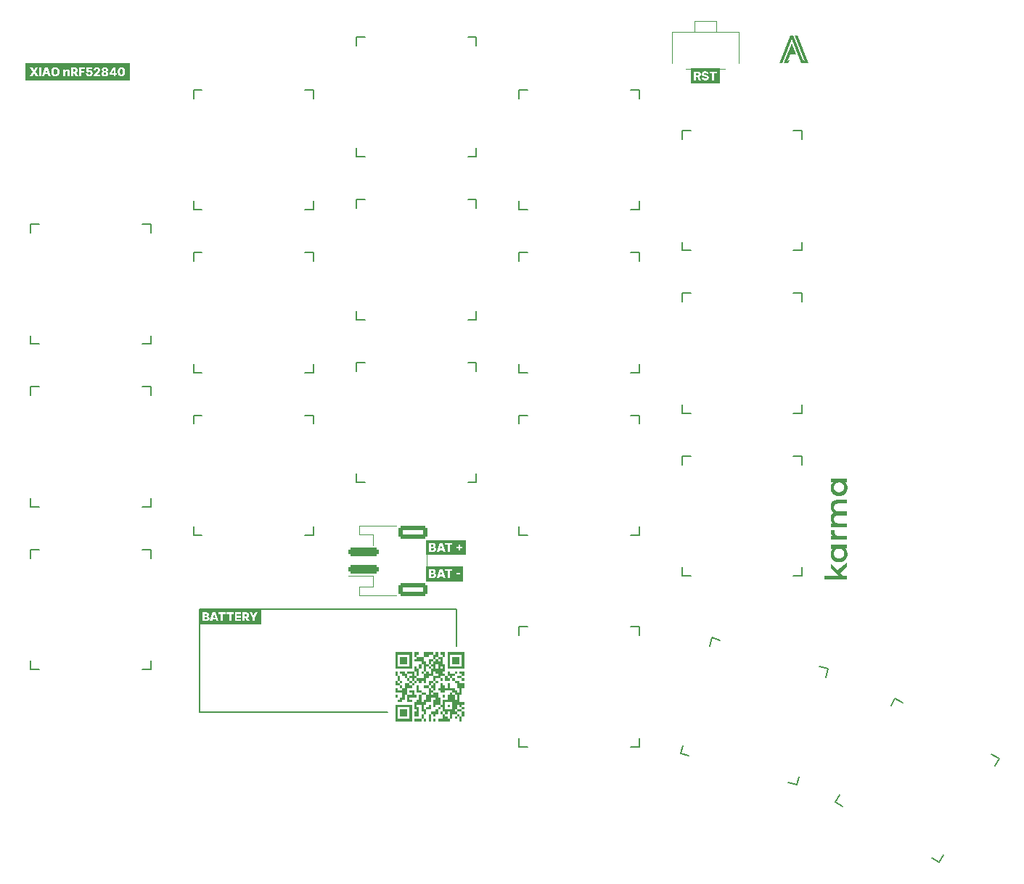
<source format=gbr>
%TF.GenerationSoftware,KiCad,Pcbnew,7.0.1*%
%TF.CreationDate,2024-02-26T07:25:15-05:00*%
%TF.ProjectId,pcb-left,7063622d-6c65-4667-942e-6b696361645f,0.3*%
%TF.SameCoordinates,Original*%
%TF.FileFunction,Legend,Top*%
%TF.FilePolarity,Positive*%
%FSLAX46Y46*%
G04 Gerber Fmt 4.6, Leading zero omitted, Abs format (unit mm)*
G04 Created by KiCad (PCBNEW 7.0.1) date 2024-02-26 07:25:15*
%MOMM*%
%LPD*%
G01*
G04 APERTURE LIST*
G04 Aperture macros list*
%AMRoundRect*
0 Rectangle with rounded corners*
0 $1 Rounding radius*
0 $2 $3 $4 $5 $6 $7 $8 $9 X,Y pos of 4 corners*
0 Add a 4 corners polygon primitive as box body*
4,1,4,$2,$3,$4,$5,$6,$7,$8,$9,$2,$3,0*
0 Add four circle primitives for the rounded corners*
1,1,$1+$1,$2,$3*
1,1,$1+$1,$4,$5*
1,1,$1+$1,$6,$7*
1,1,$1+$1,$8,$9*
0 Add four rect primitives between the rounded corners*
20,1,$1+$1,$2,$3,$4,$5,0*
20,1,$1+$1,$4,$5,$6,$7,0*
20,1,$1+$1,$6,$7,$8,$9,0*
20,1,$1+$1,$8,$9,$2,$3,0*%
G04 Aperture macros list end*
%ADD10C,0.000000*%
%ADD11C,0.150000*%
%ADD12C,0.250000*%
%ADD13C,0.120000*%
%ADD14C,1.701800*%
%ADD15C,3.000000*%
%ADD16C,3.429000*%
%ADD17RoundRect,0.250000X1.500000X-0.250000X1.500000X0.250000X-1.500000X0.250000X-1.500000X-0.250000X0*%
%ADD18RoundRect,0.250001X1.449999X-0.499999X1.449999X0.499999X-1.449999X0.499999X-1.449999X-0.499999X0*%
%ADD19C,2.100000*%
%ADD20C,3.800000*%
%ADD21O,1.800000X2.750000*%
%ADD22C,1.397000*%
G04 APERTURE END LIST*
D10*
G36*
X91162813Y-114870001D02*
G01*
X90885001Y-114870001D01*
X90885001Y-114592188D01*
X91162813Y-114592188D01*
X91162813Y-114870001D01*
G37*
G36*
X90329376Y-115425626D02*
G01*
X90051563Y-115425626D01*
X90051563Y-115147813D01*
X90329376Y-115147813D01*
X90329376Y-115425626D01*
G37*
G36*
X92274063Y-110147188D02*
G01*
X91996251Y-110147188D01*
X91996251Y-109869376D01*
X92274063Y-109869376D01*
X92274063Y-110147188D01*
G37*
G36*
X87829063Y-112647501D02*
G01*
X87551251Y-112647501D01*
X87551251Y-112369688D01*
X87829063Y-112369688D01*
X87829063Y-112647501D01*
G37*
G36*
X94496563Y-115981251D02*
G01*
X94218751Y-115981251D01*
X94218751Y-115703438D01*
X94496563Y-115703438D01*
X94496563Y-115981251D01*
G37*
G36*
X92829688Y-109591563D02*
G01*
X92551876Y-109591563D01*
X92551876Y-109313751D01*
X92829688Y-109313751D01*
X92829688Y-109591563D01*
G37*
G36*
X89773751Y-113480938D02*
G01*
X89495938Y-113480938D01*
X89495938Y-113203126D01*
X89773751Y-113203126D01*
X89773751Y-113480938D01*
G37*
G36*
X90885001Y-114870001D02*
G01*
X90607188Y-114870001D01*
X90607188Y-114592188D01*
X90885001Y-114592188D01*
X90885001Y-114870001D01*
G37*
G36*
X89773751Y-111536251D02*
G01*
X89495938Y-111536251D01*
X89495938Y-111258438D01*
X89773751Y-111258438D01*
X89773751Y-111536251D01*
G37*
G36*
X91162813Y-111814063D02*
G01*
X90885001Y-111814063D01*
X90885001Y-111536251D01*
X91162813Y-111536251D01*
X91162813Y-111814063D01*
G37*
G36*
X90051563Y-110980626D02*
G01*
X89773751Y-110980626D01*
X89773751Y-110702813D01*
X90051563Y-110702813D01*
X90051563Y-110980626D01*
G37*
G36*
X91162813Y-110702813D02*
G01*
X90885001Y-110702813D01*
X90885001Y-110425001D01*
X91162813Y-110425001D01*
X91162813Y-110702813D01*
G37*
G36*
X93385313Y-111536251D02*
G01*
X93107501Y-111536251D01*
X93107501Y-111258438D01*
X93385313Y-111258438D01*
X93385313Y-111536251D01*
G37*
G36*
X90885001Y-115703438D02*
G01*
X90607188Y-115703438D01*
X90607188Y-115425626D01*
X90885001Y-115425626D01*
X90885001Y-115703438D01*
G37*
G36*
X92829688Y-110980626D02*
G01*
X92551876Y-110980626D01*
X92551876Y-110702813D01*
X92829688Y-110702813D01*
X92829688Y-110980626D01*
G37*
G36*
X94774376Y-115981251D02*
G01*
X94496563Y-115981251D01*
X94496563Y-115703438D01*
X94774376Y-115703438D01*
X94774376Y-115981251D01*
G37*
G36*
X89495938Y-116814688D02*
G01*
X87551251Y-116814688D01*
X87551251Y-115161704D01*
X87842954Y-115161704D01*
X87842954Y-116522985D01*
X89204235Y-116522985D01*
X89204235Y-115161704D01*
X87842954Y-115161704D01*
X87551251Y-115161704D01*
X87551251Y-114870001D01*
X89495938Y-114870001D01*
X89495938Y-116814688D01*
G37*
G36*
X92829688Y-114870001D02*
G01*
X92551876Y-114870001D01*
X92551876Y-114592188D01*
X92829688Y-114592188D01*
X92829688Y-114870001D01*
G37*
G36*
X90885001Y-116536876D02*
G01*
X90607188Y-116536876D01*
X90607188Y-116259063D01*
X90885001Y-116259063D01*
X90885001Y-116536876D01*
G37*
G36*
X91440626Y-114314376D02*
G01*
X91162813Y-114314376D01*
X91162813Y-114036563D01*
X91440626Y-114036563D01*
X91440626Y-114314376D01*
G37*
G36*
X91440626Y-111814063D02*
G01*
X91162813Y-111814063D01*
X91162813Y-111536251D01*
X91440626Y-111536251D01*
X91440626Y-111814063D01*
G37*
G36*
X91718439Y-114592188D02*
G01*
X91440626Y-114592188D01*
X91440626Y-114314376D01*
X91718439Y-114314376D01*
X91718439Y-114592188D01*
G37*
G36*
X88940313Y-111814063D02*
G01*
X88662501Y-111814063D01*
X88662501Y-111536251D01*
X88940313Y-111536251D01*
X88940313Y-111814063D01*
G37*
G36*
X90329376Y-113203126D02*
G01*
X90051563Y-113203126D01*
X90051563Y-112925314D01*
X90329376Y-112925314D01*
X90329376Y-113203126D01*
G37*
G36*
X94496563Y-114036563D02*
G01*
X94218751Y-114036563D01*
X94218751Y-113758751D01*
X94496563Y-113758751D01*
X94496563Y-114036563D01*
G37*
G36*
X91162813Y-110980626D02*
G01*
X90885001Y-110980626D01*
X90885001Y-110702813D01*
X91162813Y-110702813D01*
X91162813Y-110980626D01*
G37*
G36*
X93107501Y-115981251D02*
G01*
X92829688Y-115981251D01*
X92829688Y-115703438D01*
X93107501Y-115703438D01*
X93107501Y-115981251D01*
G37*
G36*
X90329376Y-111258438D02*
G01*
X90051563Y-111258438D01*
X90051563Y-110980626D01*
X90329376Y-110980626D01*
X90329376Y-111258438D01*
G37*
G36*
X90885001Y-110147188D02*
G01*
X90607188Y-110147188D01*
X90607188Y-109869376D01*
X90885001Y-109869376D01*
X90885001Y-110147188D01*
G37*
G36*
X91440626Y-109313751D02*
G01*
X91162813Y-109313751D01*
X91162813Y-109035938D01*
X91440626Y-109035938D01*
X91440626Y-109313751D01*
G37*
G36*
X90051563Y-115425626D02*
G01*
X89773751Y-115425626D01*
X89773751Y-115147813D01*
X90051563Y-115147813D01*
X90051563Y-115425626D01*
G37*
G36*
X88384688Y-111258438D02*
G01*
X88106876Y-111258438D01*
X88106876Y-110980626D01*
X88384688Y-110980626D01*
X88384688Y-111258438D01*
G37*
G36*
X93385313Y-110702813D02*
G01*
X93107501Y-110702813D01*
X93107501Y-110425001D01*
X93385313Y-110425001D01*
X93385313Y-110702813D01*
G37*
G36*
X88662501Y-113758751D02*
G01*
X88384688Y-113758751D01*
X88384688Y-113480938D01*
X88662501Y-113480938D01*
X88662501Y-113758751D01*
G37*
G36*
X93107501Y-113203126D02*
G01*
X92829688Y-113203126D01*
X92829688Y-112925314D01*
X93107501Y-112925314D01*
X93107501Y-113203126D01*
G37*
G36*
X90051563Y-115147813D02*
G01*
X89773751Y-115147813D01*
X89773751Y-114870001D01*
X90051563Y-114870001D01*
X90051563Y-115147813D01*
G37*
G36*
X94774376Y-112369688D02*
G01*
X94496563Y-112369688D01*
X94496563Y-112091876D01*
X94774376Y-112091876D01*
X94774376Y-112369688D01*
G37*
G36*
X95052188Y-111814063D02*
G01*
X94774376Y-111814063D01*
X94774376Y-111536251D01*
X95052188Y-111536251D01*
X95052188Y-111814063D01*
G37*
G36*
X91996251Y-114036563D02*
G01*
X91718439Y-114036563D01*
X91718439Y-113758751D01*
X91996251Y-113758751D01*
X91996251Y-114036563D01*
G37*
G36*
X90607188Y-110425001D02*
G01*
X90329376Y-110425001D01*
X90329376Y-110147188D01*
X90607188Y-110147188D01*
X90607188Y-110425001D01*
G37*
G36*
X91718439Y-110147188D02*
G01*
X91440626Y-110147188D01*
X91440626Y-109869376D01*
X91718439Y-109869376D01*
X91718439Y-110147188D01*
G37*
G36*
X91440626Y-115425626D02*
G01*
X91162813Y-115425626D01*
X91162813Y-115147813D01*
X91440626Y-115147813D01*
X91440626Y-115425626D01*
G37*
G36*
X88106876Y-113480938D02*
G01*
X87829063Y-113480938D01*
X87829063Y-113203126D01*
X88106876Y-113203126D01*
X88106876Y-113480938D01*
G37*
G36*
X93107501Y-111536251D02*
G01*
X92829688Y-111536251D01*
X92829688Y-111258438D01*
X93107501Y-111258438D01*
X93107501Y-111536251D01*
G37*
G36*
X93940938Y-112091876D02*
G01*
X93663126Y-112091876D01*
X93663126Y-111814063D01*
X93940938Y-111814063D01*
X93940938Y-112091876D01*
G37*
G36*
X93107501Y-109591563D02*
G01*
X92829688Y-109591563D01*
X92829688Y-109313751D01*
X93107501Y-109313751D01*
X93107501Y-109591563D01*
G37*
G36*
X95330001Y-114870001D02*
G01*
X95052188Y-114870001D01*
X95052188Y-114592188D01*
X95330001Y-114592188D01*
X95330001Y-114870001D01*
G37*
G36*
X90329376Y-111536251D02*
G01*
X90051563Y-111536251D01*
X90051563Y-111258438D01*
X90329376Y-111258438D01*
X90329376Y-111536251D01*
G37*
G36*
X91718439Y-116536876D02*
G01*
X91440626Y-116536876D01*
X91440626Y-116259063D01*
X91718439Y-116259063D01*
X91718439Y-116536876D01*
G37*
G36*
X91718439Y-113203126D02*
G01*
X91440626Y-113203126D01*
X91440626Y-112925314D01*
X91718439Y-112925314D01*
X91718439Y-113203126D01*
G37*
G36*
X89495938Y-111814063D02*
G01*
X89218126Y-111814063D01*
X89218126Y-111536251D01*
X89495938Y-111536251D01*
X89495938Y-111814063D01*
G37*
G36*
X93385313Y-114036563D02*
G01*
X93107501Y-114036563D01*
X93107501Y-113758751D01*
X93385313Y-113758751D01*
X93385313Y-114036563D01*
G37*
G36*
X92274063Y-110702813D02*
G01*
X91996251Y-110702813D01*
X91996251Y-110425001D01*
X92274063Y-110425001D01*
X92274063Y-110702813D01*
G37*
G36*
X95607813Y-111536251D02*
G01*
X95330001Y-111536251D01*
X95330001Y-111258438D01*
X95607813Y-111258438D01*
X95607813Y-111536251D01*
G37*
G36*
X93107501Y-112091876D02*
G01*
X92829688Y-112091876D01*
X92829688Y-111814063D01*
X93107501Y-111814063D01*
X93107501Y-112091876D01*
G37*
G36*
X93663126Y-115703438D02*
G01*
X93385313Y-115703438D01*
X93385313Y-115425626D01*
X93663126Y-115425626D01*
X93663126Y-115703438D01*
G37*
G36*
X93385313Y-116259063D02*
G01*
X93107501Y-116259063D01*
X93107501Y-115981251D01*
X93385313Y-115981251D01*
X93385313Y-116259063D01*
G37*
G36*
X88662501Y-111536251D02*
G01*
X88384688Y-111536251D01*
X88384688Y-111258438D01*
X88662501Y-111258438D01*
X88662501Y-111536251D01*
G37*
G36*
X92829688Y-115425626D02*
G01*
X92551876Y-115425626D01*
X92551876Y-115147813D01*
X92829688Y-115147813D01*
X92829688Y-115425626D01*
G37*
G36*
X92274063Y-109591563D02*
G01*
X91996251Y-109591563D01*
X91996251Y-109313751D01*
X92274063Y-109313751D01*
X92274063Y-109591563D01*
G37*
G36*
X91440626Y-111258438D02*
G01*
X91162813Y-111258438D01*
X91162813Y-110980626D01*
X91440626Y-110980626D01*
X91440626Y-111258438D01*
G37*
G36*
X94774376Y-111258438D02*
G01*
X94496563Y-111258438D01*
X94496563Y-110980626D01*
X94774376Y-110980626D01*
X94774376Y-111258438D01*
G37*
G36*
X92551876Y-114592188D02*
G01*
X92274063Y-114592188D01*
X92274063Y-114314376D01*
X92551876Y-114314376D01*
X92551876Y-114592188D01*
G37*
G36*
X90885001Y-109869376D02*
G01*
X90607188Y-109869376D01*
X90607188Y-109591563D01*
X90885001Y-109591563D01*
X90885001Y-109869376D01*
G37*
G36*
X92551876Y-110147188D02*
G01*
X92274063Y-110147188D01*
X92274063Y-109869376D01*
X92551876Y-109869376D01*
X92551876Y-110147188D01*
G37*
G36*
X94774376Y-114870001D02*
G01*
X94496563Y-114870001D01*
X94496563Y-114592188D01*
X94774376Y-114592188D01*
X94774376Y-114870001D01*
G37*
G36*
X94218751Y-111536251D02*
G01*
X93940938Y-111536251D01*
X93940938Y-111258438D01*
X94218751Y-111258438D01*
X94218751Y-111536251D01*
G37*
G36*
X94774376Y-113758751D02*
G01*
X94496563Y-113758751D01*
X94496563Y-113480938D01*
X94774376Y-113480938D01*
X94774376Y-113758751D01*
G37*
G36*
X92829688Y-110147188D02*
G01*
X92551876Y-110147188D01*
X92551876Y-109869376D01*
X92829688Y-109869376D01*
X92829688Y-110147188D01*
G37*
G36*
X95330001Y-112647501D02*
G01*
X95052188Y-112647501D01*
X95052188Y-112369688D01*
X95330001Y-112369688D01*
X95330001Y-112647501D01*
G37*
G36*
X92551876Y-112369688D02*
G01*
X92274063Y-112369688D01*
X92274063Y-112091876D01*
X92551876Y-112091876D01*
X92551876Y-112369688D01*
G37*
G36*
X93940938Y-112647501D02*
G01*
X93663126Y-112647501D01*
X93663126Y-112369688D01*
X93940938Y-112369688D01*
X93940938Y-112647501D01*
G37*
G36*
X93107501Y-115147813D02*
G01*
X92829688Y-115147813D01*
X92829688Y-114870001D01*
X93107501Y-114870001D01*
X93107501Y-115147813D01*
G37*
G36*
X88384688Y-114314376D02*
G01*
X88106876Y-114314376D01*
X88106876Y-114036563D01*
X88384688Y-114036563D01*
X88384688Y-114314376D01*
G37*
G36*
X94774376Y-115147813D02*
G01*
X94496563Y-115147813D01*
X94496563Y-114870001D01*
X94774376Y-114870001D01*
X94774376Y-115147813D01*
G37*
G36*
X91162813Y-112925314D02*
G01*
X90885001Y-112925314D01*
X90885001Y-112647501D01*
X91162813Y-112647501D01*
X91162813Y-112925314D01*
G37*
G36*
X93940938Y-115703438D02*
G01*
X93663126Y-115703438D01*
X93663126Y-115425626D01*
X93940938Y-115425626D01*
X93940938Y-115703438D01*
G37*
G36*
X95052188Y-113758751D02*
G01*
X94774376Y-113758751D01*
X94774376Y-113480938D01*
X95052188Y-113480938D01*
X95052188Y-113758751D01*
G37*
G36*
X89218126Y-112925314D02*
G01*
X88940313Y-112925314D01*
X88940313Y-112647501D01*
X89218126Y-112647501D01*
X89218126Y-112925314D01*
G37*
G36*
X88662501Y-113203126D02*
G01*
X88384688Y-113203126D01*
X88384688Y-112925314D01*
X88662501Y-112925314D01*
X88662501Y-113203126D01*
G37*
G36*
X92274063Y-115147813D02*
G01*
X91996251Y-115147813D01*
X91996251Y-114870001D01*
X92274063Y-114870001D01*
X92274063Y-115147813D01*
G37*
G36*
X89218126Y-114036563D02*
G01*
X88940313Y-114036563D01*
X88940313Y-113758751D01*
X89218126Y-113758751D01*
X89218126Y-114036563D01*
G37*
G36*
X91440626Y-111536251D02*
G01*
X91162813Y-111536251D01*
X91162813Y-111258438D01*
X91440626Y-111258438D01*
X91440626Y-111536251D01*
G37*
G36*
X95607813Y-115425626D02*
G01*
X95330001Y-115425626D01*
X95330001Y-115147813D01*
X95607813Y-115147813D01*
X95607813Y-115425626D01*
G37*
G36*
X89773751Y-111814063D02*
G01*
X89495938Y-111814063D01*
X89495938Y-111536251D01*
X89773751Y-111536251D01*
X89773751Y-111814063D01*
G37*
G36*
X92551876Y-115981251D02*
G01*
X92274063Y-115981251D01*
X92274063Y-115703438D01*
X92551876Y-115703438D01*
X92551876Y-115981251D01*
G37*
G36*
X91996251Y-109869376D02*
G01*
X91718439Y-109869376D01*
X91718439Y-109591563D01*
X91996251Y-109591563D01*
X91996251Y-109869376D01*
G37*
G36*
X90329376Y-116259063D02*
G01*
X90051563Y-116259063D01*
X90051563Y-115981251D01*
X90329376Y-115981251D01*
X90329376Y-116259063D01*
G37*
G36*
X95607813Y-114870001D02*
G01*
X95330001Y-114870001D01*
X95330001Y-114592188D01*
X95607813Y-114592188D01*
X95607813Y-114870001D01*
G37*
G36*
X88940313Y-111536251D02*
G01*
X88662501Y-111536251D01*
X88662501Y-111258438D01*
X88940313Y-111258438D01*
X88940313Y-111536251D01*
G37*
G36*
X89218126Y-112091876D02*
G01*
X88940313Y-112091876D01*
X88940313Y-111814063D01*
X89218126Y-111814063D01*
X89218126Y-112091876D01*
G37*
G36*
X91718439Y-113480938D02*
G01*
X91440626Y-113480938D01*
X91440626Y-113203126D01*
X91718439Y-113203126D01*
X91718439Y-113480938D01*
G37*
G36*
X94774376Y-113480938D02*
G01*
X94496563Y-113480938D01*
X94496563Y-113203126D01*
X94774376Y-113203126D01*
X94774376Y-113480938D01*
G37*
G36*
X95330001Y-113203126D02*
G01*
X95052188Y-113203126D01*
X95052188Y-112925314D01*
X95330001Y-112925314D01*
X95330001Y-113203126D01*
G37*
G36*
X89495938Y-114592188D02*
G01*
X89218126Y-114592188D01*
X89218126Y-114314376D01*
X89495938Y-114314376D01*
X89495938Y-114592188D01*
G37*
G36*
X92274063Y-111814063D02*
G01*
X91996251Y-111814063D01*
X91996251Y-111536251D01*
X92274063Y-111536251D01*
X92274063Y-111814063D01*
G37*
G36*
X90607188Y-109591563D02*
G01*
X90329376Y-109591563D01*
X90329376Y-109313751D01*
X90607188Y-109313751D01*
X90607188Y-109591563D01*
G37*
G36*
X93107501Y-111258438D02*
G01*
X92829688Y-111258438D01*
X92829688Y-110980626D01*
X93107501Y-110980626D01*
X93107501Y-111258438D01*
G37*
G36*
X90607188Y-112091876D02*
G01*
X90329376Y-112091876D01*
X90329376Y-111814063D01*
X90607188Y-111814063D01*
X90607188Y-112091876D01*
G37*
G36*
X92274063Y-110425001D02*
G01*
X91996251Y-110425001D01*
X91996251Y-110147188D01*
X92274063Y-110147188D01*
X92274063Y-110425001D01*
G37*
G36*
X90329376Y-113480938D02*
G01*
X90051563Y-113480938D01*
X90051563Y-113203126D01*
X90329376Y-113203126D01*
X90329376Y-113480938D01*
G37*
G36*
X90885001Y-116259063D02*
G01*
X90607188Y-116259063D01*
X90607188Y-115981251D01*
X90885001Y-115981251D01*
X90885001Y-116259063D01*
G37*
G36*
X91718439Y-116259063D02*
G01*
X91440626Y-116259063D01*
X91440626Y-115981251D01*
X91718439Y-115981251D01*
X91718439Y-116259063D01*
G37*
G36*
X95052188Y-112925314D02*
G01*
X94774376Y-112925314D01*
X94774376Y-112647501D01*
X95052188Y-112647501D01*
X95052188Y-112925314D01*
G37*
G36*
X90329376Y-109035938D02*
G01*
X90051563Y-109035938D01*
X90051563Y-108758126D01*
X90329376Y-108758126D01*
X90329376Y-109035938D01*
G37*
G36*
X93663126Y-116814688D02*
G01*
X93385313Y-116814688D01*
X93385313Y-116536876D01*
X93663126Y-116536876D01*
X93663126Y-116814688D01*
G37*
G36*
X93107501Y-110425001D02*
G01*
X92829688Y-110425001D01*
X92829688Y-110147188D01*
X93107501Y-110147188D01*
X93107501Y-110425001D01*
G37*
G36*
X95330001Y-113758751D02*
G01*
X95052188Y-113758751D01*
X95052188Y-113480938D01*
X95330001Y-113480938D01*
X95330001Y-113758751D01*
G37*
G36*
X93940938Y-113203126D02*
G01*
X93663126Y-113203126D01*
X93663126Y-112925314D01*
X93940938Y-112925314D01*
X93940938Y-113203126D01*
G37*
G36*
X90329376Y-114592188D02*
G01*
X90051563Y-114592188D01*
X90051563Y-114314376D01*
X90329376Y-114314376D01*
X90329376Y-114592188D01*
G37*
G36*
X88940313Y-113758751D02*
G01*
X88662501Y-113758751D01*
X88662501Y-113480938D01*
X88940313Y-113480938D01*
X88940313Y-113758751D01*
G37*
G36*
X93385313Y-113203126D02*
G01*
X93107501Y-113203126D01*
X93107501Y-112925314D01*
X93385313Y-112925314D01*
X93385313Y-113203126D01*
G37*
G36*
X90329376Y-116814688D02*
G01*
X90051563Y-116814688D01*
X90051563Y-116536876D01*
X90329376Y-116536876D01*
X90329376Y-116814688D01*
G37*
G36*
X95330001Y-111814063D02*
G01*
X95052188Y-111814063D01*
X95052188Y-111536251D01*
X95330001Y-111536251D01*
X95330001Y-111814063D01*
G37*
G36*
X88106876Y-114592188D02*
G01*
X87829063Y-114592188D01*
X87829063Y-114314376D01*
X88106876Y-114314376D01*
X88106876Y-114592188D01*
G37*
G36*
X88662501Y-114036563D02*
G01*
X88384688Y-114036563D01*
X88384688Y-113758751D01*
X88662501Y-113758751D01*
X88662501Y-114036563D01*
G37*
G36*
X132708856Y-40001800D02*
G01*
X132351019Y-40001800D01*
X133618784Y-36750595D01*
X133976620Y-36750595D01*
X132708856Y-40001800D01*
G37*
G36*
X90607188Y-112369688D02*
G01*
X90329376Y-112369688D01*
X90329376Y-112091876D01*
X90607188Y-112091876D01*
X90607188Y-112369688D01*
G37*
G36*
X92551876Y-110980626D02*
G01*
X92274063Y-110980626D01*
X92274063Y-110702813D01*
X92551876Y-110702813D01*
X92551876Y-110980626D01*
G37*
G36*
X91718439Y-115147813D02*
G01*
X91440626Y-115147813D01*
X91440626Y-114870001D01*
X91718439Y-114870001D01*
X91718439Y-115147813D01*
G37*
G36*
X89495938Y-113480938D02*
G01*
X89218126Y-113480938D01*
X89218126Y-113203126D01*
X89495938Y-113203126D01*
X89495938Y-113480938D01*
G37*
D11*
X64734375Y-115775000D02*
X86690625Y-115775000D01*
D10*
G36*
X90329376Y-115703438D02*
G01*
X90051563Y-115703438D01*
X90051563Y-115425626D01*
X90329376Y-115425626D01*
X90329376Y-115703438D01*
G37*
G36*
X92829688Y-110425001D02*
G01*
X92551876Y-110425001D01*
X92551876Y-110147188D01*
X92829688Y-110147188D01*
X92829688Y-110425001D01*
G37*
G36*
X92829688Y-114592188D02*
G01*
X92551876Y-114592188D01*
X92551876Y-114314376D01*
X92829688Y-114314376D01*
X92829688Y-114592188D01*
G37*
G36*
X91996251Y-111536251D02*
G01*
X91718439Y-111536251D01*
X91718439Y-111258438D01*
X91996251Y-111258438D01*
X91996251Y-111536251D01*
G37*
G36*
X88384688Y-112925314D02*
G01*
X88106876Y-112925314D01*
X88106876Y-112647501D01*
X88384688Y-112647501D01*
X88384688Y-112925314D01*
G37*
G36*
X88940313Y-113480938D02*
G01*
X88662501Y-113480938D01*
X88662501Y-113203126D01*
X88940313Y-113203126D01*
X88940313Y-113480938D01*
G37*
G36*
X93940938Y-111258438D02*
G01*
X93663126Y-111258438D01*
X93663126Y-110980626D01*
X93940938Y-110980626D01*
X93940938Y-111258438D01*
G37*
G36*
X93107501Y-116814688D02*
G01*
X92829688Y-116814688D01*
X92829688Y-116536876D01*
X93107501Y-116536876D01*
X93107501Y-116814688D01*
G37*
G36*
X94496563Y-113203126D02*
G01*
X94218751Y-113203126D01*
X94218751Y-112925314D01*
X94496563Y-112925314D01*
X94496563Y-113203126D01*
G37*
G36*
X95330001Y-115147813D02*
G01*
X95052188Y-115147813D01*
X95052188Y-114870001D01*
X95330001Y-114870001D01*
X95330001Y-115147813D01*
G37*
G36*
X92829688Y-111258438D02*
G01*
X92551876Y-111258438D01*
X92551876Y-110980626D01*
X92829688Y-110980626D01*
X92829688Y-111258438D01*
G37*
G36*
X91440626Y-109035938D02*
G01*
X91162813Y-109035938D01*
X91162813Y-108758126D01*
X91440626Y-108758126D01*
X91440626Y-109035938D01*
G37*
G36*
X91718439Y-113758751D02*
G01*
X91440626Y-113758751D01*
X91440626Y-113480938D01*
X91718439Y-113480938D01*
X91718439Y-113758751D01*
G37*
G36*
X90051563Y-110702813D02*
G01*
X89773751Y-110702813D01*
X89773751Y-110425001D01*
X90051563Y-110425001D01*
X90051563Y-110702813D01*
G37*
G36*
X90885001Y-115425626D02*
G01*
X90607188Y-115425626D01*
X90607188Y-115147813D01*
X90885001Y-115147813D01*
X90885001Y-115425626D01*
G37*
G36*
X92551876Y-109035938D02*
G01*
X92274063Y-109035938D01*
X92274063Y-108758126D01*
X92551876Y-108758126D01*
X92551876Y-109035938D01*
G37*
G36*
X88940313Y-116259063D02*
G01*
X88106876Y-116259063D01*
X88106876Y-115425626D01*
X88940313Y-115425626D01*
X88940313Y-116259063D01*
G37*
G36*
X89773751Y-112647501D02*
G01*
X89495938Y-112647501D01*
X89495938Y-112369688D01*
X89773751Y-112369688D01*
X89773751Y-112647501D01*
G37*
G36*
X94774376Y-116536876D02*
G01*
X94496563Y-116536876D01*
X94496563Y-116259063D01*
X94774376Y-116259063D01*
X94774376Y-116536876D01*
G37*
G36*
X92274063Y-112925314D02*
G01*
X91996251Y-112925314D01*
X91996251Y-112647501D01*
X92274063Y-112647501D01*
X92274063Y-112925314D01*
G37*
G36*
X93385313Y-114592188D02*
G01*
X93107501Y-114592188D01*
X93107501Y-114314376D01*
X93385313Y-114314376D01*
X93385313Y-114592188D01*
G37*
G36*
X89773751Y-114036563D02*
G01*
X89495938Y-114036563D01*
X89495938Y-113758751D01*
X89773751Y-113758751D01*
X89773751Y-114036563D01*
G37*
G36*
X91996251Y-115981251D02*
G01*
X91718439Y-115981251D01*
X91718439Y-115703438D01*
X91996251Y-115703438D01*
X91996251Y-115981251D01*
G37*
G36*
X91162813Y-111536251D02*
G01*
X90885001Y-111536251D01*
X90885001Y-111258438D01*
X91162813Y-111258438D01*
X91162813Y-111536251D01*
G37*
G36*
X135780017Y-40001800D02*
G01*
X135422180Y-40001800D01*
X134154416Y-36750595D01*
X134512253Y-36750595D01*
X135780017Y-40001800D01*
G37*
G36*
X91162813Y-112369688D02*
G01*
X90885001Y-112369688D01*
X90885001Y-112091876D01*
X91162813Y-112091876D01*
X91162813Y-112369688D01*
G37*
G36*
X93385313Y-116814688D02*
G01*
X93107501Y-116814688D01*
X93107501Y-116536876D01*
X93385313Y-116536876D01*
X93385313Y-116814688D01*
G37*
G36*
X95052188Y-110147188D02*
G01*
X94218751Y-110147188D01*
X94218751Y-109313751D01*
X95052188Y-109313751D01*
X95052188Y-110147188D01*
G37*
G36*
X95330001Y-116536876D02*
G01*
X95052188Y-116536876D01*
X95052188Y-116259063D01*
X95330001Y-116259063D01*
X95330001Y-116536876D01*
G37*
G36*
X95330001Y-113480938D02*
G01*
X95052188Y-113480938D01*
X95052188Y-113203126D01*
X95330001Y-113203126D01*
X95330001Y-113480938D01*
G37*
G36*
X92274063Y-116814688D02*
G01*
X91996251Y-116814688D01*
X91996251Y-116536876D01*
X92274063Y-116536876D01*
X92274063Y-116814688D01*
G37*
G36*
X90607188Y-116814688D02*
G01*
X90329376Y-116814688D01*
X90329376Y-116536876D01*
X90607188Y-116536876D01*
X90607188Y-116814688D01*
G37*
G36*
X92274063Y-113203126D02*
G01*
X91996251Y-113203126D01*
X91996251Y-112925314D01*
X92274063Y-112925314D01*
X92274063Y-113203126D01*
G37*
G36*
X89495938Y-112369688D02*
G01*
X89218126Y-112369688D01*
X89218126Y-112091876D01*
X89495938Y-112091876D01*
X89495938Y-112369688D01*
G37*
G36*
X93385313Y-110425001D02*
G01*
X93107501Y-110425001D01*
X93107501Y-110147188D01*
X93385313Y-110147188D01*
X93385313Y-110425001D01*
G37*
G36*
X88106876Y-112091876D02*
G01*
X87829063Y-112091876D01*
X87829063Y-111814063D01*
X88106876Y-111814063D01*
X88106876Y-112091876D01*
G37*
G36*
X95330001Y-116814688D02*
G01*
X95052188Y-116814688D01*
X95052188Y-116536876D01*
X95330001Y-116536876D01*
X95330001Y-116814688D01*
G37*
G36*
X90607188Y-109869376D02*
G01*
X90329376Y-109869376D01*
X90329376Y-109591563D01*
X90607188Y-109591563D01*
X90607188Y-109869376D01*
G37*
G36*
X92274063Y-114036563D02*
G01*
X91996251Y-114036563D01*
X91996251Y-113758751D01*
X92274063Y-113758751D01*
X92274063Y-114036563D01*
G37*
D11*
X94734375Y-103775000D02*
X94734375Y-108050000D01*
D10*
G36*
X89495938Y-110702813D02*
G01*
X87551251Y-110702813D01*
X87551251Y-109049829D01*
X87842954Y-109049829D01*
X87842954Y-110411110D01*
X89204235Y-110411110D01*
X89204235Y-109049829D01*
X87842954Y-109049829D01*
X87551251Y-109049829D01*
X87551251Y-108758126D01*
X89495938Y-108758126D01*
X89495938Y-110702813D01*
G37*
G36*
X91162813Y-113758751D02*
G01*
X90885001Y-113758751D01*
X90885001Y-113480938D01*
X91162813Y-113480938D01*
X91162813Y-113758751D01*
G37*
G36*
X91718439Y-116814688D02*
G01*
X91440626Y-116814688D01*
X91440626Y-116536876D01*
X91718439Y-116536876D01*
X91718439Y-116814688D01*
G37*
G36*
X90885001Y-115147813D02*
G01*
X90607188Y-115147813D01*
X90607188Y-114870001D01*
X90885001Y-114870001D01*
X90885001Y-115147813D01*
G37*
G36*
X90607188Y-114870001D02*
G01*
X90329376Y-114870001D01*
X90329376Y-114592188D01*
X90607188Y-114592188D01*
X90607188Y-114870001D01*
G37*
G36*
X87829063Y-114036563D02*
G01*
X87551251Y-114036563D01*
X87551251Y-113758751D01*
X87829063Y-113758751D01*
X87829063Y-114036563D01*
G37*
G36*
X135424403Y-40001812D02*
G01*
X135246530Y-40001812D01*
X135106897Y-39643712D01*
X135284750Y-39643671D01*
X135424403Y-40001812D01*
G37*
G36*
X92551876Y-114036563D02*
G01*
X92274063Y-114036563D01*
X92274063Y-113758751D01*
X92551876Y-113758751D01*
X92551876Y-114036563D01*
G37*
G36*
X94496563Y-115703438D02*
G01*
X94218751Y-115703438D01*
X94218751Y-115425626D01*
X94496563Y-115425626D01*
X94496563Y-115703438D01*
G37*
G36*
X139293838Y-98255018D02*
G01*
X139258021Y-98253571D01*
X139222778Y-98251160D01*
X139188109Y-98247785D01*
X139154012Y-98243445D01*
X139120489Y-98238140D01*
X139087539Y-98231871D01*
X139055162Y-98224638D01*
X139023358Y-98216441D01*
X138992127Y-98207278D01*
X138961469Y-98197152D01*
X138931384Y-98186061D01*
X138901871Y-98174006D01*
X138872932Y-98160987D01*
X138844565Y-98147003D01*
X138816770Y-98132055D01*
X138789649Y-98116247D01*
X138763296Y-98099684D01*
X138737712Y-98082366D01*
X138712896Y-98064293D01*
X138688849Y-98045466D01*
X138665570Y-98025884D01*
X138643060Y-98005547D01*
X138621319Y-97984455D01*
X138600346Y-97962609D01*
X138580142Y-97940008D01*
X138560706Y-97916652D01*
X138542040Y-97892541D01*
X138524142Y-97867676D01*
X138507012Y-97842056D01*
X138490652Y-97815681D01*
X138475060Y-97788552D01*
X138460328Y-97760815D01*
X138446546Y-97732616D01*
X138433715Y-97703956D01*
X138421834Y-97674835D01*
X138410904Y-97645253D01*
X138400924Y-97615209D01*
X138391894Y-97584704D01*
X138383816Y-97553738D01*
X138376687Y-97522311D01*
X138370509Y-97490422D01*
X138365281Y-97458072D01*
X138361004Y-97425261D01*
X138357678Y-97391988D01*
X138355302Y-97358254D01*
X138353876Y-97324059D01*
X138353401Y-97289403D01*
X138353652Y-97266264D01*
X138354407Y-97243362D01*
X138354632Y-97239309D01*
X138732680Y-97239309D01*
X138733323Y-97269828D01*
X138735252Y-97299663D01*
X138738467Y-97328812D01*
X138742967Y-97357276D01*
X138748754Y-97385056D01*
X138755826Y-97412150D01*
X138764185Y-97438560D01*
X138773829Y-97464284D01*
X138784759Y-97489324D01*
X138796975Y-97513679D01*
X138810476Y-97537349D01*
X138825263Y-97560335D01*
X138841336Y-97582635D01*
X138858695Y-97604251D01*
X138877339Y-97625182D01*
X138897269Y-97645428D01*
X138918252Y-97664709D01*
X138940044Y-97682746D01*
X138962646Y-97699539D01*
X138986059Y-97715089D01*
X139010281Y-97729394D01*
X139035314Y-97742455D01*
X139061157Y-97754273D01*
X139087810Y-97764846D01*
X139115274Y-97774176D01*
X139143549Y-97782261D01*
X139172634Y-97789103D01*
X139202530Y-97794701D01*
X139233238Y-97799055D01*
X139264756Y-97802165D01*
X139297086Y-97804031D01*
X139330227Y-97804652D01*
X139363367Y-97804031D01*
X139395695Y-97802165D01*
X139427213Y-97799055D01*
X139457920Y-97794701D01*
X139487817Y-97789103D01*
X139516903Y-97782261D01*
X139545178Y-97774176D01*
X139572643Y-97764846D01*
X139599297Y-97754273D01*
X139625140Y-97742455D01*
X139650173Y-97729394D01*
X139674394Y-97715089D01*
X139697805Y-97699539D01*
X139720405Y-97682746D01*
X139742194Y-97664709D01*
X139763172Y-97645428D01*
X139783107Y-97625182D01*
X139801755Y-97604251D01*
X139819116Y-97582635D01*
X139835191Y-97560335D01*
X139849980Y-97537349D01*
X139863483Y-97513679D01*
X139875699Y-97489324D01*
X139886629Y-97464284D01*
X139896273Y-97438560D01*
X139904631Y-97412150D01*
X139911703Y-97385056D01*
X139917489Y-97357276D01*
X139921989Y-97328812D01*
X139925203Y-97299663D01*
X139927132Y-97269828D01*
X139927775Y-97239309D01*
X139927132Y-97208783D01*
X139925203Y-97178928D01*
X139921989Y-97149744D01*
X139917489Y-97121230D01*
X139911703Y-97093388D01*
X139904631Y-97066217D01*
X139896273Y-97039717D01*
X139886629Y-97013888D01*
X139875699Y-96988729D01*
X139863483Y-96964242D01*
X139849980Y-96940425D01*
X139835191Y-96917279D01*
X139819116Y-96894805D01*
X139801755Y-96873000D01*
X139783107Y-96851867D01*
X139763172Y-96831405D01*
X139742194Y-96811906D01*
X139720405Y-96793666D01*
X139697805Y-96776683D01*
X139674394Y-96760959D01*
X139650173Y-96746492D01*
X139625140Y-96733283D01*
X139599297Y-96721333D01*
X139572643Y-96710640D01*
X139545178Y-96701205D01*
X139516903Y-96693028D01*
X139487817Y-96686109D01*
X139457920Y-96680448D01*
X139427213Y-96676045D01*
X139395695Y-96672900D01*
X139363367Y-96671013D01*
X139330227Y-96670384D01*
X139297086Y-96671013D01*
X139264756Y-96672900D01*
X139233238Y-96676045D01*
X139202530Y-96680448D01*
X139172634Y-96686109D01*
X139143549Y-96693028D01*
X139115274Y-96701205D01*
X139087810Y-96710640D01*
X139061157Y-96721333D01*
X139035314Y-96733283D01*
X139010281Y-96746492D01*
X138986059Y-96760959D01*
X138962646Y-96776683D01*
X138940044Y-96793666D01*
X138918252Y-96811906D01*
X138897269Y-96831405D01*
X138877339Y-96851867D01*
X138858695Y-96873000D01*
X138841336Y-96894805D01*
X138825263Y-96917279D01*
X138810476Y-96940425D01*
X138796975Y-96964242D01*
X138784759Y-96988729D01*
X138773829Y-97013888D01*
X138764185Y-97039717D01*
X138755826Y-97066217D01*
X138748754Y-97093388D01*
X138742967Y-97121230D01*
X138738467Y-97149744D01*
X138735252Y-97178928D01*
X138733323Y-97208783D01*
X138732680Y-97239309D01*
X138354632Y-97239309D01*
X138355665Y-97220698D01*
X138357426Y-97198272D01*
X138359691Y-97176083D01*
X138362458Y-97154132D01*
X138365729Y-97132419D01*
X138369503Y-97110943D01*
X138373780Y-97089705D01*
X138378560Y-97068704D01*
X138383842Y-97047942D01*
X138389628Y-97027416D01*
X138395918Y-97007129D01*
X138402710Y-96987079D01*
X138410005Y-96967267D01*
X138417802Y-96947693D01*
X138426092Y-96928397D01*
X138434856Y-96909423D01*
X138444096Y-96890770D01*
X138453810Y-96872439D01*
X138464000Y-96854430D01*
X138474665Y-96836741D01*
X138485805Y-96819374D01*
X138497420Y-96802329D01*
X138509510Y-96785605D01*
X138522075Y-96769203D01*
X138535115Y-96753122D01*
X138548630Y-96737363D01*
X138562621Y-96721925D01*
X138577086Y-96706809D01*
X138592026Y-96692014D01*
X138607442Y-96677541D01*
X138374872Y-96677541D01*
X138374872Y-96230275D01*
X140285582Y-96230275D01*
X140285582Y-96656076D01*
X140038698Y-96656076D01*
X140055428Y-96670144D01*
X140071627Y-96684617D01*
X140087295Y-96699496D01*
X140102432Y-96714780D01*
X140117038Y-96730469D01*
X140131113Y-96746564D01*
X140144657Y-96763064D01*
X140157670Y-96779969D01*
X140170152Y-96797280D01*
X140182103Y-96814995D01*
X140193523Y-96833117D01*
X140204411Y-96851643D01*
X140214768Y-96870575D01*
X140224594Y-96889912D01*
X140233889Y-96909655D01*
X140242652Y-96929803D01*
X140250884Y-96950286D01*
X140258585Y-96971035D01*
X140265755Y-96992049D01*
X140272394Y-97013329D01*
X140278501Y-97034875D01*
X140284078Y-97056686D01*
X140289123Y-97078762D01*
X140293637Y-97101104D01*
X140297621Y-97123712D01*
X140301073Y-97146585D01*
X140303994Y-97169724D01*
X140306384Y-97193128D01*
X140308243Y-97216798D01*
X140309570Y-97240734D01*
X140310367Y-97264936D01*
X140310633Y-97289403D01*
X140310157Y-97324059D01*
X140308732Y-97358254D01*
X140306356Y-97391988D01*
X140303029Y-97425261D01*
X140298752Y-97458072D01*
X140293525Y-97490422D01*
X140287347Y-97522311D01*
X140280219Y-97553738D01*
X140272141Y-97584704D01*
X140263113Y-97615209D01*
X140253134Y-97645253D01*
X140242205Y-97674835D01*
X140230325Y-97703956D01*
X140217496Y-97732616D01*
X140203716Y-97760815D01*
X140188986Y-97788552D01*
X140173385Y-97815681D01*
X140157002Y-97842056D01*
X140139837Y-97867676D01*
X140121889Y-97892541D01*
X140103159Y-97916652D01*
X140083647Y-97940008D01*
X140063351Y-97962609D01*
X140042274Y-97984455D01*
X140020413Y-98005547D01*
X139997770Y-98025884D01*
X139974344Y-98045466D01*
X139950135Y-98064293D01*
X139925142Y-98082366D01*
X139899367Y-98099684D01*
X139872809Y-98116247D01*
X139845467Y-98132055D01*
X139817459Y-98147003D01*
X139788892Y-98160987D01*
X139759765Y-98174006D01*
X139730079Y-98186061D01*
X139699834Y-98197152D01*
X139669030Y-98207278D01*
X139637666Y-98216441D01*
X139605743Y-98224638D01*
X139573261Y-98231871D01*
X139540220Y-98238140D01*
X139506619Y-98243445D01*
X139472459Y-98247785D01*
X139437740Y-98251160D01*
X139402462Y-98253571D01*
X139366624Y-98255018D01*
X139330227Y-98255500D01*
X139293838Y-98255018D01*
G37*
G36*
X95330001Y-112925314D02*
G01*
X95052188Y-112925314D01*
X95052188Y-112647501D01*
X95330001Y-112647501D01*
X95330001Y-112925314D01*
G37*
G36*
X95607813Y-116259063D02*
G01*
X95330001Y-116259063D01*
X95330001Y-115981251D01*
X95607813Y-115981251D01*
X95607813Y-116259063D01*
G37*
G36*
X88940313Y-113203126D02*
G01*
X88662501Y-113203126D01*
X88662501Y-112925314D01*
X88940313Y-112925314D01*
X88940313Y-113203126D01*
G37*
G36*
X91718439Y-111536251D02*
G01*
X91440626Y-111536251D01*
X91440626Y-111258438D01*
X91718439Y-111258438D01*
X91718439Y-111536251D01*
G37*
G36*
X87829063Y-112369688D02*
G01*
X87551251Y-112369688D01*
X87551251Y-112091876D01*
X87829063Y-112091876D01*
X87829063Y-112369688D01*
G37*
G36*
X94218751Y-115981251D02*
G01*
X93940938Y-115981251D01*
X93940938Y-115703438D01*
X94218751Y-115703438D01*
X94218751Y-115981251D01*
G37*
G36*
X91162813Y-109035938D02*
G01*
X90885001Y-109035938D01*
X90885001Y-108758126D01*
X91162813Y-108758126D01*
X91162813Y-109035938D01*
G37*
G36*
X90607188Y-114036563D02*
G01*
X90329376Y-114036563D01*
X90329376Y-113758751D01*
X90607188Y-113758751D01*
X90607188Y-114036563D01*
G37*
G36*
X91162813Y-110425001D02*
G01*
X90885001Y-110425001D01*
X90885001Y-110147188D01*
X91162813Y-110147188D01*
X91162813Y-110425001D01*
G37*
G36*
X94218751Y-114314376D02*
G01*
X93940938Y-114314376D01*
X93940938Y-114036563D01*
X94218751Y-114036563D01*
X94218751Y-114314376D01*
G37*
G36*
X90051563Y-111814063D02*
G01*
X89773751Y-111814063D01*
X89773751Y-111536251D01*
X90051563Y-111536251D01*
X90051563Y-111814063D01*
G37*
G36*
X88940313Y-112925314D02*
G01*
X88662501Y-112925314D01*
X88662501Y-112647501D01*
X88940313Y-112647501D01*
X88940313Y-112925314D01*
G37*
G36*
X91718439Y-112369688D02*
G01*
X91440626Y-112369688D01*
X91440626Y-112091876D01*
X91718439Y-112091876D01*
X91718439Y-112369688D01*
G37*
G36*
X94218751Y-114036563D02*
G01*
X93940938Y-114036563D01*
X93940938Y-113758751D01*
X94218751Y-113758751D01*
X94218751Y-114036563D01*
G37*
G36*
X93107501Y-112647501D02*
G01*
X92829688Y-112647501D01*
X92829688Y-112369688D01*
X93107501Y-112369688D01*
X93107501Y-112647501D01*
G37*
G36*
X95052188Y-114036563D02*
G01*
X94774376Y-114036563D01*
X94774376Y-113758751D01*
X95052188Y-113758751D01*
X95052188Y-114036563D01*
G37*
G36*
X95330001Y-111258438D02*
G01*
X95052188Y-111258438D01*
X95052188Y-110980626D01*
X95330001Y-110980626D01*
X95330001Y-111258438D01*
G37*
G36*
X95052188Y-114314376D02*
G01*
X94774376Y-114314376D01*
X94774376Y-114036563D01*
X95052188Y-114036563D01*
X95052188Y-114314376D01*
G37*
G36*
X90607188Y-114592188D02*
G01*
X90329376Y-114592188D01*
X90329376Y-114314376D01*
X90607188Y-114314376D01*
X90607188Y-114592188D01*
G37*
G36*
X93940938Y-112925314D02*
G01*
X93663126Y-112925314D01*
X93663126Y-112647501D01*
X93940938Y-112647501D01*
X93940938Y-112925314D01*
G37*
G36*
X91162813Y-116814688D02*
G01*
X90885001Y-116814688D01*
X90885001Y-116536876D01*
X91162813Y-116536876D01*
X91162813Y-116814688D01*
G37*
G36*
X91162813Y-109313751D02*
G01*
X90885001Y-109313751D01*
X90885001Y-109035938D01*
X91162813Y-109035938D01*
X91162813Y-109313751D01*
G37*
G36*
X93385313Y-115425626D02*
G01*
X93107501Y-115425626D01*
X93107501Y-115147813D01*
X93385313Y-115147813D01*
X93385313Y-115425626D01*
G37*
G36*
X87829063Y-113203126D02*
G01*
X87551251Y-113203126D01*
X87551251Y-112925314D01*
X87829063Y-112925314D01*
X87829063Y-113203126D01*
G37*
G36*
X91162813Y-115703438D02*
G01*
X90885001Y-115703438D01*
X90885001Y-115425626D01*
X91162813Y-115425626D01*
X91162813Y-115703438D01*
G37*
G36*
X95052188Y-114870001D02*
G01*
X94774376Y-114870001D01*
X94774376Y-114592188D01*
X95052188Y-114592188D01*
X95052188Y-114870001D01*
G37*
G36*
X87829063Y-111258438D02*
G01*
X87551251Y-111258438D01*
X87551251Y-110980626D01*
X87829063Y-110980626D01*
X87829063Y-111258438D01*
G37*
D11*
X64734375Y-115775000D02*
X64734375Y-103775000D01*
D10*
G36*
X95052188Y-112369688D02*
G01*
X94774376Y-112369688D01*
X94774376Y-112091876D01*
X95052188Y-112091876D01*
X95052188Y-112369688D01*
G37*
G36*
X94218751Y-113758751D02*
G01*
X93940938Y-113758751D01*
X93940938Y-113480938D01*
X94218751Y-113480938D01*
X94218751Y-113758751D01*
G37*
G36*
X95052188Y-114592188D02*
G01*
X94774376Y-114592188D01*
X94774376Y-114314376D01*
X95052188Y-114314376D01*
X95052188Y-114592188D01*
G37*
G36*
X92274063Y-110980626D02*
G01*
X91996251Y-110980626D01*
X91996251Y-110702813D01*
X92274063Y-110702813D01*
X92274063Y-110980626D01*
G37*
G36*
X133557524Y-39643712D02*
G01*
X133417892Y-40001812D01*
X133240018Y-40001812D01*
X133379671Y-39643671D01*
X133557524Y-39643712D01*
G37*
G36*
X92274063Y-112647501D02*
G01*
X91996251Y-112647501D01*
X91996251Y-112369688D01*
X92274063Y-112369688D01*
X92274063Y-112647501D01*
G37*
G36*
X91718439Y-110702813D02*
G01*
X91440626Y-110702813D01*
X91440626Y-110425001D01*
X91718439Y-110425001D01*
X91718439Y-110702813D01*
G37*
G36*
X92829688Y-111814063D02*
G01*
X92551876Y-111814063D01*
X92551876Y-111536251D01*
X92829688Y-111536251D01*
X92829688Y-111814063D01*
G37*
G36*
X95607813Y-115981251D02*
G01*
X95330001Y-115981251D01*
X95330001Y-115703438D01*
X95607813Y-115703438D01*
X95607813Y-115981251D01*
G37*
G36*
X87829063Y-111536251D02*
G01*
X87551251Y-111536251D01*
X87551251Y-111258438D01*
X87829063Y-111258438D01*
X87829063Y-111536251D01*
G37*
G36*
X92274063Y-112091876D02*
G01*
X91996251Y-112091876D01*
X91996251Y-111814063D01*
X92274063Y-111814063D01*
X92274063Y-112091876D01*
G37*
G36*
X93107501Y-109869376D02*
G01*
X92829688Y-109869376D01*
X92829688Y-109591563D01*
X93107501Y-109591563D01*
X93107501Y-109869376D01*
G37*
G36*
X91440626Y-114036563D02*
G01*
X91162813Y-114036563D01*
X91162813Y-113758751D01*
X91440626Y-113758751D01*
X91440626Y-114036563D01*
G37*
G36*
X94496563Y-111536251D02*
G01*
X94218751Y-111536251D01*
X94218751Y-111258438D01*
X94496563Y-111258438D01*
X94496563Y-111536251D01*
G37*
G36*
X93107501Y-109035938D02*
G01*
X92829688Y-109035938D01*
X92829688Y-108758126D01*
X93107501Y-108758126D01*
X93107501Y-109035938D01*
G37*
G36*
X93663126Y-115981251D02*
G01*
X93385313Y-115981251D01*
X93385313Y-115703438D01*
X93663126Y-115703438D01*
X93663126Y-115981251D01*
G37*
G36*
X91440626Y-110425001D02*
G01*
X91162813Y-110425001D01*
X91162813Y-110147188D01*
X91440626Y-110147188D01*
X91440626Y-110425001D01*
G37*
G36*
X93663126Y-111814063D02*
G01*
X93385313Y-111814063D01*
X93385313Y-111536251D01*
X93663126Y-111536251D01*
X93663126Y-111814063D01*
G37*
G36*
X95052188Y-112647501D02*
G01*
X94774376Y-112647501D01*
X94774376Y-112369688D01*
X95052188Y-112369688D01*
X95052188Y-112647501D01*
G37*
G36*
X94218751Y-116536876D02*
G01*
X93940938Y-116536876D01*
X93940938Y-116259063D01*
X94218751Y-116259063D01*
X94218751Y-116536876D01*
G37*
G36*
X92829688Y-114314376D02*
G01*
X92551876Y-114314376D01*
X92551876Y-114036563D01*
X92829688Y-114036563D01*
X92829688Y-114314376D01*
G37*
G36*
X91718439Y-115425626D02*
G01*
X91440626Y-115425626D01*
X91440626Y-115147813D01*
X91718439Y-115147813D01*
X91718439Y-115425626D01*
G37*
G36*
X88384688Y-112369688D02*
G01*
X88106876Y-112369688D01*
X88106876Y-112091876D01*
X88384688Y-112091876D01*
X88384688Y-112369688D01*
G37*
G36*
X90329376Y-115981251D02*
G01*
X90051563Y-115981251D01*
X90051563Y-115703438D01*
X90329376Y-115703438D01*
X90329376Y-115981251D01*
G37*
G36*
X93385313Y-114870001D02*
G01*
X93107501Y-114870001D01*
X93107501Y-114592188D01*
X93385313Y-114592188D01*
X93385313Y-114870001D01*
G37*
G36*
X92274063Y-109313751D02*
G01*
X91996251Y-109313751D01*
X91996251Y-109035938D01*
X92274063Y-109035938D01*
X92274063Y-109313751D01*
G37*
G36*
X92551876Y-109869376D02*
G01*
X92274063Y-109869376D01*
X92274063Y-109591563D01*
X92551876Y-109591563D01*
X92551876Y-109869376D01*
G37*
G36*
X140285582Y-98853048D02*
G01*
X139466201Y-99515000D01*
X139781065Y-99847767D01*
X140285582Y-99847767D01*
X140285582Y-100295033D01*
X137630615Y-100295033D01*
X137630615Y-99847767D01*
X139233605Y-99847767D01*
X138374872Y-98921031D01*
X138374872Y-98384310D01*
X139176374Y-99182236D01*
X140285582Y-98309169D01*
X140285582Y-98853048D01*
G37*
D11*
X64734375Y-103775000D02*
X94734375Y-103775000D01*
D10*
G36*
X90051563Y-114036563D02*
G01*
X89773751Y-114036563D01*
X89773751Y-113758751D01*
X90051563Y-113758751D01*
X90051563Y-114036563D01*
G37*
G36*
X94218751Y-111814063D02*
G01*
X93940938Y-111814063D01*
X93940938Y-111536251D01*
X94218751Y-111536251D01*
X94218751Y-111814063D01*
G37*
G36*
X91718439Y-112647501D02*
G01*
X91440626Y-112647501D01*
X91440626Y-112369688D01*
X91718439Y-112369688D01*
X91718439Y-112647501D01*
G37*
G36*
X90607188Y-114314376D02*
G01*
X90329376Y-114314376D01*
X90329376Y-114036563D01*
X90607188Y-114036563D01*
X90607188Y-114314376D01*
G37*
G36*
X93940938Y-114592188D02*
G01*
X93663126Y-114592188D01*
X93663126Y-114314376D01*
X93940938Y-114314376D01*
X93940938Y-114592188D01*
G37*
G36*
X91718439Y-114036563D02*
G01*
X91440626Y-114036563D01*
X91440626Y-113758751D01*
X91718439Y-113758751D01*
X91718439Y-114036563D01*
G37*
G36*
X92551876Y-109313751D02*
G01*
X92274063Y-109313751D01*
X92274063Y-109035938D01*
X92551876Y-109035938D01*
X92551876Y-109313751D01*
G37*
G36*
X93385313Y-112925314D02*
G01*
X93107501Y-112925314D01*
X93107501Y-112647501D01*
X93385313Y-112647501D01*
X93385313Y-112925314D01*
G37*
G36*
X94774376Y-114592188D02*
G01*
X94496563Y-114592188D01*
X94496563Y-114314376D01*
X94774376Y-114314376D01*
X94774376Y-114592188D01*
G37*
G36*
X91996251Y-109035938D02*
G01*
X91718439Y-109035938D01*
X91718439Y-108758126D01*
X91996251Y-108758126D01*
X91996251Y-109035938D01*
G37*
G36*
X91162813Y-112091876D02*
G01*
X90885001Y-112091876D01*
X90885001Y-111814063D01*
X91162813Y-111814063D01*
X91162813Y-112091876D01*
G37*
G36*
X90051563Y-112369688D02*
G01*
X89773751Y-112369688D01*
X89773751Y-112091876D01*
X90051563Y-112091876D01*
X90051563Y-112369688D01*
G37*
G36*
X90885001Y-111258438D02*
G01*
X90607188Y-111258438D01*
X90607188Y-110980626D01*
X90885001Y-110980626D01*
X90885001Y-111258438D01*
G37*
G36*
X93940938Y-114036563D02*
G01*
X93663126Y-114036563D01*
X93663126Y-113758751D01*
X93940938Y-113758751D01*
X93940938Y-114036563D01*
G37*
G36*
X88384688Y-113480938D02*
G01*
X88106876Y-113480938D01*
X88106876Y-113203126D01*
X88384688Y-113203126D01*
X88384688Y-113480938D01*
G37*
G36*
X91996251Y-110425001D02*
G01*
X91718439Y-110425001D01*
X91718439Y-110147188D01*
X91996251Y-110147188D01*
X91996251Y-110425001D01*
G37*
G36*
X89218126Y-114314376D02*
G01*
X88940313Y-114314376D01*
X88940313Y-114036563D01*
X89218126Y-114036563D01*
X89218126Y-114314376D01*
G37*
G36*
X91996251Y-112369688D02*
G01*
X91718439Y-112369688D01*
X91718439Y-112091876D01*
X91996251Y-112091876D01*
X91996251Y-112369688D01*
G37*
G36*
X139293838Y-90529834D02*
G01*
X139258021Y-90528388D01*
X139222778Y-90525977D01*
X139188109Y-90522601D01*
X139154012Y-90518262D01*
X139120489Y-90512957D01*
X139087539Y-90506689D01*
X139055162Y-90499456D01*
X139023358Y-90491258D01*
X138992127Y-90482096D01*
X138961469Y-90471970D01*
X138931384Y-90460879D01*
X138901871Y-90448824D01*
X138872932Y-90435804D01*
X138844565Y-90421820D01*
X138816770Y-90406871D01*
X138789649Y-90391063D01*
X138763296Y-90374500D01*
X138737712Y-90357182D01*
X138712896Y-90339110D01*
X138688849Y-90320282D01*
X138665570Y-90300700D01*
X138643060Y-90280364D01*
X138621319Y-90259272D01*
X138600346Y-90237426D01*
X138580142Y-90214825D01*
X138560706Y-90191469D01*
X138542040Y-90167359D01*
X138524142Y-90142494D01*
X138507012Y-90116875D01*
X138490652Y-90090501D01*
X138475060Y-90063372D01*
X138460328Y-90035634D01*
X138446546Y-90007435D01*
X138433715Y-89978775D01*
X138421834Y-89949654D01*
X138410904Y-89920071D01*
X138400924Y-89890027D01*
X138391894Y-89859522D01*
X138383816Y-89828556D01*
X138376687Y-89797128D01*
X138370509Y-89765239D01*
X138365281Y-89732889D01*
X138361004Y-89700078D01*
X138357678Y-89666805D01*
X138355302Y-89633071D01*
X138353876Y-89598876D01*
X138353401Y-89564219D01*
X138353652Y-89541080D01*
X138354407Y-89518179D01*
X138354632Y-89514126D01*
X138732680Y-89514126D01*
X138733323Y-89544645D01*
X138735252Y-89574479D01*
X138738467Y-89603629D01*
X138742967Y-89632094D01*
X138748754Y-89659873D01*
X138755826Y-89686968D01*
X138764185Y-89713378D01*
X138773829Y-89739103D01*
X138784759Y-89764143D01*
X138796975Y-89788498D01*
X138810476Y-89812169D01*
X138825263Y-89835154D01*
X138841336Y-89857454D01*
X138858695Y-89879069D01*
X138877339Y-89899999D01*
X138897269Y-89920244D01*
X138918252Y-89939526D01*
X138940044Y-89957564D01*
X138962646Y-89974358D01*
X138986059Y-89989907D01*
X139010281Y-90004213D01*
X139035314Y-90017275D01*
X139061157Y-90029093D01*
X139087810Y-90039667D01*
X139115274Y-90048997D01*
X139143549Y-90057083D01*
X139172634Y-90063925D01*
X139202530Y-90069523D01*
X139233238Y-90073877D01*
X139264756Y-90076987D01*
X139297086Y-90078853D01*
X139330227Y-90079475D01*
X139363367Y-90078853D01*
X139395695Y-90076987D01*
X139427213Y-90073877D01*
X139457920Y-90069523D01*
X139487817Y-90063925D01*
X139516903Y-90057083D01*
X139545178Y-90048997D01*
X139572643Y-90039667D01*
X139599297Y-90029093D01*
X139625140Y-90017275D01*
X139650173Y-90004213D01*
X139674394Y-89989907D01*
X139697805Y-89974358D01*
X139720405Y-89957564D01*
X139742194Y-89939526D01*
X139763172Y-89920244D01*
X139783107Y-89899999D01*
X139801755Y-89879069D01*
X139819116Y-89857454D01*
X139835191Y-89835154D01*
X139849980Y-89812169D01*
X139863483Y-89788498D01*
X139875699Y-89764143D01*
X139886629Y-89739103D01*
X139896273Y-89713378D01*
X139904631Y-89686968D01*
X139911703Y-89659873D01*
X139917489Y-89632094D01*
X139921989Y-89603629D01*
X139925203Y-89574479D01*
X139927132Y-89544645D01*
X139927775Y-89514126D01*
X139927132Y-89483600D01*
X139925203Y-89453745D01*
X139921989Y-89424561D01*
X139917489Y-89396048D01*
X139911703Y-89368206D01*
X139904631Y-89341035D01*
X139896273Y-89314535D01*
X139886629Y-89288705D01*
X139875699Y-89263547D01*
X139863483Y-89239059D01*
X139849980Y-89215242D01*
X139835191Y-89192096D01*
X139819116Y-89169621D01*
X139801755Y-89147817D01*
X139783107Y-89126683D01*
X139763172Y-89106221D01*
X139742194Y-89086723D01*
X139720405Y-89068482D01*
X139697805Y-89051500D01*
X139674394Y-89035776D01*
X139650173Y-89021310D01*
X139625140Y-89008102D01*
X139599297Y-88996152D01*
X139572643Y-88985460D01*
X139545178Y-88976025D01*
X139516903Y-88967849D01*
X139487817Y-88960930D01*
X139457920Y-88955270D01*
X139427213Y-88950867D01*
X139395695Y-88947723D01*
X139363367Y-88945836D01*
X139330227Y-88945207D01*
X139297086Y-88945836D01*
X139264756Y-88947723D01*
X139233238Y-88950867D01*
X139202530Y-88955270D01*
X139172634Y-88960930D01*
X139143549Y-88967849D01*
X139115274Y-88976025D01*
X139087810Y-88985460D01*
X139061157Y-88996152D01*
X139035314Y-89008102D01*
X139010281Y-89021310D01*
X138986059Y-89035776D01*
X138962646Y-89051500D01*
X138940044Y-89068482D01*
X138918252Y-89086723D01*
X138897269Y-89106221D01*
X138877339Y-89126683D01*
X138858695Y-89147817D01*
X138841336Y-89169621D01*
X138825263Y-89192096D01*
X138810476Y-89215242D01*
X138796975Y-89239059D01*
X138784759Y-89263547D01*
X138773829Y-89288705D01*
X138764185Y-89314535D01*
X138755826Y-89341035D01*
X138748754Y-89368206D01*
X138742967Y-89396048D01*
X138738467Y-89424561D01*
X138735252Y-89453745D01*
X138733323Y-89483600D01*
X138732680Y-89514126D01*
X138354632Y-89514126D01*
X138355665Y-89495515D01*
X138357426Y-89473089D01*
X138359691Y-89450901D01*
X138362458Y-89428950D01*
X138365729Y-89407237D01*
X138369503Y-89385761D01*
X138373780Y-89364524D01*
X138378560Y-89343523D01*
X138383842Y-89322761D01*
X138389628Y-89302235D01*
X138395918Y-89281947D01*
X138402710Y-89261897D01*
X138410005Y-89242084D01*
X138417802Y-89222509D01*
X138426092Y-89203214D01*
X138434856Y-89184240D01*
X138444096Y-89165588D01*
X138453810Y-89147258D01*
X138464000Y-89129248D01*
X138474665Y-89111561D01*
X138485805Y-89094194D01*
X138497420Y-89077149D01*
X138509510Y-89060425D01*
X138522075Y-89044023D01*
X138535115Y-89027942D01*
X138548630Y-89012182D01*
X138562621Y-88996744D01*
X138577086Y-88981627D01*
X138592026Y-88966831D01*
X138607442Y-88952357D01*
X138374872Y-88952357D01*
X138374872Y-88505092D01*
X140285582Y-88505092D01*
X140285582Y-88930892D01*
X140038698Y-88930892D01*
X140055428Y-88944960D01*
X140071627Y-88959433D01*
X140087295Y-88974312D01*
X140102432Y-88989596D01*
X140117038Y-89005286D01*
X140131113Y-89021380D01*
X140144657Y-89037880D01*
X140157670Y-89054785D01*
X140170152Y-89072096D01*
X140182103Y-89089812D01*
X140193523Y-89107933D01*
X140204411Y-89126460D01*
X140214768Y-89145392D01*
X140224594Y-89164729D01*
X140233889Y-89184471D01*
X140242652Y-89204619D01*
X140250884Y-89225103D01*
X140258585Y-89245852D01*
X140265755Y-89266866D01*
X140272394Y-89288147D01*
X140278501Y-89309692D01*
X140284078Y-89331504D01*
X140289123Y-89353581D01*
X140293637Y-89375923D01*
X140297621Y-89398531D01*
X140301073Y-89421404D01*
X140303994Y-89444543D01*
X140306384Y-89467948D01*
X140308243Y-89491617D01*
X140309570Y-89515553D01*
X140310367Y-89539753D01*
X140310633Y-89564219D01*
X140310157Y-89598876D01*
X140308732Y-89633071D01*
X140306356Y-89666805D01*
X140303029Y-89700078D01*
X140298752Y-89732889D01*
X140293525Y-89765239D01*
X140287347Y-89797128D01*
X140280219Y-89828556D01*
X140272141Y-89859522D01*
X140263113Y-89890027D01*
X140253134Y-89920071D01*
X140242205Y-89949654D01*
X140230325Y-89978775D01*
X140217496Y-90007435D01*
X140203716Y-90035634D01*
X140188986Y-90063372D01*
X140173385Y-90090501D01*
X140157002Y-90116875D01*
X140139837Y-90142494D01*
X140121889Y-90167359D01*
X140103159Y-90191469D01*
X140083647Y-90214825D01*
X140063351Y-90237426D01*
X140042274Y-90259272D01*
X140020413Y-90280364D01*
X139997770Y-90300700D01*
X139974344Y-90320282D01*
X139950135Y-90339110D01*
X139925142Y-90357182D01*
X139899367Y-90374500D01*
X139872809Y-90391063D01*
X139845467Y-90406871D01*
X139817459Y-90421820D01*
X139788892Y-90435804D01*
X139759765Y-90448824D01*
X139730079Y-90460879D01*
X139699834Y-90471970D01*
X139669030Y-90482096D01*
X139637666Y-90491258D01*
X139605743Y-90499456D01*
X139573261Y-90506689D01*
X139540220Y-90512957D01*
X139506619Y-90518262D01*
X139472459Y-90522601D01*
X139437740Y-90525977D01*
X139402462Y-90528388D01*
X139366624Y-90529834D01*
X139330227Y-90530317D01*
X139293838Y-90529834D01*
G37*
G36*
X89218126Y-112647501D02*
G01*
X88940313Y-112647501D01*
X88940313Y-112369688D01*
X89218126Y-112369688D01*
X89218126Y-112647501D01*
G37*
G36*
X90051563Y-114870001D02*
G01*
X89773751Y-114870001D01*
X89773751Y-114592188D01*
X90051563Y-114592188D01*
X90051563Y-114870001D01*
G37*
G36*
X92551876Y-111814063D02*
G01*
X92274063Y-111814063D01*
X92274063Y-111536251D01*
X92551876Y-111536251D01*
X92551876Y-111814063D01*
G37*
G36*
X91996251Y-112925314D02*
G01*
X91718439Y-112925314D01*
X91718439Y-112647501D01*
X91996251Y-112647501D01*
X91996251Y-112925314D01*
G37*
G36*
X92274063Y-116259063D02*
G01*
X91996251Y-116259063D01*
X91996251Y-115981251D01*
X92274063Y-115981251D01*
X92274063Y-116259063D01*
G37*
G36*
X92829688Y-113203126D02*
G01*
X92551876Y-113203126D01*
X92551876Y-112925314D01*
X92829688Y-112925314D01*
X92829688Y-113203126D01*
G37*
G36*
X88662501Y-111258438D02*
G01*
X88384688Y-111258438D01*
X88384688Y-110980626D01*
X88662501Y-110980626D01*
X88662501Y-111258438D01*
G37*
G36*
X92274063Y-114870001D02*
G01*
X91996251Y-114870001D01*
X91996251Y-114592188D01*
X92274063Y-114592188D01*
X92274063Y-114870001D01*
G37*
G36*
X93385313Y-109035938D02*
G01*
X93107501Y-109035938D01*
X93107501Y-108758126D01*
X93385313Y-108758126D01*
X93385313Y-109035938D01*
G37*
G36*
X89218126Y-114592188D02*
G01*
X88940313Y-114592188D01*
X88940313Y-114314376D01*
X89218126Y-114314376D01*
X89218126Y-114592188D01*
G37*
G36*
X94218751Y-116259063D02*
G01*
X93940938Y-116259063D01*
X93940938Y-115981251D01*
X94218751Y-115981251D01*
X94218751Y-116259063D01*
G37*
G36*
X93940938Y-116814688D02*
G01*
X93663126Y-116814688D01*
X93663126Y-116536876D01*
X93940938Y-116536876D01*
X93940938Y-116814688D01*
G37*
G36*
X88106876Y-111814063D02*
G01*
X87829063Y-111814063D01*
X87829063Y-111536251D01*
X88106876Y-111536251D01*
X88106876Y-111814063D01*
G37*
G36*
X135246617Y-40001800D02*
G01*
X134888780Y-40001800D01*
X133621016Y-36750595D01*
X133978853Y-36750595D01*
X135246617Y-40001800D01*
G37*
G36*
X93663126Y-113203126D02*
G01*
X93385313Y-113203126D01*
X93385313Y-112925314D01*
X93663126Y-112925314D01*
X93663126Y-113203126D01*
G37*
G36*
X93663126Y-114592188D02*
G01*
X93385313Y-114592188D01*
X93385313Y-114314376D01*
X93663126Y-114314376D01*
X93663126Y-114592188D01*
G37*
G36*
X94496563Y-112091876D02*
G01*
X94218751Y-112091876D01*
X94218751Y-111814063D01*
X94496563Y-111814063D01*
X94496563Y-112091876D01*
G37*
G36*
X89495938Y-111258438D02*
G01*
X89218126Y-111258438D01*
X89218126Y-110980626D01*
X89495938Y-110980626D01*
X89495938Y-111258438D01*
G37*
G36*
X87829063Y-113480938D02*
G01*
X87551251Y-113480938D01*
X87551251Y-113203126D01*
X87829063Y-113203126D01*
X87829063Y-113480938D01*
G37*
G36*
X95607813Y-112647501D02*
G01*
X95330001Y-112647501D01*
X95330001Y-112369688D01*
X95607813Y-112369688D01*
X95607813Y-112647501D01*
G37*
G36*
X93385313Y-115703438D02*
G01*
X93107501Y-115703438D01*
X93107501Y-115425626D01*
X93385313Y-115425626D01*
X93385313Y-115703438D01*
G37*
G36*
X92551876Y-114870001D02*
G01*
X92274063Y-114870001D01*
X92274063Y-114592188D01*
X92551876Y-114592188D01*
X92551876Y-114870001D01*
G37*
G36*
X92829688Y-110702813D02*
G01*
X92551876Y-110702813D01*
X92551876Y-110425001D01*
X92829688Y-110425001D01*
X92829688Y-110702813D01*
G37*
G36*
X92829688Y-111536251D02*
G01*
X92551876Y-111536251D01*
X92551876Y-111258438D01*
X92829688Y-111258438D01*
X92829688Y-111536251D01*
G37*
G36*
X92551876Y-113758751D02*
G01*
X92274063Y-113758751D01*
X92274063Y-113480938D01*
X92551876Y-113480938D01*
X92551876Y-113758751D01*
G37*
G36*
X91718439Y-109035938D02*
G01*
X91440626Y-109035938D01*
X91440626Y-108758126D01*
X91718439Y-108758126D01*
X91718439Y-109035938D01*
G37*
G36*
X93385313Y-110980626D02*
G01*
X93107501Y-110980626D01*
X93107501Y-110702813D01*
X93385313Y-110702813D01*
X93385313Y-110980626D01*
G37*
G36*
X93385313Y-115147813D02*
G01*
X93107501Y-115147813D01*
X93107501Y-114870001D01*
X93385313Y-114870001D01*
X93385313Y-115147813D01*
G37*
G36*
X89218126Y-111258438D02*
G01*
X88940313Y-111258438D01*
X88940313Y-110980626D01*
X89218126Y-110980626D01*
X89218126Y-111258438D01*
G37*
G36*
X95607813Y-112091876D02*
G01*
X95330001Y-112091876D01*
X95330001Y-111814063D01*
X95607813Y-111814063D01*
X95607813Y-112091876D01*
G37*
G36*
X138776676Y-94551967D02*
G01*
X138774497Y-94565776D01*
X138772652Y-94579249D01*
X138771142Y-94592388D01*
X138769966Y-94605191D01*
X138769126Y-94617658D01*
X138768621Y-94629790D01*
X138768453Y-94641587D01*
X138769047Y-94673790D01*
X138770830Y-94705098D01*
X138773801Y-94735512D01*
X138777960Y-94765032D01*
X138783307Y-94793657D01*
X138789842Y-94821387D01*
X138797566Y-94848224D01*
X138806477Y-94874165D01*
X138816576Y-94899213D01*
X138827863Y-94923365D01*
X138840338Y-94946623D01*
X138854000Y-94968987D01*
X138868850Y-94990456D01*
X138884887Y-95011030D01*
X138902112Y-95030710D01*
X138920524Y-95049495D01*
X138940058Y-95067259D01*
X138960641Y-95083878D01*
X138982271Y-95099350D01*
X139004950Y-95113676D01*
X139028676Y-95126856D01*
X139053451Y-95138890D01*
X139079274Y-95149778D01*
X139106145Y-95159520D01*
X139134065Y-95168115D01*
X139163033Y-95175565D01*
X139193049Y-95181868D01*
X139224113Y-95187026D01*
X139256226Y-95191037D01*
X139289388Y-95193902D01*
X139323598Y-95195621D01*
X139358856Y-95196194D01*
X140285582Y-95196194D01*
X140285582Y-95643464D01*
X138374872Y-95643464D01*
X138374872Y-95217666D01*
X138653964Y-95217666D01*
X138635472Y-95205303D01*
X138617567Y-95192367D01*
X138600250Y-95178859D01*
X138583519Y-95164777D01*
X138567376Y-95150122D01*
X138551819Y-95134894D01*
X138536850Y-95119092D01*
X138522467Y-95102718D01*
X138508672Y-95085771D01*
X138495464Y-95068251D01*
X138482842Y-95050158D01*
X138470808Y-95031491D01*
X138459361Y-95012252D01*
X138448501Y-94992439D01*
X138438228Y-94972054D01*
X138428541Y-94951095D01*
X138419442Y-94929564D01*
X138410930Y-94907459D01*
X138403005Y-94884781D01*
X138395667Y-94861531D01*
X138388916Y-94837707D01*
X138382753Y-94813310D01*
X138372186Y-94762797D01*
X138363967Y-94709992D01*
X138358097Y-94654895D01*
X138354575Y-94597505D01*
X138353401Y-94537824D01*
X138779189Y-94537824D01*
X138776676Y-94551967D01*
G37*
G36*
X93107501Y-110980626D02*
G01*
X92829688Y-110980626D01*
X92829688Y-110702813D01*
X93107501Y-110702813D01*
X93107501Y-110980626D01*
G37*
G36*
X90885001Y-109591563D02*
G01*
X90607188Y-109591563D01*
X90607188Y-109313751D01*
X90885001Y-109313751D01*
X90885001Y-109591563D01*
G37*
G36*
X92274063Y-113758751D02*
G01*
X91996251Y-113758751D01*
X91996251Y-113480938D01*
X92274063Y-113480938D01*
X92274063Y-113758751D01*
G37*
G36*
X90607188Y-110702813D02*
G01*
X90329376Y-110702813D01*
X90329376Y-110425001D01*
X90607188Y-110425001D01*
X90607188Y-110702813D01*
G37*
G36*
X90051563Y-109313751D02*
G01*
X89773751Y-109313751D01*
X89773751Y-109035938D01*
X90051563Y-109035938D01*
X90051563Y-109313751D01*
G37*
G36*
X93107501Y-110147188D02*
G01*
X92829688Y-110147188D01*
X92829688Y-109869376D01*
X93107501Y-109869376D01*
X93107501Y-110147188D01*
G37*
G36*
X94774376Y-115425626D02*
G01*
X94496563Y-115425626D01*
X94496563Y-115147813D01*
X94774376Y-115147813D01*
X94774376Y-115425626D01*
G37*
G36*
X89495938Y-114036563D02*
G01*
X89218126Y-114036563D01*
X89218126Y-113758751D01*
X89495938Y-113758751D01*
X89495938Y-114036563D01*
G37*
G36*
X93107501Y-113480938D02*
G01*
X92829688Y-113480938D01*
X92829688Y-113203126D01*
X93107501Y-113203126D01*
X93107501Y-113480938D01*
G37*
G36*
X91162813Y-115981251D02*
G01*
X90885001Y-115981251D01*
X90885001Y-115703438D01*
X91162813Y-115703438D01*
X91162813Y-115981251D01*
G37*
G36*
X90051563Y-109035938D02*
G01*
X89773751Y-109035938D01*
X89773751Y-108758126D01*
X90051563Y-108758126D01*
X90051563Y-109035938D01*
G37*
G36*
X94496563Y-114870001D02*
G01*
X94218751Y-114870001D01*
X94218751Y-114592188D01*
X94496563Y-114592188D01*
X94496563Y-114870001D01*
G37*
G36*
X91996251Y-110980626D02*
G01*
X91718439Y-110980626D01*
X91718439Y-110702813D01*
X91996251Y-110702813D01*
X91996251Y-110980626D01*
G37*
G36*
X88384688Y-114592188D02*
G01*
X88106876Y-114592188D01*
X88106876Y-114314376D01*
X88384688Y-114314376D01*
X88384688Y-114592188D01*
G37*
G36*
X89495938Y-112925314D02*
G01*
X89218126Y-112925314D01*
X89218126Y-112647501D01*
X89495938Y-112647501D01*
X89495938Y-112925314D01*
G37*
G36*
X88662501Y-114314376D02*
G01*
X88384688Y-114314376D01*
X88384688Y-114036563D01*
X88662501Y-114036563D01*
X88662501Y-114314376D01*
G37*
G36*
X94496563Y-115147813D02*
G01*
X94218751Y-115147813D01*
X94218751Y-114870001D01*
X94496563Y-114870001D01*
X94496563Y-115147813D01*
G37*
G36*
X91996251Y-113480938D02*
G01*
X91718439Y-113480938D01*
X91718439Y-113203126D01*
X91996251Y-113203126D01*
X91996251Y-113480938D01*
G37*
G36*
X93385313Y-109313751D02*
G01*
X93107501Y-109313751D01*
X93107501Y-109035938D01*
X93385313Y-109035938D01*
X93385313Y-109313751D01*
G37*
G36*
X93385313Y-116536876D02*
G01*
X93107501Y-116536876D01*
X93107501Y-116259063D01*
X93385313Y-116259063D01*
X93385313Y-116536876D01*
G37*
G36*
X95607813Y-112925314D02*
G01*
X95330001Y-112925314D01*
X95330001Y-112647501D01*
X95607813Y-112647501D01*
X95607813Y-112925314D01*
G37*
G36*
X90051563Y-109869376D02*
G01*
X89773751Y-109869376D01*
X89773751Y-109591563D01*
X90051563Y-109591563D01*
X90051563Y-109869376D01*
G37*
G36*
X90329376Y-109869376D02*
G01*
X90051563Y-109869376D01*
X90051563Y-109591563D01*
X90329376Y-109591563D01*
X90329376Y-109869376D01*
G37*
G36*
X95052188Y-115703438D02*
G01*
X94774376Y-115703438D01*
X94774376Y-115425626D01*
X95052188Y-115425626D01*
X95052188Y-115703438D01*
G37*
G36*
X92274063Y-114592188D02*
G01*
X91996251Y-114592188D01*
X91996251Y-114314376D01*
X92274063Y-114314376D01*
X92274063Y-114592188D01*
G37*
G36*
X93663126Y-116536876D02*
G01*
X93385313Y-116536876D01*
X93385313Y-116259063D01*
X93663126Y-116259063D01*
X93663126Y-116536876D01*
G37*
G36*
X94218751Y-114592188D02*
G01*
X93940938Y-114592188D01*
X93940938Y-114314376D01*
X94218751Y-114314376D01*
X94218751Y-114592188D01*
G37*
G36*
X94496563Y-114314376D02*
G01*
X94218751Y-114314376D01*
X94218751Y-114036563D01*
X94496563Y-114036563D01*
X94496563Y-114314376D01*
G37*
G36*
X93107501Y-112925314D02*
G01*
X92829688Y-112925314D01*
X92829688Y-112647501D01*
X93107501Y-112647501D01*
X93107501Y-112925314D01*
G37*
G36*
X90051563Y-115981251D02*
G01*
X89773751Y-115981251D01*
X89773751Y-115703438D01*
X90051563Y-115703438D01*
X90051563Y-115981251D01*
G37*
G36*
X89773751Y-111258438D02*
G01*
X89495938Y-111258438D01*
X89495938Y-110980626D01*
X89773751Y-110980626D01*
X89773751Y-111258438D01*
G37*
G36*
X94218751Y-113203126D02*
G01*
X93940938Y-113203126D01*
X93940938Y-112925314D01*
X94218751Y-112925314D01*
X94218751Y-113203126D01*
G37*
G36*
X91996251Y-111258438D02*
G01*
X91718439Y-111258438D01*
X91718439Y-110980626D01*
X91996251Y-110980626D01*
X91996251Y-111258438D01*
G37*
G36*
X90329376Y-114870001D02*
G01*
X90051563Y-114870001D01*
X90051563Y-114592188D01*
X90329376Y-114592188D01*
X90329376Y-114870001D01*
G37*
G36*
X88662501Y-113480938D02*
G01*
X88384688Y-113480938D01*
X88384688Y-113203126D01*
X88662501Y-113203126D01*
X88662501Y-113480938D01*
G37*
G36*
X91718439Y-114314376D02*
G01*
X91440626Y-114314376D01*
X91440626Y-114036563D01*
X91718439Y-114036563D01*
X91718439Y-114314376D01*
G37*
G36*
X90885001Y-112091876D02*
G01*
X90607188Y-112091876D01*
X90607188Y-111814063D01*
X90885001Y-111814063D01*
X90885001Y-112091876D01*
G37*
G36*
X90329376Y-112925314D02*
G01*
X90051563Y-112925314D01*
X90051563Y-112647501D01*
X90329376Y-112647501D01*
X90329376Y-112925314D01*
G37*
G36*
X140285582Y-91410534D02*
G01*
X139247933Y-91410534D01*
X139217106Y-91410968D01*
X139187244Y-91412268D01*
X139158346Y-91414434D01*
X139130413Y-91417468D01*
X139103445Y-91421367D01*
X139077440Y-91426134D01*
X139052401Y-91431767D01*
X139028326Y-91438267D01*
X139005215Y-91445633D01*
X138983069Y-91453866D01*
X138961887Y-91462965D01*
X138941670Y-91472931D01*
X138922418Y-91483764D01*
X138904131Y-91495463D01*
X138886808Y-91508028D01*
X138870449Y-91521460D01*
X138855067Y-91535703D01*
X138840677Y-91550700D01*
X138827279Y-91566452D01*
X138814874Y-91582958D01*
X138803461Y-91600220D01*
X138793040Y-91618236D01*
X138783612Y-91637007D01*
X138775176Y-91656532D01*
X138767732Y-91676813D01*
X138761281Y-91697848D01*
X138755822Y-91719638D01*
X138751356Y-91742183D01*
X138747882Y-91765483D01*
X138745401Y-91789537D01*
X138743912Y-91814347D01*
X138743416Y-91839911D01*
X138743996Y-91867739D01*
X138745736Y-91894869D01*
X138748636Y-91921299D01*
X138752696Y-91947031D01*
X138757916Y-91972065D01*
X138764296Y-91996399D01*
X138771836Y-92020034D01*
X138780535Y-92042971D01*
X138790395Y-92065209D01*
X138801415Y-92086748D01*
X138813595Y-92107587D01*
X138826935Y-92127728D01*
X138841435Y-92147170D01*
X138857095Y-92165914D01*
X138873915Y-92183958D01*
X138891895Y-92201303D01*
X138910956Y-92217768D01*
X138931008Y-92233171D01*
X138952053Y-92247511D01*
X138974090Y-92260789D01*
X138997118Y-92273005D01*
X139021139Y-92284159D01*
X139046152Y-92294250D01*
X139072157Y-92303279D01*
X139099154Y-92311246D01*
X139127143Y-92318150D01*
X139156124Y-92323992D01*
X139186098Y-92328772D01*
X139217063Y-92332490D01*
X139249021Y-92335146D01*
X139281971Y-92336739D01*
X139315913Y-92337270D01*
X140285582Y-92337270D01*
X140285582Y-92784536D01*
X139247933Y-92784536D01*
X139217106Y-92784969D01*
X139187244Y-92786269D01*
X139158346Y-92788436D01*
X139130413Y-92791469D01*
X139103445Y-92795369D01*
X139077440Y-92800135D01*
X139052401Y-92805769D01*
X139028326Y-92812268D01*
X139005215Y-92819635D01*
X138983069Y-92827868D01*
X138961887Y-92836967D01*
X138941670Y-92846933D01*
X138922418Y-92857766D01*
X138904131Y-92869465D01*
X138886808Y-92882030D01*
X138870449Y-92895463D01*
X138855067Y-92909704D01*
X138840677Y-92924701D01*
X138827279Y-92940452D01*
X138814874Y-92956959D01*
X138803461Y-92974220D01*
X138793040Y-92992236D01*
X138783612Y-93011007D01*
X138775176Y-93030533D01*
X138767732Y-93050814D01*
X138761281Y-93071849D01*
X138755822Y-93093639D01*
X138751356Y-93116184D01*
X138747882Y-93139484D01*
X138745401Y-93163539D01*
X138743912Y-93188348D01*
X138743416Y-93213912D01*
X138743989Y-93242166D01*
X138745708Y-93269680D01*
X138748573Y-93296453D01*
X138752584Y-93322485D01*
X138757741Y-93347777D01*
X138764045Y-93372328D01*
X138771494Y-93396138D01*
X138780090Y-93419207D01*
X138789831Y-93441536D01*
X138800719Y-93463123D01*
X138812753Y-93483970D01*
X138825932Y-93504077D01*
X138840258Y-93523442D01*
X138855730Y-93542067D01*
X138872348Y-93559951D01*
X138890112Y-93577094D01*
X138908969Y-93593343D01*
X138928859Y-93608543D01*
X138949784Y-93622695D01*
X138971743Y-93635798D01*
X138994735Y-93647853D01*
X139018762Y-93658860D01*
X139043823Y-93668819D01*
X139069919Y-93677729D01*
X139097048Y-93685591D01*
X139125212Y-93692404D01*
X139154410Y-93698169D01*
X139184642Y-93702886D01*
X139215908Y-93706555D01*
X139248209Y-93709176D01*
X139281544Y-93710748D01*
X139315913Y-93711272D01*
X140285582Y-93711272D01*
X140285582Y-94158538D01*
X138374872Y-94158538D01*
X138374872Y-93732744D01*
X138618178Y-93732744D01*
X138602314Y-93719115D01*
X138586926Y-93705068D01*
X138572013Y-93690602D01*
X138557575Y-93675716D01*
X138543613Y-93660411D01*
X138530126Y-93644686D01*
X138517114Y-93628543D01*
X138504577Y-93611980D01*
X138492515Y-93594997D01*
X138480928Y-93577596D01*
X138469816Y-93559775D01*
X138459180Y-93541535D01*
X138449018Y-93522876D01*
X138439331Y-93503797D01*
X138430118Y-93484299D01*
X138421381Y-93464381D01*
X138413149Y-93444114D01*
X138405448Y-93423568D01*
X138398278Y-93402742D01*
X138391640Y-93381637D01*
X138385532Y-93360252D01*
X138379956Y-93338588D01*
X138374910Y-93316644D01*
X138370396Y-93294420D01*
X138366413Y-93271918D01*
X138362960Y-93249135D01*
X138360039Y-93226073D01*
X138357649Y-93202732D01*
X138355791Y-93179111D01*
X138354463Y-93155211D01*
X138353666Y-93131030D01*
X138353401Y-93106571D01*
X138353715Y-93079924D01*
X138354658Y-93053654D01*
X138356230Y-93027761D01*
X138358430Y-93002246D01*
X138361260Y-92977108D01*
X138364718Y-92952347D01*
X138368806Y-92927964D01*
X138373522Y-92903958D01*
X138378868Y-92880330D01*
X138384843Y-92857079D01*
X138391448Y-92834205D01*
X138398681Y-92811709D01*
X138406545Y-92789590D01*
X138415038Y-92767849D01*
X138424160Y-92746485D01*
X138433913Y-92725499D01*
X138444276Y-92704974D01*
X138455240Y-92684994D01*
X138466806Y-92665559D01*
X138478972Y-92646669D01*
X138491740Y-92628324D01*
X138505110Y-92610524D01*
X138519080Y-92593270D01*
X138533651Y-92576560D01*
X138548824Y-92560395D01*
X138564597Y-92544776D01*
X138580972Y-92529701D01*
X138597947Y-92515172D01*
X138615523Y-92501188D01*
X138633700Y-92487748D01*
X138652478Y-92474854D01*
X138671857Y-92462505D01*
X138653330Y-92447480D01*
X138635320Y-92431924D01*
X138617827Y-92415837D01*
X138600851Y-92399218D01*
X138584392Y-92382069D01*
X138568450Y-92364388D01*
X138553026Y-92346176D01*
X138538118Y-92327433D01*
X138523728Y-92308159D01*
X138509854Y-92288353D01*
X138496498Y-92268017D01*
X138483660Y-92247149D01*
X138471338Y-92225750D01*
X138459534Y-92203820D01*
X138448248Y-92181359D01*
X138437478Y-92158366D01*
X138427296Y-92134955D01*
X138417771Y-92111236D01*
X138408903Y-92087210D01*
X138400693Y-92062876D01*
X138393139Y-92038234D01*
X138386242Y-92013285D01*
X138380002Y-91988028D01*
X138374418Y-91962464D01*
X138369492Y-91936592D01*
X138365223Y-91910413D01*
X138361611Y-91883926D01*
X138358655Y-91857132D01*
X138356356Y-91830030D01*
X138354714Y-91802621D01*
X138353729Y-91774904D01*
X138353401Y-91746880D01*
X138354218Y-91702293D01*
X138356671Y-91658881D01*
X138360760Y-91616642D01*
X138366484Y-91575578D01*
X138373843Y-91535687D01*
X138382837Y-91496971D01*
X138393466Y-91459429D01*
X138405731Y-91423060D01*
X138419631Y-91387866D01*
X138435166Y-91353846D01*
X138452337Y-91320999D01*
X138471142Y-91289327D01*
X138491583Y-91258829D01*
X138513659Y-91229505D01*
X138537370Y-91201355D01*
X138562716Y-91174379D01*
X138589700Y-91148816D01*
X138618319Y-91124901D01*
X138648573Y-91102636D01*
X138680463Y-91082019D01*
X138713988Y-91063052D01*
X138749148Y-91045735D01*
X138785943Y-91030066D01*
X138824373Y-91016047D01*
X138864439Y-91003677D01*
X138906139Y-90992956D01*
X138949474Y-90983885D01*
X138994445Y-90976463D01*
X139041050Y-90970690D01*
X139089290Y-90966567D01*
X139139165Y-90964093D01*
X139190675Y-90963268D01*
X140285582Y-90963268D01*
X140285582Y-91410534D01*
G37*
G36*
X90329376Y-110980626D02*
G01*
X90051563Y-110980626D01*
X90051563Y-110702813D01*
X90329376Y-110702813D01*
X90329376Y-110980626D01*
G37*
G36*
X91162813Y-114592188D02*
G01*
X90885001Y-114592188D01*
X90885001Y-114314376D01*
X91162813Y-114314376D01*
X91162813Y-114592188D01*
G37*
G36*
X92551876Y-115703438D02*
G01*
X92274063Y-115703438D01*
X92274063Y-115425626D01*
X92551876Y-115425626D01*
X92551876Y-115703438D01*
G37*
G36*
X93385313Y-113480938D02*
G01*
X93107501Y-113480938D01*
X93107501Y-113203126D01*
X93385313Y-113203126D01*
X93385313Y-113480938D01*
G37*
G36*
X88106876Y-112647501D02*
G01*
X87829063Y-112647501D01*
X87829063Y-112369688D01*
X88106876Y-112369688D01*
X88106876Y-112647501D01*
G37*
G36*
X92274063Y-115981251D02*
G01*
X91996251Y-115981251D01*
X91996251Y-115703438D01*
X92274063Y-115703438D01*
X92274063Y-115981251D01*
G37*
G36*
X88940313Y-112647501D02*
G01*
X88662501Y-112647501D01*
X88662501Y-112369688D01*
X88940313Y-112369688D01*
X88940313Y-112647501D01*
G37*
G36*
X92551876Y-111258438D02*
G01*
X92274063Y-111258438D01*
X92274063Y-110980626D01*
X92551876Y-110980626D01*
X92551876Y-111258438D01*
G37*
G36*
X90329376Y-109591563D02*
G01*
X90051563Y-109591563D01*
X90051563Y-109313751D01*
X90329376Y-109313751D01*
X90329376Y-109591563D01*
G37*
G36*
X93663126Y-112091876D02*
G01*
X93385313Y-112091876D01*
X93385313Y-111814063D01*
X93663126Y-111814063D01*
X93663126Y-112091876D01*
G37*
G36*
X90329376Y-112091876D02*
G01*
X90051563Y-112091876D01*
X90051563Y-111814063D01*
X90329376Y-111814063D01*
X90329376Y-112091876D01*
G37*
G36*
X91162813Y-110147188D02*
G01*
X90885001Y-110147188D01*
X90885001Y-109869376D01*
X91162813Y-109869376D01*
X91162813Y-110147188D01*
G37*
G36*
X88940313Y-110147188D02*
G01*
X88106876Y-110147188D01*
X88106876Y-109313751D01*
X88940313Y-109313751D01*
X88940313Y-110147188D01*
G37*
G36*
X94496563Y-114592188D02*
G01*
X94218751Y-114592188D01*
X94218751Y-114314376D01*
X94496563Y-114314376D01*
X94496563Y-114592188D01*
G37*
G36*
X90051563Y-116814688D02*
G01*
X89773751Y-116814688D01*
X89773751Y-116536876D01*
X90051563Y-116536876D01*
X90051563Y-116814688D01*
G37*
G36*
X89773751Y-113758751D02*
G01*
X89495938Y-113758751D01*
X89495938Y-113480938D01*
X89773751Y-113480938D01*
X89773751Y-113758751D01*
G37*
G36*
X89773751Y-112091876D02*
G01*
X89495938Y-112091876D01*
X89495938Y-111814063D01*
X89773751Y-111814063D01*
X89773751Y-112091876D01*
G37*
G36*
X95607813Y-110702813D02*
G01*
X93663126Y-110702813D01*
X93663126Y-109049829D01*
X93954829Y-109049829D01*
X93954829Y-110411110D01*
X95316110Y-110411110D01*
X95316110Y-109049829D01*
X93954829Y-109049829D01*
X93663126Y-109049829D01*
X93663126Y-108758126D01*
X95607813Y-108758126D01*
X95607813Y-110702813D01*
G37*
G36*
X93940938Y-115147813D02*
G01*
X93663126Y-115147813D01*
X93663126Y-114870001D01*
X93940938Y-114870001D01*
X93940938Y-115147813D01*
G37*
G36*
X92551876Y-114314376D02*
G01*
X92274063Y-114314376D01*
X92274063Y-114036563D01*
X92551876Y-114036563D01*
X92551876Y-114314376D01*
G37*
G36*
X92829688Y-116814688D02*
G01*
X92551876Y-116814688D01*
X92551876Y-116536876D01*
X92829688Y-116536876D01*
X92829688Y-116814688D01*
G37*
G36*
X90607188Y-113480938D02*
G01*
X90329376Y-113480938D01*
X90329376Y-113203126D01*
X90607188Y-113203126D01*
X90607188Y-113480938D01*
G37*
G36*
X134317041Y-38985799D02*
G01*
X133638430Y-38985799D01*
X133240019Y-40001799D01*
X132884419Y-40001799D01*
X133795625Y-37665000D01*
X134317041Y-38985799D01*
G37*
G36*
X93940938Y-114314376D02*
G01*
X93663126Y-114314376D01*
X93663126Y-114036563D01*
X93940938Y-114036563D01*
X93940938Y-114314376D01*
G37*
G36*
X91440626Y-114592188D02*
G01*
X91162813Y-114592188D01*
X91162813Y-114314376D01*
X91440626Y-114314376D01*
X91440626Y-114592188D01*
G37*
G36*
X90885001Y-113758751D02*
G01*
X90607188Y-113758751D01*
X90607188Y-113480938D01*
X90885001Y-113480938D01*
X90885001Y-113758751D01*
G37*
G36*
X90051563Y-116259063D02*
G01*
X89773751Y-116259063D01*
X89773751Y-115981251D01*
X90051563Y-115981251D01*
X90051563Y-116259063D01*
G37*
G36*
X91440626Y-112925314D02*
G01*
X91162813Y-112925314D01*
X91162813Y-112647501D01*
X91440626Y-112647501D01*
X91440626Y-112925314D01*
G37*
G36*
X95607813Y-111258438D02*
G01*
X95330001Y-111258438D01*
X95330001Y-110980626D01*
X95607813Y-110980626D01*
X95607813Y-111258438D01*
G37*
G36*
X94496563Y-115425626D02*
G01*
X94218751Y-115425626D01*
X94218751Y-115147813D01*
X94496563Y-115147813D01*
X94496563Y-115425626D01*
G37*
G36*
X95330001Y-115703438D02*
G01*
X95052188Y-115703438D01*
X95052188Y-115425626D01*
X95330001Y-115425626D01*
X95330001Y-115703438D01*
G37*
G36*
X93940938Y-111536251D02*
G01*
X93663126Y-111536251D01*
X93663126Y-111258438D01*
X93940938Y-111258438D01*
X93940938Y-111536251D01*
G37*
G36*
X91718439Y-109869376D02*
G01*
X91440626Y-109869376D01*
X91440626Y-109591563D01*
X91718439Y-109591563D01*
X91718439Y-109869376D01*
G37*
G36*
X94496563Y-113480938D02*
G01*
X94218751Y-113480938D01*
X94218751Y-113203126D01*
X94496563Y-113203126D01*
X94496563Y-113480938D01*
G37*
G36*
X95052188Y-116259063D02*
G01*
X94774376Y-116259063D01*
X94774376Y-115981251D01*
X95052188Y-115981251D01*
X95052188Y-116259063D01*
G37*
G36*
X94218751Y-115703438D02*
G01*
X93940938Y-115703438D01*
X93940938Y-115425626D01*
X94218751Y-115425626D01*
X94218751Y-115703438D01*
G37*
D11*
G36*
X93021469Y-99702868D02*
G01*
X92785882Y-99702868D01*
X92899530Y-99340167D01*
X92907590Y-99340167D01*
X93021469Y-99702868D01*
G37*
G36*
X91919880Y-99662630D02*
G01*
X91931306Y-99663126D01*
X91942312Y-99664118D01*
X91952899Y-99665607D01*
X91963065Y-99667591D01*
X91972812Y-99670072D01*
X91984405Y-99673870D01*
X91995343Y-99678444D01*
X91999526Y-99680449D01*
X92009459Y-99685914D01*
X92018641Y-99692022D01*
X92027072Y-99698775D01*
X92034751Y-99706171D01*
X92041679Y-99714212D01*
X92047855Y-99722896D01*
X92050103Y-99726510D01*
X92055088Y-99735912D01*
X92059166Y-99745840D01*
X92062339Y-99756291D01*
X92064605Y-99767268D01*
X92065964Y-99778769D01*
X92066417Y-99790795D01*
X92066380Y-99794176D01*
X92065818Y-99804038D01*
X92064021Y-99816533D01*
X92061025Y-99828279D01*
X92056831Y-99839278D01*
X92051438Y-99849528D01*
X92044848Y-99859031D01*
X92037059Y-99867785D01*
X92028071Y-99875792D01*
X92023143Y-99879489D01*
X92012289Y-99886168D01*
X92003277Y-99890550D01*
X91993519Y-99894396D01*
X91983013Y-99897706D01*
X91971760Y-99900479D01*
X91959760Y-99902715D01*
X91947013Y-99904414D01*
X91933519Y-99905577D01*
X91919278Y-99906203D01*
X91909369Y-99906322D01*
X91756717Y-99906322D01*
X91756717Y-99662568D01*
X91914010Y-99662568D01*
X91919880Y-99662630D01*
G37*
G36*
X91901254Y-99278891D02*
G01*
X91912510Y-99279324D01*
X91923316Y-99280277D01*
X91933670Y-99281749D01*
X91943574Y-99283740D01*
X91953028Y-99286251D01*
X91964931Y-99290407D01*
X91976032Y-99295486D01*
X91986332Y-99301489D01*
X91995831Y-99308416D01*
X92004418Y-99316090D01*
X92011860Y-99324460D01*
X92018157Y-99333523D01*
X92023309Y-99343282D01*
X92027316Y-99353734D01*
X92030178Y-99364882D01*
X92031895Y-99376724D01*
X92032468Y-99389260D01*
X92032032Y-99400230D01*
X92030726Y-99410698D01*
X92028550Y-99420666D01*
X92025503Y-99430133D01*
X92020697Y-99440832D01*
X92014638Y-99450809D01*
X92008732Y-99458455D01*
X92000764Y-99466859D01*
X91991834Y-99474421D01*
X91983657Y-99480079D01*
X91974813Y-99485154D01*
X91965301Y-99489644D01*
X91959357Y-99492045D01*
X91949089Y-99495521D01*
X91938368Y-99498342D01*
X91927193Y-99500506D01*
X91915565Y-99502015D01*
X91903485Y-99502867D01*
X91893493Y-99503077D01*
X91756717Y-99503077D01*
X91756717Y-99278862D01*
X91897401Y-99278862D01*
X91901254Y-99278891D01*
G37*
G36*
X95498545Y-100473482D02*
G01*
X91141442Y-100473482D01*
X91141442Y-99082491D01*
X91509299Y-99082491D01*
X91509299Y-99278862D01*
X91509299Y-99662568D01*
X91509299Y-100105625D01*
X91968476Y-100105625D01*
X92393947Y-100105625D01*
X92659683Y-100105625D01*
X92727030Y-99890691D01*
X93080441Y-99890691D01*
X93147925Y-100105625D01*
X93413661Y-100105625D01*
X93068302Y-99082491D01*
X93357485Y-99082491D01*
X93357485Y-99283259D01*
X93668162Y-99283259D01*
X93668162Y-100105625D01*
X93911916Y-100105625D01*
X93911916Y-99500146D01*
X94657101Y-99500146D01*
X94657101Y-99687969D01*
X95130688Y-99687969D01*
X95130688Y-99500146D01*
X94657101Y-99500146D01*
X93911916Y-99500146D01*
X93911916Y-99283259D01*
X94222349Y-99283259D01*
X94222349Y-99082491D01*
X93357485Y-99082491D01*
X93068302Y-99082491D01*
X92739062Y-99082491D01*
X92393947Y-100105625D01*
X91968476Y-100105625D01*
X91982510Y-100105479D01*
X91996278Y-100105044D01*
X92009781Y-100104319D01*
X92023019Y-100103304D01*
X92035991Y-100101999D01*
X92048698Y-100100404D01*
X92061140Y-100098519D01*
X92073317Y-100096343D01*
X92085229Y-100093878D01*
X92096875Y-100091123D01*
X92108256Y-100088077D01*
X92119372Y-100084742D01*
X92130223Y-100081116D01*
X92140808Y-100077201D01*
X92151129Y-100072995D01*
X92161184Y-100068500D01*
X92170989Y-100063722D01*
X92180498Y-100058730D01*
X92189711Y-100053524D01*
X92198629Y-100048105D01*
X92207251Y-100042472D01*
X92215577Y-100036626D01*
X92223608Y-100030566D01*
X92231342Y-100024292D01*
X92238781Y-100017804D01*
X92245924Y-100011103D01*
X92256085Y-100000650D01*
X92265579Y-99989716D01*
X92274409Y-99978301D01*
X92282572Y-99966406D01*
X92285157Y-99962344D01*
X92292418Y-99949950D01*
X92298941Y-99937248D01*
X92304726Y-99924236D01*
X92309772Y-99910915D01*
X92314080Y-99897285D01*
X92317649Y-99883346D01*
X92320480Y-99869098D01*
X92321956Y-99859428D01*
X92323105Y-99849620D01*
X92323926Y-99839675D01*
X92324418Y-99829592D01*
X92324582Y-99819372D01*
X92324457Y-99810198D01*
X92323801Y-99796728D01*
X92322582Y-99783606D01*
X92320801Y-99770831D01*
X92318458Y-99758404D01*
X92315552Y-99746324D01*
X92312084Y-99734593D01*
X92308053Y-99723209D01*
X92303460Y-99712173D01*
X92298304Y-99701485D01*
X92292586Y-99691144D01*
X92288506Y-99684460D01*
X92282081Y-99674784D01*
X92275291Y-99665529D01*
X92268136Y-99656695D01*
X92260616Y-99648282D01*
X92252732Y-99640289D01*
X92244482Y-99632717D01*
X92235867Y-99625566D01*
X92226888Y-99618835D01*
X92217543Y-99612525D01*
X92207834Y-99606636D01*
X92201233Y-99602928D01*
X92191191Y-99597769D01*
X92180983Y-99593096D01*
X92170606Y-99588908D01*
X92160063Y-99585205D01*
X92149351Y-99581987D01*
X92138473Y-99579254D01*
X92127427Y-99577007D01*
X92116213Y-99575244D01*
X92104832Y-99573967D01*
X92093284Y-99573175D01*
X92093284Y-99563161D01*
X92100284Y-99561595D01*
X92110587Y-99558980D01*
X92120655Y-99556048D01*
X92130486Y-99552798D01*
X92140080Y-99549230D01*
X92149439Y-99545344D01*
X92158562Y-99541141D01*
X92167448Y-99536620D01*
X92176099Y-99531782D01*
X92184513Y-99526625D01*
X92192691Y-99521151D01*
X92203148Y-99513397D01*
X92213024Y-99505153D01*
X92222321Y-99496422D01*
X92231037Y-99487202D01*
X92239173Y-99477493D01*
X92246730Y-99467296D01*
X92253706Y-99456610D01*
X92260102Y-99445436D01*
X92261620Y-99442569D01*
X92267209Y-99430847D01*
X92270894Y-99421790D01*
X92274147Y-99412506D01*
X92276965Y-99402994D01*
X92279350Y-99393255D01*
X92281302Y-99383288D01*
X92282819Y-99373093D01*
X92283903Y-99362671D01*
X92284554Y-99352022D01*
X92284771Y-99341144D01*
X92284617Y-99331600D01*
X92283810Y-99317555D01*
X92282313Y-99303836D01*
X92280124Y-99290444D01*
X92277244Y-99277378D01*
X92273672Y-99264638D01*
X92269410Y-99252225D01*
X92264456Y-99240138D01*
X92258811Y-99228377D01*
X92252475Y-99216942D01*
X92245447Y-99205834D01*
X92237737Y-99195116D01*
X92229353Y-99184854D01*
X92220295Y-99175046D01*
X92210563Y-99165694D01*
X92200156Y-99156797D01*
X92189076Y-99148355D01*
X92177322Y-99140368D01*
X92164893Y-99132836D01*
X92156233Y-99128067D01*
X92147273Y-99123501D01*
X92138014Y-99119137D01*
X92128455Y-99114976D01*
X92118601Y-99111042D01*
X92108458Y-99107362D01*
X92098024Y-99103936D01*
X92087300Y-99100764D01*
X92076286Y-99097845D01*
X92064982Y-99095180D01*
X92053389Y-99092769D01*
X92041505Y-99090612D01*
X92029331Y-99088709D01*
X92016867Y-99087059D01*
X92004113Y-99085664D01*
X91991068Y-99084521D01*
X91977734Y-99083633D01*
X91964110Y-99082999D01*
X91950196Y-99082618D01*
X91935992Y-99082491D01*
X91509299Y-99082491D01*
X91141442Y-99082491D01*
X91141442Y-98714634D01*
X95498545Y-98714634D01*
X95498545Y-100473482D01*
G37*
G36*
X122778293Y-41151809D02*
G01*
X122788431Y-41152041D01*
X122801467Y-41152786D01*
X122813954Y-41154026D01*
X122825891Y-41155762D01*
X122837279Y-41157995D01*
X122848118Y-41160724D01*
X122858406Y-41163948D01*
X122868145Y-41167669D01*
X122875124Y-41170737D01*
X122883915Y-41175256D01*
X122894077Y-41181591D01*
X122903321Y-41188689D01*
X122911646Y-41196551D01*
X122919054Y-41205176D01*
X122925543Y-41214564D01*
X122927909Y-41218535D01*
X122933156Y-41229013D01*
X122937449Y-41240278D01*
X122940197Y-41249857D01*
X122942334Y-41259940D01*
X122943861Y-41270526D01*
X122944777Y-41281616D01*
X122945082Y-41293210D01*
X122945063Y-41296155D01*
X122944605Y-41307600D01*
X122943536Y-41318511D01*
X122941857Y-41328887D01*
X122939567Y-41338729D01*
X122935846Y-41350281D01*
X122931172Y-41360997D01*
X122925543Y-41370879D01*
X122921762Y-41376420D01*
X122914735Y-41385045D01*
X122906802Y-41392907D01*
X122897962Y-41400005D01*
X122888216Y-41406340D01*
X122877564Y-41411912D01*
X122868390Y-41415820D01*
X122863616Y-41417594D01*
X122853641Y-41420800D01*
X122843092Y-41423548D01*
X122831972Y-41425838D01*
X122820279Y-41427669D01*
X122808013Y-41429043D01*
X122795175Y-41429959D01*
X122785171Y-41430346D01*
X122774845Y-41430474D01*
X122652967Y-41430474D01*
X122652967Y-41151793D01*
X122774845Y-41151793D01*
X122778293Y-41151809D01*
G37*
G36*
X125455193Y-42356426D02*
G01*
X122037692Y-42356426D01*
X122037692Y-40952491D01*
X122405549Y-40952491D01*
X122405549Y-41975625D01*
X122652967Y-41975625D01*
X122652967Y-41625380D01*
X122779474Y-41625380D01*
X122966575Y-41975625D01*
X123236464Y-41975625D01*
X123050714Y-41634906D01*
X123302165Y-41634906D01*
X123302578Y-41649734D01*
X123303390Y-41664238D01*
X123304601Y-41678417D01*
X123306210Y-41692272D01*
X123308219Y-41705803D01*
X123310626Y-41719009D01*
X123313432Y-41731891D01*
X123316636Y-41744449D01*
X123320240Y-41756682D01*
X123324242Y-41768591D01*
X123328643Y-41780175D01*
X123333443Y-41791435D01*
X123338642Y-41802370D01*
X123344240Y-41812982D01*
X123350236Y-41823268D01*
X123356631Y-41833231D01*
X123363422Y-41842876D01*
X123370545Y-41852209D01*
X123378000Y-41861232D01*
X123385788Y-41869944D01*
X123393907Y-41878344D01*
X123402358Y-41886434D01*
X123411141Y-41894212D01*
X123420256Y-41901680D01*
X123429704Y-41908836D01*
X123439483Y-41915682D01*
X123449594Y-41922216D01*
X123460037Y-41928440D01*
X123470813Y-41934352D01*
X123481920Y-41939954D01*
X123493359Y-41945244D01*
X123505131Y-41950223D01*
X123517196Y-41954867D01*
X123529517Y-41959211D01*
X123542094Y-41963255D01*
X123554926Y-41967000D01*
X123568014Y-41970445D01*
X123581357Y-41973590D01*
X123594957Y-41976436D01*
X123608812Y-41978983D01*
X123622923Y-41981230D01*
X123637289Y-41983177D01*
X123651911Y-41984825D01*
X123666789Y-41986173D01*
X123681923Y-41987221D01*
X123697312Y-41987970D01*
X123712957Y-41988420D01*
X123728857Y-41988569D01*
X123744709Y-41988425D01*
X123760269Y-41987993D01*
X123775537Y-41987273D01*
X123790513Y-41986264D01*
X123805197Y-41984968D01*
X123819590Y-41983383D01*
X123833690Y-41981510D01*
X123847498Y-41979349D01*
X123861015Y-41976900D01*
X123874239Y-41974163D01*
X123887171Y-41971137D01*
X123899812Y-41967824D01*
X123912161Y-41964222D01*
X123924217Y-41960333D01*
X123935982Y-41956155D01*
X123947455Y-41951689D01*
X123958616Y-41946922D01*
X123969448Y-41941904D01*
X123979949Y-41936633D01*
X123990121Y-41931111D01*
X123999962Y-41925337D01*
X124009473Y-41919311D01*
X124018654Y-41913033D01*
X124027505Y-41906504D01*
X124036026Y-41899722D01*
X124044217Y-41892689D01*
X124052077Y-41885403D01*
X124059608Y-41877866D01*
X124066808Y-41870077D01*
X124073679Y-41862036D01*
X124080219Y-41853744D01*
X124086429Y-41845199D01*
X124092316Y-41836420D01*
X124097828Y-41827426D01*
X124102964Y-41818217D01*
X124107724Y-41808791D01*
X124112108Y-41799150D01*
X124116116Y-41789294D01*
X124119748Y-41779222D01*
X124123004Y-41768934D01*
X124125884Y-41758431D01*
X124128389Y-41747712D01*
X124130517Y-41736777D01*
X124132270Y-41725627D01*
X124133647Y-41714261D01*
X124134648Y-41702679D01*
X124135273Y-41690882D01*
X124135522Y-41678869D01*
X124135382Y-41671223D01*
X124134880Y-41659933D01*
X124134026Y-41648858D01*
X124132819Y-41637997D01*
X124131261Y-41627351D01*
X124129350Y-41616920D01*
X124127088Y-41606703D01*
X124124473Y-41596701D01*
X124121506Y-41586914D01*
X124118187Y-41577341D01*
X124114517Y-41567983D01*
X124111877Y-41561831D01*
X124107634Y-41552775D01*
X124103053Y-41543925D01*
X124098132Y-41535281D01*
X124092872Y-41526844D01*
X124087272Y-41518612D01*
X124081334Y-41510586D01*
X124075056Y-41502767D01*
X124068440Y-41495153D01*
X124061484Y-41487746D01*
X124054189Y-41480544D01*
X124049170Y-41475823D01*
X124041371Y-41468900D01*
X124033245Y-41462165D01*
X124024793Y-41455619D01*
X124016014Y-41449262D01*
X124006910Y-41443094D01*
X123997479Y-41437115D01*
X123987721Y-41431325D01*
X123977638Y-41425723D01*
X123967228Y-41420311D01*
X123956492Y-41415087D01*
X123949156Y-41411681D01*
X123937891Y-41406737D01*
X123926312Y-41401990D01*
X123914420Y-41397440D01*
X123902215Y-41393088D01*
X123889697Y-41388934D01*
X123876865Y-41384977D01*
X123863719Y-41381217D01*
X123850260Y-41377655D01*
X123836488Y-41374291D01*
X123822402Y-41371123D01*
X123734475Y-41351096D01*
X123732299Y-41350620D01*
X123721618Y-41348179D01*
X123711271Y-41345630D01*
X123701258Y-41342974D01*
X123691579Y-41340211D01*
X123682234Y-41337341D01*
X123671460Y-41333754D01*
X123661219Y-41329887D01*
X123651562Y-41325797D01*
X123642489Y-41321484D01*
X123632641Y-41316170D01*
X123623589Y-41310551D01*
X123622376Y-41309708D01*
X123614399Y-41303590D01*
X123606369Y-41296141D01*
X123599500Y-41288203D01*
X123593791Y-41279777D01*
X123593161Y-41278672D01*
X123588909Y-41269460D01*
X123586062Y-41259576D01*
X123584620Y-41249020D01*
X123584510Y-41239232D01*
X123584631Y-41235746D01*
X123585716Y-41225585D01*
X123587882Y-41215871D01*
X123591131Y-41206603D01*
X123595462Y-41197782D01*
X123600874Y-41189407D01*
X123605152Y-41184117D01*
X123612499Y-41176727D01*
X123620963Y-41169989D01*
X123630543Y-41163904D01*
X123639379Y-41159332D01*
X123648990Y-41155213D01*
X123653051Y-41153704D01*
X123663748Y-41150359D01*
X123675219Y-41147622D01*
X123684955Y-41145870D01*
X123695186Y-41144508D01*
X123705914Y-41143535D01*
X123717137Y-41142951D01*
X123728857Y-41142756D01*
X123742164Y-41143027D01*
X123754883Y-41143838D01*
X123767014Y-41145191D01*
X123778557Y-41147084D01*
X123789511Y-41149518D01*
X123799878Y-41152494D01*
X123809656Y-41156010D01*
X123818845Y-41160067D01*
X123830184Y-41166318D01*
X123840476Y-41173531D01*
X123845257Y-41177472D01*
X123854012Y-41185922D01*
X123861690Y-41195126D01*
X123868292Y-41205087D01*
X123873818Y-41215803D01*
X123878268Y-41227275D01*
X123881642Y-41239502D01*
X123883466Y-41249169D01*
X123884684Y-41259260D01*
X124121600Y-41259260D01*
X124121292Y-41247413D01*
X124120611Y-41235748D01*
X124119559Y-41224264D01*
X124118135Y-41212961D01*
X124116338Y-41201839D01*
X124114169Y-41190899D01*
X124111629Y-41180140D01*
X124108716Y-41169562D01*
X124105431Y-41159166D01*
X124101774Y-41148950D01*
X124097745Y-41138916D01*
X124093344Y-41129064D01*
X124088571Y-41119392D01*
X124083425Y-41109902D01*
X124077908Y-41100593D01*
X124072018Y-41091465D01*
X124065820Y-41082525D01*
X124059314Y-41073838D01*
X124052501Y-41065405D01*
X124045381Y-41057226D01*
X124037953Y-41049300D01*
X124030219Y-41041628D01*
X124022177Y-41034210D01*
X124013828Y-41027046D01*
X124005171Y-41020136D01*
X123996208Y-41013479D01*
X123986937Y-41007077D01*
X123977359Y-41000928D01*
X123967474Y-40995032D01*
X123957282Y-40989391D01*
X123946782Y-40984003D01*
X123935975Y-40978869D01*
X123924893Y-40973989D01*
X123913566Y-40969424D01*
X123901995Y-40965174D01*
X123890180Y-40961238D01*
X123878120Y-40957617D01*
X123865816Y-40954312D01*
X123858176Y-40952491D01*
X124222472Y-40952491D01*
X124222472Y-41153259D01*
X124533149Y-41153259D01*
X124533149Y-41975625D01*
X124776903Y-41975625D01*
X124776903Y-41153259D01*
X125087336Y-41153259D01*
X125087336Y-40952491D01*
X124222472Y-40952491D01*
X123858176Y-40952491D01*
X123853268Y-40951321D01*
X123840476Y-40948644D01*
X123827440Y-40946283D01*
X123814159Y-40944237D01*
X123800634Y-40942505D01*
X123786865Y-40941088D01*
X123772851Y-40939986D01*
X123758594Y-40939199D01*
X123744092Y-40938727D01*
X123729346Y-40938569D01*
X123714912Y-40938726D01*
X123700674Y-40939195D01*
X123686633Y-40939978D01*
X123672788Y-40941073D01*
X123659140Y-40942481D01*
X123645689Y-40944202D01*
X123632434Y-40946236D01*
X123619375Y-40948583D01*
X123606514Y-40951243D01*
X123593848Y-40954216D01*
X123581379Y-40957502D01*
X123569107Y-40961101D01*
X123557031Y-40965012D01*
X123545152Y-40969237D01*
X123533470Y-40973775D01*
X123521984Y-40978625D01*
X123510780Y-40983726D01*
X123499883Y-40989074D01*
X123489294Y-40994671D01*
X123479012Y-41000515D01*
X123469037Y-41006608D01*
X123459370Y-41012949D01*
X123450009Y-41019538D01*
X123440956Y-41026375D01*
X123432210Y-41033460D01*
X123423771Y-41040793D01*
X123415640Y-41048374D01*
X123407815Y-41056203D01*
X123400298Y-41064280D01*
X123393088Y-41072605D01*
X123386185Y-41081179D01*
X123379590Y-41090000D01*
X123373381Y-41099007D01*
X123367576Y-41108200D01*
X123362176Y-41117577D01*
X123357181Y-41127140D01*
X123352590Y-41136888D01*
X123348403Y-41146821D01*
X123344621Y-41156939D01*
X123341244Y-41167242D01*
X123338271Y-41177730D01*
X123335703Y-41188403D01*
X123333539Y-41199261D01*
X123331779Y-41210305D01*
X123330425Y-41221533D01*
X123329474Y-41232947D01*
X123328929Y-41244546D01*
X123328787Y-41256329D01*
X123329027Y-41270675D01*
X123329867Y-41284646D01*
X123331309Y-41298244D01*
X123333352Y-41311467D01*
X123335995Y-41324317D01*
X123339240Y-41336792D01*
X123343086Y-41348894D01*
X123347533Y-41360621D01*
X123352581Y-41371974D01*
X123358230Y-41382954D01*
X123364480Y-41393559D01*
X123371331Y-41403791D01*
X123378784Y-41413648D01*
X123386837Y-41423132D01*
X123395492Y-41432241D01*
X123404747Y-41440977D01*
X123414523Y-41449347D01*
X123424741Y-41457421D01*
X123435398Y-41465200D01*
X123446497Y-41472683D01*
X123458037Y-41479870D01*
X123470017Y-41486761D01*
X123482438Y-41493357D01*
X123495300Y-41499656D01*
X123508603Y-41505660D01*
X123522346Y-41511368D01*
X123536530Y-41516781D01*
X123551155Y-41521898D01*
X123566221Y-41526719D01*
X123581728Y-41531244D01*
X123597675Y-41535473D01*
X123614063Y-41539407D01*
X123720797Y-41564564D01*
X123727741Y-41566191D01*
X123737863Y-41568669D01*
X123747633Y-41571189D01*
X123760113Y-41574616D01*
X123771966Y-41578119D01*
X123783194Y-41581699D01*
X123793795Y-41585355D01*
X123803771Y-41589087D01*
X123813121Y-41592896D01*
X123823958Y-41597765D01*
X123833877Y-41602909D01*
X123842877Y-41608327D01*
X123850960Y-41614019D01*
X123859446Y-41621212D01*
X123866610Y-41628800D01*
X123868742Y-41631398D01*
X123874334Y-41639592D01*
X123878725Y-41648388D01*
X123881914Y-41657784D01*
X123883900Y-41667782D01*
X123884684Y-41678381D01*
X123884551Y-41682231D01*
X123883280Y-41693448D01*
X123880704Y-41704167D01*
X123876823Y-41714388D01*
X123871636Y-41724111D01*
X123865145Y-41733336D01*
X123863953Y-41734822D01*
X123856122Y-41743317D01*
X123848704Y-41749845D01*
X123840475Y-41755872D01*
X123831435Y-41761399D01*
X123821585Y-41766424D01*
X123810923Y-41770949D01*
X123801901Y-41774097D01*
X123792421Y-41776826D01*
X123782484Y-41779135D01*
X123772088Y-41781024D01*
X123761235Y-41782493D01*
X123749923Y-41783543D01*
X123738154Y-41784172D01*
X123725926Y-41784382D01*
X123722535Y-41784366D01*
X123712516Y-41784115D01*
X123699518Y-41783314D01*
X123686931Y-41781978D01*
X123674757Y-41780108D01*
X123662996Y-41777704D01*
X123651646Y-41774765D01*
X123640708Y-41771292D01*
X123630183Y-41767285D01*
X123620142Y-41762763D01*
X123610659Y-41757745D01*
X123601733Y-41752230D01*
X123593364Y-41746219D01*
X123585552Y-41739713D01*
X123578297Y-41732710D01*
X123571599Y-41725211D01*
X123565459Y-41717216D01*
X123559918Y-41708717D01*
X123555017Y-41699706D01*
X123550758Y-41690185D01*
X123547141Y-41680152D01*
X123544164Y-41669607D01*
X123541828Y-41658551D01*
X123540134Y-41646984D01*
X123539081Y-41634906D01*
X123302165Y-41634906D01*
X123050714Y-41634906D01*
X123024177Y-41586229D01*
X123033528Y-41581798D01*
X123043756Y-41576532D01*
X123053678Y-41570990D01*
X123063295Y-41565174D01*
X123072607Y-41559084D01*
X123081614Y-41552718D01*
X123090315Y-41546078D01*
X123098711Y-41539163D01*
X123106801Y-41531973D01*
X123114586Y-41524508D01*
X123122066Y-41516769D01*
X123129241Y-41508754D01*
X123136110Y-41500465D01*
X123142674Y-41491902D01*
X123148933Y-41483063D01*
X123154887Y-41473950D01*
X123160506Y-41464543D01*
X123165763Y-41454883D01*
X123170657Y-41444973D01*
X123175189Y-41434810D01*
X123179359Y-41424395D01*
X123183165Y-41413729D01*
X123186609Y-41402810D01*
X123189691Y-41391640D01*
X123192410Y-41380218D01*
X123194767Y-41368544D01*
X123196761Y-41356618D01*
X123198392Y-41344440D01*
X123199661Y-41332010D01*
X123200568Y-41319329D01*
X123201111Y-41306395D01*
X123201293Y-41293210D01*
X123201115Y-41280193D01*
X123200583Y-41267397D01*
X123199696Y-41254822D01*
X123198453Y-41242469D01*
X123196856Y-41230337D01*
X123194904Y-41218426D01*
X123192597Y-41206737D01*
X123189935Y-41195269D01*
X123186919Y-41184022D01*
X123183547Y-41172997D01*
X123179820Y-41162193D01*
X123175739Y-41151610D01*
X123171302Y-41141249D01*
X123166511Y-41131109D01*
X123161365Y-41121191D01*
X123155864Y-41111493D01*
X123150035Y-41102046D01*
X123143907Y-41092877D01*
X123137479Y-41083987D01*
X123130752Y-41075376D01*
X123123726Y-41067043D01*
X123116399Y-41058989D01*
X123108773Y-41051213D01*
X123100848Y-41043716D01*
X123092623Y-41036497D01*
X123084098Y-41029557D01*
X123075274Y-41022896D01*
X123066150Y-41016513D01*
X123056727Y-41010409D01*
X123047004Y-41004584D01*
X123036981Y-40999037D01*
X123026659Y-40993768D01*
X123016096Y-40988770D01*
X123005288Y-40984094D01*
X122994236Y-40979741D01*
X122982940Y-40975710D01*
X122971399Y-40972001D01*
X122959614Y-40968615D01*
X122947585Y-40965552D01*
X122935312Y-40962810D01*
X122922795Y-40960392D01*
X122910033Y-40958296D01*
X122897027Y-40956522D01*
X122883777Y-40955071D01*
X122870283Y-40953942D01*
X122856544Y-40953136D01*
X122842561Y-40952652D01*
X122828334Y-40952491D01*
X122405549Y-40952491D01*
X122037692Y-40952491D01*
X122037692Y-40570712D01*
X125455193Y-40570712D01*
X125455193Y-42356426D01*
G37*
D12*
G36*
X55620740Y-40667600D02*
G01*
X55630494Y-40668327D01*
X55643132Y-40670263D01*
X55655350Y-40673307D01*
X55667148Y-40677457D01*
X55678526Y-40682714D01*
X55689484Y-40689078D01*
X55700023Y-40696548D01*
X55707652Y-40702877D01*
X55712590Y-40707448D01*
X55719740Y-40714845D01*
X55726581Y-40722890D01*
X55733112Y-40731583D01*
X55739335Y-40740925D01*
X55745248Y-40750915D01*
X55750852Y-40761553D01*
X55756147Y-40772839D01*
X55761133Y-40784774D01*
X55765810Y-40797357D01*
X55770178Y-40810588D01*
X55772899Y-40819747D01*
X55775444Y-40829212D01*
X55777814Y-40838982D01*
X55780009Y-40849057D01*
X55782027Y-40859437D01*
X55783871Y-40870122D01*
X55785538Y-40881113D01*
X55787031Y-40892410D01*
X55788347Y-40904011D01*
X55789488Y-40915918D01*
X55790454Y-40928130D01*
X55791244Y-40940648D01*
X55791858Y-40953470D01*
X55792297Y-40966598D01*
X55792560Y-40980032D01*
X55792648Y-40993770D01*
X55792630Y-41004264D01*
X55792514Y-41014586D01*
X55792300Y-41024738D01*
X55791988Y-41034719D01*
X55791071Y-41054169D01*
X55789763Y-41072936D01*
X55788064Y-41091019D01*
X55785974Y-41108420D01*
X55783492Y-41125137D01*
X55780619Y-41141171D01*
X55777355Y-41156522D01*
X55773700Y-41171190D01*
X55769654Y-41185175D01*
X55765217Y-41198476D01*
X55760388Y-41211095D01*
X55755168Y-41223031D01*
X55749557Y-41234283D01*
X55743555Y-41244852D01*
X55737268Y-41254731D01*
X55730740Y-41263972D01*
X55723972Y-41272576D01*
X55716963Y-41280542D01*
X55709714Y-41287871D01*
X55702225Y-41294563D01*
X55690540Y-41303406D01*
X55678314Y-41310815D01*
X55665547Y-41316790D01*
X55652239Y-41321331D01*
X55638390Y-41324438D01*
X55624000Y-41326111D01*
X55614107Y-41326429D01*
X55607560Y-41326288D01*
X55594752Y-41325158D01*
X55582327Y-41322899D01*
X55570282Y-41319510D01*
X55558620Y-41314992D01*
X55547339Y-41309344D01*
X55536439Y-41302566D01*
X55528515Y-41296741D01*
X55520806Y-41290281D01*
X55515809Y-41285586D01*
X55508583Y-41277996D01*
X55501679Y-41269750D01*
X55495096Y-41260846D01*
X55488836Y-41251285D01*
X55482897Y-41241068D01*
X55477281Y-41230194D01*
X55471987Y-41218663D01*
X55467014Y-41206474D01*
X55462364Y-41193630D01*
X55458036Y-41180128D01*
X55455346Y-41170727D01*
X55452834Y-41161027D01*
X55450499Y-41151028D01*
X55448342Y-41140728D01*
X55446362Y-41130129D01*
X55444560Y-41119231D01*
X55442935Y-41108033D01*
X55441488Y-41096536D01*
X55440218Y-41084738D01*
X55439126Y-41072642D01*
X55438211Y-41060246D01*
X55437473Y-41047550D01*
X55436913Y-41034554D01*
X55436531Y-41021259D01*
X55436326Y-41007665D01*
X55436298Y-40993770D01*
X55436376Y-40983474D01*
X55436548Y-40973346D01*
X55436815Y-40963385D01*
X55437176Y-40953592D01*
X55438181Y-40934511D01*
X55439565Y-40916101D01*
X55441326Y-40898363D01*
X55443465Y-40881297D01*
X55445982Y-40864902D01*
X55448876Y-40849179D01*
X55452149Y-40834127D01*
X55455799Y-40819747D01*
X55459827Y-40806039D01*
X55464233Y-40793003D01*
X55469017Y-40780638D01*
X55474178Y-40768945D01*
X55479718Y-40757923D01*
X55485635Y-40747574D01*
X55491890Y-40737873D01*
X55498381Y-40728797D01*
X55505110Y-40720348D01*
X55512074Y-40712525D01*
X55519276Y-40705327D01*
X55526714Y-40698756D01*
X55538314Y-40690072D01*
X55550447Y-40682796D01*
X55563112Y-40676928D01*
X55576310Y-40672469D01*
X55590040Y-40669418D01*
X55604303Y-40667775D01*
X55614107Y-40667462D01*
X55620740Y-40667600D01*
G37*
G36*
X53687952Y-41069642D02*
G01*
X53698684Y-41070339D01*
X53709110Y-41071593D01*
X53719231Y-41073403D01*
X53729046Y-41075771D01*
X53738556Y-41078697D01*
X53747761Y-41082179D01*
X53758838Y-41087315D01*
X53763145Y-41089596D01*
X53773394Y-41095747D01*
X53782904Y-41102542D01*
X53791674Y-41109982D01*
X53799705Y-41118065D01*
X53806996Y-41126793D01*
X53813548Y-41136164D01*
X53817128Y-41142016D01*
X53822311Y-41152131D01*
X53826516Y-41162700D01*
X53829743Y-41173722D01*
X53831992Y-41185197D01*
X53833263Y-41197126D01*
X53833576Y-41206994D01*
X53833499Y-41211848D01*
X53832630Y-41223706D01*
X53830794Y-41235170D01*
X53827993Y-41246241D01*
X53824225Y-41256918D01*
X53819492Y-41267202D01*
X53813793Y-41277092D01*
X53811291Y-41280886D01*
X53804520Y-41289913D01*
X53797009Y-41298284D01*
X53788758Y-41305999D01*
X53779769Y-41313058D01*
X53770039Y-41319461D01*
X53759571Y-41325208D01*
X53753017Y-41328263D01*
X53741665Y-41332688D01*
X53732196Y-41335626D01*
X53722385Y-41338031D01*
X53712230Y-41339901D01*
X53701731Y-41341236D01*
X53690889Y-41342038D01*
X53679703Y-41342305D01*
X53671367Y-41342153D01*
X53660533Y-41341475D01*
X53650019Y-41340256D01*
X53639825Y-41338495D01*
X53629953Y-41336192D01*
X53620401Y-41333346D01*
X53611169Y-41329960D01*
X53600080Y-41324964D01*
X53595803Y-41322715D01*
X53585620Y-41316651D01*
X53576163Y-41309954D01*
X53567435Y-41302626D01*
X53559434Y-41294665D01*
X53552160Y-41286073D01*
X53545614Y-41276848D01*
X53543218Y-41272969D01*
X53537905Y-41262987D01*
X53533558Y-41252599D01*
X53530177Y-41241806D01*
X53527762Y-41230608D01*
X53526313Y-41219004D01*
X53525830Y-41206994D01*
X53525909Y-41202024D01*
X53526789Y-41189914D01*
X53528647Y-41178258D01*
X53531483Y-41167055D01*
X53535297Y-41156305D01*
X53540089Y-41146008D01*
X53545858Y-41136164D01*
X53548420Y-41132338D01*
X53555333Y-41123224D01*
X53562974Y-41114755D01*
X53571343Y-41106929D01*
X53580439Y-41099747D01*
X53590262Y-41093209D01*
X53600813Y-41087315D01*
X53609686Y-41083137D01*
X53618841Y-41079515D01*
X53628279Y-41076450D01*
X53637999Y-41073943D01*
X53648001Y-41071993D01*
X53658286Y-41070600D01*
X53668854Y-41069764D01*
X53679703Y-41069486D01*
X53687952Y-41069642D01*
G37*
G36*
X53684611Y-40647985D02*
G01*
X53696547Y-40648682D01*
X53708005Y-40650155D01*
X53718986Y-40652403D01*
X53729491Y-40655426D01*
X53739518Y-40659225D01*
X53749068Y-40663798D01*
X53752773Y-40665799D01*
X53761592Y-40671210D01*
X53769779Y-40677205D01*
X53777334Y-40683785D01*
X53784257Y-40690948D01*
X53790548Y-40698697D01*
X53796207Y-40707029D01*
X53798307Y-40710482D01*
X53802964Y-40719406D01*
X53806775Y-40728748D01*
X53809738Y-40738507D01*
X53811855Y-40748683D01*
X53813125Y-40759277D01*
X53813548Y-40770288D01*
X53813481Y-40774777D01*
X53812719Y-40785741D01*
X53811110Y-40796334D01*
X53808654Y-40806559D01*
X53805352Y-40816413D01*
X53801203Y-40825898D01*
X53796207Y-40835013D01*
X53794019Y-40838506D01*
X53788096Y-40846824D01*
X53781530Y-40854544D01*
X53774319Y-40861669D01*
X53766465Y-40868197D01*
X53757966Y-40874129D01*
X53748824Y-40879465D01*
X53745034Y-40881387D01*
X53735248Y-40885651D01*
X53725022Y-40889139D01*
X53714354Y-40891852D01*
X53703245Y-40893790D01*
X53691695Y-40894953D01*
X53679703Y-40895341D01*
X53674941Y-40895278D01*
X53663301Y-40894569D01*
X53652043Y-40893074D01*
X53641166Y-40890791D01*
X53630672Y-40887721D01*
X53620558Y-40883864D01*
X53610827Y-40879221D01*
X53607062Y-40877129D01*
X53598101Y-40871500D01*
X53589784Y-40865299D01*
X53582111Y-40858525D01*
X53575082Y-40851178D01*
X53568696Y-40843260D01*
X53562955Y-40834768D01*
X53560885Y-40831196D01*
X53556293Y-40821999D01*
X53552537Y-40812420D01*
X53549615Y-40802460D01*
X53547528Y-40792117D01*
X53546276Y-40781394D01*
X53545858Y-40770288D01*
X53545924Y-40765834D01*
X53546665Y-40754989D01*
X53548228Y-40744563D01*
X53550615Y-40734553D01*
X53553824Y-40724961D01*
X53557856Y-40715787D01*
X53562711Y-40707029D01*
X53564901Y-40703626D01*
X53570834Y-40695527D01*
X53577423Y-40688013D01*
X53584668Y-40681083D01*
X53592569Y-40674737D01*
X53601126Y-40668975D01*
X53610338Y-40663798D01*
X53614187Y-40661876D01*
X53624093Y-40657612D01*
X53634404Y-40654124D01*
X53645121Y-40651411D01*
X53656243Y-40649473D01*
X53667770Y-40648310D01*
X53679703Y-40647923D01*
X53684611Y-40647985D01*
G37*
G36*
X47920099Y-40683477D02*
G01*
X47933540Y-40684208D01*
X47946606Y-40685566D01*
X47959300Y-40687551D01*
X47971619Y-40690163D01*
X47983565Y-40693402D01*
X47995138Y-40697267D01*
X48006337Y-40701760D01*
X48017163Y-40706879D01*
X48027615Y-40712624D01*
X48037694Y-40718997D01*
X48044192Y-40723555D01*
X48053578Y-40730881D01*
X48062530Y-40738796D01*
X48071049Y-40747299D01*
X48079134Y-40756390D01*
X48086785Y-40766070D01*
X48094003Y-40776337D01*
X48100787Y-40787193D01*
X48107138Y-40798637D01*
X48113055Y-40810669D01*
X48118538Y-40823289D01*
X48123601Y-40836476D01*
X48128166Y-40850208D01*
X48130933Y-40859666D01*
X48133479Y-40869366D01*
X48135803Y-40879308D01*
X48137906Y-40889493D01*
X48139787Y-40899920D01*
X48141447Y-40910590D01*
X48142886Y-40921501D01*
X48144103Y-40932655D01*
X48145099Y-40944052D01*
X48145874Y-40955690D01*
X48146427Y-40967572D01*
X48146759Y-40979695D01*
X48146870Y-40992061D01*
X48146759Y-41004456D01*
X48146427Y-41016607D01*
X48145874Y-41028514D01*
X48145099Y-41040177D01*
X48144103Y-41051595D01*
X48142886Y-41062769D01*
X48141447Y-41073699D01*
X48139787Y-41084385D01*
X48137906Y-41094826D01*
X48135803Y-41105023D01*
X48133479Y-41114976D01*
X48130933Y-41124685D01*
X48128166Y-41134149D01*
X48123601Y-41147888D01*
X48118538Y-41161077D01*
X48114931Y-41169557D01*
X48109158Y-41181790D01*
X48102952Y-41193439D01*
X48096313Y-41204504D01*
X48089239Y-41214986D01*
X48081732Y-41224883D01*
X48073792Y-41234197D01*
X48065418Y-41242927D01*
X48056610Y-41251073D01*
X48047369Y-41258635D01*
X48037694Y-41265613D01*
X48031016Y-41269901D01*
X48020688Y-41275815D01*
X48009987Y-41281107D01*
X47998913Y-41285776D01*
X47987464Y-41289822D01*
X47975643Y-41293246D01*
X47963448Y-41296048D01*
X47950879Y-41298227D01*
X47937937Y-41299783D01*
X47924621Y-41300717D01*
X47910932Y-41301028D01*
X47901852Y-41300890D01*
X47888529Y-41300163D01*
X47875562Y-41298814D01*
X47862952Y-41296843D01*
X47850698Y-41294249D01*
X47838800Y-41291033D01*
X47827259Y-41287194D01*
X47816074Y-41282732D01*
X47805246Y-41277648D01*
X47794774Y-41271942D01*
X47784658Y-41265613D01*
X47778129Y-41261026D01*
X47768698Y-41253658D01*
X47759699Y-41245707D01*
X47751135Y-41237172D01*
X47743004Y-41228053D01*
X47735307Y-41218350D01*
X47728043Y-41208063D01*
X47721213Y-41197192D01*
X47714817Y-41185738D01*
X47708854Y-41173699D01*
X47703325Y-41161077D01*
X47698306Y-41147888D01*
X47693780Y-41134149D01*
X47691037Y-41124685D01*
X47688513Y-41114976D01*
X47686209Y-41105023D01*
X47684124Y-41094826D01*
X47682259Y-41084385D01*
X47680613Y-41073699D01*
X47679187Y-41062769D01*
X47677980Y-41051595D01*
X47676993Y-41040177D01*
X47676225Y-41028514D01*
X47675676Y-41016607D01*
X47675347Y-41004456D01*
X47675237Y-40992061D01*
X47675347Y-40979695D01*
X47675676Y-40967572D01*
X47676225Y-40955690D01*
X47676993Y-40944052D01*
X47677980Y-40932655D01*
X47679187Y-40921501D01*
X47680613Y-40910590D01*
X47682259Y-40899920D01*
X47684124Y-40889493D01*
X47686209Y-40879308D01*
X47688513Y-40869366D01*
X47691037Y-40859666D01*
X47693780Y-40850208D01*
X47698306Y-40836476D01*
X47703325Y-40823289D01*
X47706963Y-40814810D01*
X47712781Y-40802582D01*
X47719033Y-40790942D01*
X47725718Y-40779890D01*
X47732837Y-40769427D01*
X47740390Y-40759551D01*
X47748376Y-40750264D01*
X47756796Y-40741565D01*
X47765650Y-40733454D01*
X47774937Y-40725932D01*
X47784658Y-40718997D01*
X47791362Y-40714679D01*
X47801716Y-40708724D01*
X47812425Y-40703396D01*
X47823491Y-40698695D01*
X47834914Y-40694621D01*
X47846693Y-40691173D01*
X47858828Y-40688352D01*
X47871319Y-40686158D01*
X47884167Y-40684591D01*
X47897371Y-40683651D01*
X47910932Y-40683338D01*
X47920099Y-40683477D01*
G37*
G36*
X54712362Y-41139095D02*
G01*
X54459082Y-41139095D01*
X54459082Y-41131035D01*
X54704302Y-40742445D01*
X54712362Y-40742445D01*
X54712362Y-41139095D01*
G37*
G36*
X50098643Y-40679934D02*
G01*
X50108781Y-40680166D01*
X50121818Y-40680911D01*
X50134305Y-40682151D01*
X50146242Y-40683887D01*
X50157630Y-40686120D01*
X50168468Y-40688849D01*
X50178757Y-40692073D01*
X50188496Y-40695794D01*
X50195475Y-40698862D01*
X50204266Y-40703381D01*
X50214428Y-40709716D01*
X50223672Y-40716814D01*
X50231997Y-40724676D01*
X50239404Y-40733301D01*
X50245893Y-40742689D01*
X50248259Y-40746660D01*
X50253507Y-40757138D01*
X50257800Y-40768403D01*
X50260548Y-40777982D01*
X50262685Y-40788065D01*
X50264211Y-40798651D01*
X50265127Y-40809741D01*
X50265433Y-40821335D01*
X50265414Y-40824280D01*
X50264956Y-40835725D01*
X50263887Y-40846636D01*
X50262208Y-40857012D01*
X50259918Y-40866854D01*
X50256197Y-40878406D01*
X50251522Y-40889122D01*
X50245893Y-40899004D01*
X50242112Y-40904545D01*
X50235085Y-40913170D01*
X50227152Y-40921032D01*
X50218313Y-40928130D01*
X50208567Y-40934465D01*
X50197915Y-40940037D01*
X50188740Y-40943945D01*
X50183967Y-40945719D01*
X50173991Y-40948925D01*
X50163443Y-40951673D01*
X50152322Y-40953963D01*
X50140629Y-40955794D01*
X50128364Y-40957168D01*
X50115526Y-40958084D01*
X50105522Y-40958471D01*
X50095195Y-40958599D01*
X49973318Y-40958599D01*
X49973318Y-40679918D01*
X50095195Y-40679918D01*
X50098643Y-40679934D01*
G37*
G36*
X46984336Y-41100993D02*
G01*
X46748750Y-41100993D01*
X46862397Y-40738292D01*
X46870457Y-40738292D01*
X46984336Y-41100993D01*
G37*
G36*
X56564762Y-42046519D02*
G01*
X44413800Y-42046519D01*
X44413800Y-41503750D01*
X44931657Y-41503750D01*
X45213269Y-41503750D01*
X45405244Y-41176953D01*
X45413304Y-41176953D01*
X45605035Y-41503750D01*
X45888845Y-41503750D01*
X45570108Y-40992061D01*
X45878831Y-40480616D01*
X46001685Y-40480616D01*
X46001685Y-41503750D01*
X46249103Y-41503750D01*
X46356814Y-41503750D01*
X46622551Y-41503750D01*
X46689898Y-41288816D01*
X47043308Y-41288816D01*
X47110792Y-41503750D01*
X47376528Y-41503750D01*
X47203807Y-40992061D01*
X47422934Y-40992061D01*
X47422998Y-41002544D01*
X47423187Y-41012926D01*
X47423503Y-41023209D01*
X47423946Y-41033391D01*
X47424515Y-41043473D01*
X47425210Y-41053455D01*
X47426032Y-41063337D01*
X47426980Y-41073119D01*
X47429255Y-41092382D01*
X47432036Y-41111244D01*
X47435323Y-41129705D01*
X47439115Y-41147766D01*
X47443414Y-41165425D01*
X47448217Y-41182685D01*
X47453527Y-41199543D01*
X47459342Y-41216001D01*
X47465663Y-41232058D01*
X47472489Y-41247714D01*
X47479821Y-41262970D01*
X47487659Y-41277825D01*
X47495928Y-41292232D01*
X47504553Y-41306207D01*
X47513536Y-41319748D01*
X47522875Y-41332856D01*
X47532572Y-41345531D01*
X47542625Y-41357772D01*
X47553035Y-41369581D01*
X47563801Y-41380956D01*
X47574925Y-41391899D01*
X47586405Y-41402408D01*
X47598243Y-41412484D01*
X47610437Y-41422127D01*
X47622987Y-41431336D01*
X47635895Y-41440113D01*
X47649160Y-41448456D01*
X47662781Y-41456366D01*
X47676687Y-41463790D01*
X47690808Y-41470735D01*
X47705142Y-41477200D01*
X47719689Y-41483187D01*
X47734451Y-41488695D01*
X47749426Y-41493724D01*
X47764615Y-41498274D01*
X47780017Y-41502345D01*
X47795634Y-41505937D01*
X47811464Y-41509050D01*
X47827507Y-41511685D01*
X47843765Y-41513840D01*
X47860236Y-41515516D01*
X47876921Y-41516713D01*
X47893819Y-41517432D01*
X47910932Y-41517671D01*
X47928015Y-41517434D01*
X47944889Y-41516721D01*
X47961553Y-41515533D01*
X47978007Y-41513870D01*
X47994251Y-41511732D01*
X48010285Y-41509119D01*
X48026109Y-41506031D01*
X48036103Y-41503750D01*
X48838810Y-41503750D01*
X49083053Y-41503750D01*
X49083053Y-41066066D01*
X49083412Y-41055281D01*
X49084244Y-41044909D01*
X49085549Y-41034948D01*
X49087846Y-41023077D01*
X49090882Y-41011850D01*
X49094658Y-41001267D01*
X49099173Y-40991328D01*
X49101210Y-40987506D01*
X49106761Y-40978435D01*
X49112969Y-40970056D01*
X49119832Y-40962369D01*
X49127352Y-40955373D01*
X49135527Y-40949069D01*
X49144358Y-40943456D01*
X49148057Y-40941416D01*
X49157613Y-40936890D01*
X49167611Y-40933187D01*
X49178049Y-40930307D01*
X49188929Y-40928249D01*
X49200251Y-40927015D01*
X49212013Y-40926604D01*
X49219151Y-40926745D01*
X49229488Y-40927486D01*
X49239384Y-40928863D01*
X49251890Y-40931687D01*
X49263609Y-40935641D01*
X49274543Y-40940724D01*
X49284691Y-40946937D01*
X49294052Y-40954279D01*
X49302627Y-40962752D01*
X49306589Y-40967349D01*
X49313733Y-40977203D01*
X49319839Y-40987934D01*
X49324907Y-40999544D01*
X49328027Y-41008826D01*
X49330563Y-41018603D01*
X49332515Y-41028873D01*
X49333883Y-41039638D01*
X49334667Y-41050895D01*
X49334867Y-41062647D01*
X49334867Y-41503750D01*
X49579110Y-41503750D01*
X49579110Y-41014531D01*
X49579040Y-41003838D01*
X49578706Y-40993312D01*
X49578108Y-40982955D01*
X49577248Y-40972766D01*
X49576124Y-40962744D01*
X49574737Y-40952890D01*
X49573086Y-40943205D01*
X49570117Y-40928991D01*
X49566555Y-40915155D01*
X49562400Y-40901697D01*
X49557653Y-40888616D01*
X49552314Y-40875914D01*
X49546382Y-40863589D01*
X49542126Y-40855610D01*
X49535357Y-40844060D01*
X49528125Y-40833013D01*
X49520428Y-40822468D01*
X49512268Y-40812425D01*
X49503644Y-40802884D01*
X49494556Y-40793846D01*
X49485005Y-40785310D01*
X49474990Y-40777277D01*
X49464512Y-40769746D01*
X49453569Y-40762717D01*
X49449824Y-40760478D01*
X49438335Y-40754187D01*
X49426468Y-40748537D01*
X49414223Y-40743526D01*
X49401601Y-40739154D01*
X49388601Y-40735423D01*
X49375223Y-40732331D01*
X49361467Y-40729878D01*
X49347333Y-40728066D01*
X49332822Y-40726893D01*
X49322938Y-40726467D01*
X49312885Y-40726325D01*
X49307596Y-40726364D01*
X49297155Y-40726679D01*
X49286897Y-40727308D01*
X49276822Y-40728253D01*
X49266930Y-40729512D01*
X49257221Y-40731087D01*
X49243002Y-40734038D01*
X49229194Y-40737698D01*
X49215799Y-40742067D01*
X49202816Y-40747144D01*
X49190245Y-40752929D01*
X49178086Y-40759423D01*
X49166340Y-40766625D01*
X49158817Y-40771779D01*
X49148059Y-40779952D01*
X49137931Y-40788652D01*
X49128435Y-40797881D01*
X49119570Y-40807637D01*
X49111336Y-40817922D01*
X49103733Y-40828735D01*
X49096762Y-40840076D01*
X49090421Y-40851945D01*
X49084712Y-40864342D01*
X49079634Y-40877267D01*
X49071085Y-40877267D01*
X49071085Y-40736338D01*
X48838810Y-40736338D01*
X48838810Y-41503750D01*
X48036103Y-41503750D01*
X48041724Y-41502467D01*
X48057128Y-41498429D01*
X48072323Y-41493915D01*
X48087307Y-41488926D01*
X48102082Y-41483462D01*
X48116647Y-41477523D01*
X48131002Y-41471109D01*
X48145147Y-41464219D01*
X48159082Y-41456855D01*
X48172734Y-41449003D01*
X48186029Y-41440712D01*
X48198967Y-41431982D01*
X48211549Y-41422814D01*
X48223773Y-41413206D01*
X48235641Y-41403160D01*
X48247152Y-41392674D01*
X48258306Y-41381750D01*
X48269103Y-41370387D01*
X48279544Y-41358585D01*
X48289627Y-41346345D01*
X48299354Y-41333665D01*
X48308724Y-41320546D01*
X48317737Y-41306989D01*
X48326393Y-41292993D01*
X48334693Y-41278558D01*
X48342560Y-41263671D01*
X48349920Y-41248382D01*
X48356772Y-41232691D01*
X48363117Y-41216596D01*
X48368954Y-41200099D01*
X48374283Y-41183200D01*
X48379105Y-41165898D01*
X48383419Y-41148193D01*
X48387226Y-41130086D01*
X48390525Y-41111576D01*
X48393317Y-41092663D01*
X48395601Y-41073348D01*
X48396553Y-41063539D01*
X48397377Y-41053630D01*
X48398075Y-41043620D01*
X48398646Y-41033510D01*
X48399090Y-41023298D01*
X48399408Y-41012986D01*
X48399598Y-41002574D01*
X48399661Y-40992061D01*
X48399598Y-40981563D01*
X48399408Y-40971166D01*
X48399090Y-40960869D01*
X48398646Y-40950673D01*
X48398075Y-40940578D01*
X48397377Y-40930583D01*
X48396553Y-40920689D01*
X48395601Y-40910896D01*
X48393317Y-40891611D01*
X48390525Y-40872729D01*
X48387226Y-40854250D01*
X48383419Y-40836173D01*
X48379105Y-40818499D01*
X48374283Y-40801227D01*
X48368954Y-40784358D01*
X48363117Y-40767892D01*
X48356772Y-40751828D01*
X48349920Y-40736167D01*
X48342560Y-40720908D01*
X48334693Y-40706052D01*
X48326393Y-40691589D01*
X48317737Y-40677568D01*
X48308724Y-40663989D01*
X48299354Y-40650853D01*
X48289627Y-40638160D01*
X48279544Y-40625910D01*
X48269103Y-40614103D01*
X48258306Y-40602738D01*
X48247152Y-40591815D01*
X48235641Y-40581336D01*
X48223773Y-40571299D01*
X48211549Y-40561705D01*
X48198967Y-40552553D01*
X48186029Y-40543845D01*
X48172734Y-40535578D01*
X48159082Y-40527755D01*
X48145147Y-40520361D01*
X48131002Y-40513444D01*
X48116647Y-40507004D01*
X48102082Y-40501041D01*
X48087307Y-40495555D01*
X48072323Y-40490546D01*
X48057128Y-40486014D01*
X48041724Y-40481960D01*
X48035859Y-40480616D01*
X49725900Y-40480616D01*
X49725900Y-41503750D01*
X49973318Y-41503750D01*
X49973318Y-41153505D01*
X50099825Y-41153505D01*
X50286926Y-41503750D01*
X50556814Y-41503750D01*
X50344528Y-41114354D01*
X50353879Y-41109923D01*
X50364107Y-41104657D01*
X50374029Y-41099115D01*
X50383646Y-41093299D01*
X50392958Y-41087209D01*
X50401964Y-41080843D01*
X50410665Y-41074203D01*
X50419061Y-41067288D01*
X50427152Y-41060098D01*
X50434937Y-41052633D01*
X50442417Y-41044894D01*
X50449592Y-41036879D01*
X50456461Y-41028590D01*
X50463025Y-41020027D01*
X50469284Y-41011188D01*
X50475237Y-41002075D01*
X50480857Y-40992668D01*
X50486114Y-40983008D01*
X50491008Y-40973098D01*
X50495540Y-40962935D01*
X50499709Y-40952520D01*
X50503516Y-40941854D01*
X50506960Y-40930935D01*
X50510042Y-40919765D01*
X50512761Y-40908343D01*
X50515117Y-40896669D01*
X50517111Y-40884743D01*
X50518743Y-40872565D01*
X50520012Y-40860135D01*
X50520918Y-40847454D01*
X50521462Y-40834520D01*
X50521643Y-40821335D01*
X50521466Y-40808318D01*
X50520934Y-40795522D01*
X50520046Y-40782947D01*
X50518804Y-40770594D01*
X50517207Y-40758462D01*
X50515255Y-40746551D01*
X50512948Y-40734862D01*
X50510286Y-40723394D01*
X50507269Y-40712147D01*
X50503898Y-40701122D01*
X50500171Y-40690318D01*
X50496089Y-40679735D01*
X50491653Y-40669374D01*
X50486862Y-40659234D01*
X50481715Y-40649316D01*
X50476214Y-40639618D01*
X50470386Y-40630171D01*
X50464258Y-40621002D01*
X50457830Y-40612112D01*
X50451103Y-40603501D01*
X50444076Y-40595168D01*
X50436750Y-40587114D01*
X50429124Y-40579338D01*
X50421198Y-40571841D01*
X50412973Y-40564622D01*
X50404449Y-40557682D01*
X50395625Y-40551021D01*
X50386501Y-40544638D01*
X50377077Y-40538534D01*
X50367354Y-40532709D01*
X50357332Y-40527162D01*
X50347010Y-40521893D01*
X50336446Y-40516895D01*
X50325638Y-40512219D01*
X50314586Y-40507866D01*
X50303290Y-40503835D01*
X50291750Y-40500126D01*
X50279965Y-40496740D01*
X50267936Y-40493677D01*
X50255663Y-40490935D01*
X50243145Y-40488517D01*
X50230384Y-40486421D01*
X50217378Y-40484647D01*
X50204128Y-40483196D01*
X50190633Y-40482067D01*
X50176895Y-40481261D01*
X50162912Y-40480777D01*
X50148685Y-40480616D01*
X50652069Y-40480616D01*
X50652069Y-41503750D01*
X50899487Y-41503750D01*
X50899487Y-41203087D01*
X51471260Y-41203087D01*
X51471693Y-41214485D01*
X51472504Y-41225721D01*
X51473692Y-41236795D01*
X51475259Y-41247707D01*
X51477203Y-41258456D01*
X51479526Y-41269044D01*
X51482226Y-41279469D01*
X51485303Y-41289732D01*
X51488759Y-41299832D01*
X51492593Y-41309771D01*
X51496804Y-41319547D01*
X51501393Y-41329162D01*
X51506360Y-41338614D01*
X51511705Y-41347903D01*
X51517427Y-41357031D01*
X51523528Y-41365997D01*
X51529959Y-41374732D01*
X51536675Y-41383231D01*
X51543675Y-41391493D01*
X51550959Y-41399519D01*
X51558528Y-41407308D01*
X51566381Y-41414860D01*
X51574518Y-41422176D01*
X51582940Y-41429255D01*
X51591645Y-41436098D01*
X51600636Y-41442704D01*
X51609910Y-41449073D01*
X51619469Y-41455206D01*
X51629312Y-41461102D01*
X51639440Y-41466762D01*
X51649852Y-41472185D01*
X51660548Y-41477371D01*
X51671515Y-41482251D01*
X51682678Y-41486817D01*
X51694039Y-41491067D01*
X51705595Y-41495003D01*
X51717349Y-41498623D01*
X51729298Y-41501929D01*
X51741445Y-41504920D01*
X51753787Y-41507596D01*
X51766327Y-41509958D01*
X51779063Y-41512004D01*
X51791995Y-41513736D01*
X51805124Y-41515153D01*
X51818450Y-41516255D01*
X51831972Y-41517042D01*
X51845690Y-41517514D01*
X51859606Y-41517671D01*
X51874387Y-41517491D01*
X51888934Y-41516950D01*
X51903246Y-41516048D01*
X51917323Y-41514786D01*
X51931166Y-41513163D01*
X51944774Y-41511180D01*
X51958147Y-41508836D01*
X51971286Y-41506131D01*
X51984190Y-41503065D01*
X51996859Y-41499639D01*
X52009293Y-41495853D01*
X52021493Y-41491705D01*
X52033458Y-41487197D01*
X52045188Y-41482329D01*
X52056684Y-41477099D01*
X52067945Y-41471509D01*
X52078963Y-41465602D01*
X52089671Y-41459419D01*
X52100068Y-41452962D01*
X52110153Y-41446230D01*
X52119928Y-41439224D01*
X52129391Y-41431942D01*
X52138543Y-41424386D01*
X52147385Y-41416555D01*
X52155915Y-41408449D01*
X52164135Y-41400068D01*
X52172043Y-41391413D01*
X52179640Y-41382483D01*
X52186926Y-41373278D01*
X52193902Y-41363798D01*
X52200566Y-41354044D01*
X52206919Y-41344015D01*
X52212953Y-41333724D01*
X52218597Y-41323246D01*
X52223852Y-41312582D01*
X52228718Y-41301730D01*
X52233194Y-41290692D01*
X52237281Y-41279466D01*
X52240979Y-41268053D01*
X52244288Y-41256454D01*
X52247208Y-41244667D01*
X52249738Y-41232693D01*
X52251879Y-41220533D01*
X52253630Y-41208185D01*
X52254993Y-41195651D01*
X52255966Y-41182929D01*
X52256550Y-41170020D01*
X52256745Y-41156925D01*
X52256581Y-41144858D01*
X52256092Y-41132962D01*
X52255276Y-41121236D01*
X52254134Y-41109679D01*
X52252666Y-41098292D01*
X52250871Y-41087075D01*
X52248750Y-41076028D01*
X52246303Y-41065150D01*
X52243530Y-41054443D01*
X52240430Y-41043905D01*
X52237004Y-41033537D01*
X52233251Y-41023339D01*
X52229173Y-41013311D01*
X52224768Y-41003452D01*
X52220037Y-40993764D01*
X52214979Y-40984245D01*
X52209639Y-40974939D01*
X52204061Y-40965889D01*
X52198244Y-40957094D01*
X52192188Y-40948555D01*
X52185894Y-40940272D01*
X52179362Y-40932244D01*
X52172590Y-40924472D01*
X52165581Y-40916956D01*
X52158333Y-40909696D01*
X52150846Y-40902691D01*
X52143121Y-40895942D01*
X52135157Y-40889448D01*
X52126955Y-40883210D01*
X52118515Y-40877228D01*
X52109835Y-40871502D01*
X52100918Y-40866031D01*
X52091834Y-40860856D01*
X52082596Y-40856014D01*
X52073203Y-40851506D01*
X52063655Y-40847332D01*
X52053953Y-40843491D01*
X52044097Y-40839985D01*
X52034086Y-40836813D01*
X52023920Y-40833975D01*
X52013600Y-40831470D01*
X52003125Y-40829300D01*
X51992496Y-40827463D01*
X51981712Y-40825960D01*
X51970773Y-40824792D01*
X51959680Y-40823957D01*
X51948433Y-40823456D01*
X51937031Y-40823289D01*
X51928025Y-40823398D01*
X51914749Y-40823969D01*
X51901753Y-40825029D01*
X51889035Y-40826579D01*
X51876597Y-40828618D01*
X51864437Y-40831147D01*
X51852557Y-40834165D01*
X51840956Y-40837673D01*
X51829633Y-40841670D01*
X51818590Y-40846157D01*
X51807826Y-40851133D01*
X51800864Y-40854641D01*
X51790876Y-40860121D01*
X51781433Y-40865864D01*
X51772535Y-40871868D01*
X51764182Y-40878134D01*
X51756375Y-40884662D01*
X51749112Y-40891452D01*
X51740278Y-40900912D01*
X51732412Y-40910839D01*
X51725516Y-40921230D01*
X51719655Y-40921230D01*
X51730928Y-40805215D01*
X52372271Y-40805215D01*
X52606500Y-40805215D01*
X52606569Y-40799469D01*
X52607119Y-40788302D01*
X52608218Y-40777571D01*
X52609866Y-40767274D01*
X52612064Y-40757413D01*
X52614812Y-40747987D01*
X52619020Y-40736816D01*
X52624086Y-40726325D01*
X52626370Y-40722324D01*
X52632564Y-40712849D01*
X52639450Y-40704125D01*
X52647028Y-40696153D01*
X52655297Y-40688932D01*
X52664258Y-40682462D01*
X52673911Y-40676743D01*
X52684166Y-40671747D01*
X52694934Y-40667598D01*
X52706215Y-40664296D01*
X52718009Y-40661841D01*
X52727813Y-40660486D01*
X52737945Y-40659673D01*
X52748405Y-40659402D01*
X52758755Y-40659661D01*
X52768800Y-40660440D01*
X52778539Y-40661738D01*
X52790283Y-40664089D01*
X52801551Y-40667252D01*
X52812342Y-40671226D01*
X52822655Y-40676010D01*
X52826661Y-40678110D01*
X52836201Y-40683836D01*
X52845061Y-40690241D01*
X52853241Y-40697327D01*
X52860741Y-40705092D01*
X52867561Y-40713536D01*
X52873702Y-40722661D01*
X52879050Y-40732423D01*
X52883491Y-40742782D01*
X52887026Y-40753737D01*
X52889654Y-40765289D01*
X52891104Y-40774959D01*
X52891974Y-40785011D01*
X52892264Y-40795445D01*
X52892203Y-40800156D01*
X52891516Y-40811739D01*
X52890066Y-40823049D01*
X52887853Y-40834084D01*
X52884876Y-40844844D01*
X52881136Y-40855331D01*
X52876633Y-40865543D01*
X52875657Y-40867557D01*
X52870365Y-40877616D01*
X52864380Y-40887650D01*
X52857704Y-40897661D01*
X52851865Y-40905652D01*
X52845584Y-40913628D01*
X52838859Y-40921589D01*
X52831692Y-40929535D01*
X52824166Y-40937568D01*
X52816244Y-40945792D01*
X52807924Y-40954207D01*
X52799208Y-40962813D01*
X52790095Y-40971609D01*
X52782999Y-40978332D01*
X52775680Y-40985162D01*
X52768138Y-40992099D01*
X52760373Y-40999144D01*
X52387170Y-41325941D01*
X52387170Y-41503750D01*
X53144567Y-41503750D01*
X53144567Y-41304447D01*
X52729843Y-41304447D01*
X52729843Y-41297853D01*
X52806654Y-41227022D01*
X53266689Y-41227022D01*
X53266896Y-41237305D01*
X53267517Y-41247455D01*
X53268552Y-41257471D01*
X53270001Y-41267353D01*
X53271865Y-41277102D01*
X53274142Y-41286717D01*
X53276833Y-41296198D01*
X53279939Y-41305546D01*
X53283458Y-41314761D01*
X53287392Y-41323842D01*
X53291740Y-41332789D01*
X53296502Y-41341603D01*
X53301677Y-41350283D01*
X53307267Y-41358830D01*
X53313271Y-41367243D01*
X53319689Y-41375522D01*
X53326502Y-41383628D01*
X53333630Y-41391520D01*
X53341073Y-41399198D01*
X53348831Y-41406663D01*
X53356903Y-41413914D01*
X53365290Y-41420951D01*
X53373992Y-41427775D01*
X53383009Y-41434385D01*
X53392341Y-41440781D01*
X53401988Y-41446963D01*
X53411949Y-41452932D01*
X53422226Y-41458687D01*
X53432817Y-41464228D01*
X53443723Y-41469556D01*
X53454944Y-41474669D01*
X53466479Y-41479569D01*
X53478303Y-41484183D01*
X53490327Y-41488500D01*
X53502552Y-41492518D01*
X53514977Y-41496239D01*
X53527602Y-41499662D01*
X53540428Y-41502788D01*
X53553454Y-41505616D01*
X53566680Y-41508146D01*
X53580107Y-41510378D01*
X53593734Y-41512313D01*
X53607561Y-41513950D01*
X53621589Y-41515290D01*
X53635817Y-41516332D01*
X53650245Y-41517076D01*
X53664874Y-41517523D01*
X53679703Y-41517671D01*
X53694589Y-41517523D01*
X53709264Y-41517076D01*
X53723730Y-41516332D01*
X53737986Y-41515290D01*
X53752032Y-41513950D01*
X53765868Y-41512313D01*
X53779494Y-41510378D01*
X53792910Y-41508146D01*
X53806116Y-41505616D01*
X53819113Y-41502788D01*
X53831899Y-41499662D01*
X53844476Y-41496239D01*
X53856842Y-41492518D01*
X53868999Y-41488500D01*
X53880946Y-41484183D01*
X53892683Y-41479569D01*
X53904190Y-41474669D01*
X53915386Y-41469556D01*
X53926271Y-41464228D01*
X53936845Y-41458687D01*
X53947108Y-41452932D01*
X53957060Y-41446963D01*
X53966701Y-41440781D01*
X53976031Y-41434385D01*
X53985050Y-41427775D01*
X53993758Y-41420951D01*
X54002154Y-41413914D01*
X54010240Y-41406663D01*
X54018015Y-41399198D01*
X54025479Y-41391520D01*
X54032631Y-41383628D01*
X54039473Y-41375522D01*
X54045950Y-41367243D01*
X54052010Y-41358830D01*
X54057651Y-41350283D01*
X54062875Y-41341603D01*
X54067019Y-41334001D01*
X54213374Y-41334001D01*
X54707477Y-41334001D01*
X54707477Y-41503750D01*
X54943660Y-41503750D01*
X54943660Y-41334001D01*
X55066026Y-41334001D01*
X55066026Y-41139095D01*
X54943660Y-41139095D01*
X54943660Y-40993770D01*
X55182041Y-40993770D01*
X55182062Y-41004241D01*
X55182187Y-41014616D01*
X55182415Y-41024896D01*
X55182747Y-41035082D01*
X55183182Y-41045172D01*
X55183721Y-41055168D01*
X55184364Y-41065069D01*
X55185109Y-41074874D01*
X55186912Y-41094201D01*
X55189128Y-41113148D01*
X55191758Y-41131715D01*
X55194803Y-41149903D01*
X55198261Y-41167710D01*
X55202134Y-41185139D01*
X55206421Y-41202187D01*
X55211121Y-41218855D01*
X55216236Y-41235144D01*
X55221765Y-41251054D01*
X55227708Y-41266583D01*
X55234065Y-41281733D01*
X55240802Y-41296474D01*
X55247884Y-41310779D01*
X55255311Y-41324646D01*
X55263084Y-41338077D01*
X55271202Y-41351070D01*
X55279666Y-41363627D01*
X55288475Y-41375746D01*
X55297629Y-41387429D01*
X55307129Y-41398675D01*
X55316974Y-41409483D01*
X55327164Y-41419855D01*
X55337700Y-41429790D01*
X55348581Y-41439288D01*
X55359808Y-41448348D01*
X55371380Y-41456972D01*
X55383297Y-41465159D01*
X55395562Y-41472849D01*
X55408115Y-41480043D01*
X55420955Y-41486740D01*
X55434084Y-41492942D01*
X55447502Y-41498647D01*
X55461207Y-41503856D01*
X55475200Y-41508569D01*
X55489482Y-41512786D01*
X55504051Y-41516507D01*
X55518909Y-41519732D01*
X55534055Y-41522461D01*
X55549489Y-41524693D01*
X55565211Y-41526430D01*
X55581222Y-41527670D01*
X55597520Y-41528414D01*
X55614107Y-41528662D01*
X55630780Y-41528416D01*
X55647156Y-41527678D01*
X55663234Y-41526447D01*
X55679014Y-41524724D01*
X55694497Y-41522508D01*
X55709682Y-41519801D01*
X55724569Y-41516601D01*
X55739159Y-41512909D01*
X55753451Y-41508724D01*
X55767445Y-41504047D01*
X55781142Y-41498878D01*
X55794541Y-41493217D01*
X55807642Y-41487063D01*
X55820446Y-41480417D01*
X55832952Y-41473278D01*
X55845160Y-41465648D01*
X55857078Y-41457519D01*
X55868650Y-41448948D01*
X55879876Y-41439933D01*
X55890758Y-41430477D01*
X55901293Y-41420577D01*
X55911484Y-41410235D01*
X55921329Y-41399450D01*
X55930829Y-41388223D01*
X55939983Y-41376552D01*
X55948792Y-41364439D01*
X55957256Y-41351884D01*
X55965374Y-41338886D01*
X55973147Y-41325445D01*
X55980574Y-41311561D01*
X55987656Y-41297235D01*
X55994393Y-41282465D01*
X55997624Y-41274923D01*
X56003777Y-41259551D01*
X56009521Y-41243797D01*
X56014854Y-41227662D01*
X56019777Y-41211145D01*
X56024290Y-41194246D01*
X56028392Y-41176966D01*
X56032085Y-41159304D01*
X56035367Y-41141261D01*
X56038238Y-41122836D01*
X56040700Y-41104029D01*
X56042751Y-41084841D01*
X56043623Y-41075103D01*
X56044392Y-41065271D01*
X56045059Y-41055343D01*
X56045623Y-41045319D01*
X56046085Y-41035200D01*
X56046443Y-41024986D01*
X56046700Y-41014676D01*
X56046854Y-41004271D01*
X56046905Y-40993770D01*
X56046884Y-40983317D01*
X56046759Y-40972962D01*
X56046531Y-40962705D01*
X56046199Y-40952547D01*
X56045764Y-40942487D01*
X56045225Y-40932525D01*
X56044583Y-40922661D01*
X56043837Y-40912896D01*
X56042034Y-40893659D01*
X56039818Y-40874817D01*
X56037188Y-40856367D01*
X56034143Y-40838310D01*
X56030685Y-40820646D01*
X56026812Y-40803376D01*
X56022526Y-40786498D01*
X56017825Y-40770013D01*
X56012710Y-40753922D01*
X56007181Y-40738224D01*
X56001238Y-40722918D01*
X55994881Y-40708006D01*
X55988143Y-40693481D01*
X55981055Y-40679396D01*
X55973618Y-40665751D01*
X55965832Y-40652548D01*
X55957696Y-40639785D01*
X55949212Y-40627463D01*
X55940378Y-40615582D01*
X55931195Y-40604142D01*
X55921663Y-40593143D01*
X55911781Y-40582584D01*
X55901551Y-40572466D01*
X55890971Y-40562789D01*
X55880042Y-40553552D01*
X55868764Y-40544757D01*
X55857137Y-40536402D01*
X55845160Y-40528488D01*
X55832895Y-40521005D01*
X55820339Y-40514005D01*
X55807494Y-40507488D01*
X55794358Y-40501453D01*
X55780932Y-40495901D01*
X55767216Y-40490832D01*
X55753211Y-40486246D01*
X55738915Y-40482143D01*
X55724329Y-40478522D01*
X55709453Y-40475384D01*
X55694287Y-40472729D01*
X55678831Y-40470556D01*
X55663085Y-40468867D01*
X55647049Y-40467660D01*
X55630723Y-40466936D01*
X55614107Y-40466694D01*
X55597521Y-40466936D01*
X55581226Y-40467660D01*
X55565220Y-40468867D01*
X55549504Y-40470556D01*
X55534079Y-40472729D01*
X55518944Y-40475384D01*
X55504098Y-40478522D01*
X55489543Y-40482143D01*
X55475278Y-40486246D01*
X55461302Y-40490832D01*
X55447617Y-40495901D01*
X55434222Y-40501453D01*
X55421117Y-40507488D01*
X55408302Y-40514005D01*
X55395776Y-40521005D01*
X55383541Y-40528488D01*
X55371655Y-40536401D01*
X55360113Y-40544753D01*
X55348917Y-40553544D01*
X55338066Y-40562773D01*
X55327561Y-40572442D01*
X55317401Y-40582549D01*
X55307587Y-40593096D01*
X55298118Y-40604081D01*
X55288994Y-40615505D01*
X55280215Y-40627368D01*
X55271782Y-40639670D01*
X55263695Y-40652411D01*
X55255952Y-40665590D01*
X55248555Y-40679209D01*
X55241504Y-40693266D01*
X55234798Y-40707762D01*
X55228466Y-40722647D01*
X55222540Y-40737930D01*
X55217017Y-40753612D01*
X55211900Y-40769693D01*
X55207187Y-40786173D01*
X55202878Y-40803051D01*
X55198974Y-40820328D01*
X55195474Y-40838005D01*
X55192379Y-40856079D01*
X55189689Y-40874553D01*
X55187403Y-40893426D01*
X55185522Y-40912697D01*
X55184733Y-40922482D01*
X55184045Y-40932367D01*
X55183458Y-40942352D01*
X55182972Y-40952436D01*
X55182588Y-40962620D01*
X55182304Y-40972904D01*
X55182122Y-40983287D01*
X55182041Y-40993770D01*
X54943660Y-40993770D01*
X54943660Y-40480616D01*
X54803709Y-40480616D01*
X54632495Y-40480616D01*
X54213374Y-41141049D01*
X54213374Y-41334001D01*
X54067019Y-41334001D01*
X54067680Y-41332789D01*
X54072068Y-41323842D01*
X54076038Y-41314761D01*
X54079590Y-41305546D01*
X54082724Y-41296198D01*
X54085440Y-41286717D01*
X54087739Y-41277102D01*
X54089619Y-41267353D01*
X54091082Y-41257471D01*
X54092126Y-41247455D01*
X54092753Y-41237305D01*
X54092962Y-41227022D01*
X54092842Y-41219125D01*
X54092211Y-41207434D01*
X54091039Y-41195927D01*
X54089326Y-41184605D01*
X54087072Y-41173467D01*
X54084277Y-41162514D01*
X54080941Y-41151746D01*
X54077064Y-41141162D01*
X54072646Y-41130763D01*
X54067687Y-41120548D01*
X54062188Y-41110519D01*
X54058257Y-41103963D01*
X54052046Y-41094391D01*
X54045457Y-41085133D01*
X54038490Y-41076187D01*
X54031146Y-41067556D01*
X54023424Y-41059237D01*
X54015324Y-41051232D01*
X54006846Y-41043541D01*
X53997990Y-41036163D01*
X53988756Y-41029098D01*
X53979145Y-41022347D01*
X53972595Y-41018049D01*
X53962595Y-41011970D01*
X53952385Y-41006334D01*
X53941965Y-41001139D01*
X53931334Y-40996387D01*
X53920492Y-40992078D01*
X53909440Y-40988210D01*
X53898178Y-40984785D01*
X53886706Y-40981802D01*
X53875023Y-40979261D01*
X53863130Y-40977162D01*
X53863130Y-40969102D01*
X53873456Y-40966994D01*
X53883551Y-40964519D01*
X53893415Y-40961674D01*
X53903048Y-40958462D01*
X53912451Y-40954881D01*
X53921622Y-40950933D01*
X53930563Y-40946615D01*
X53939272Y-40941930D01*
X53947751Y-40936876D01*
X53955999Y-40931454D01*
X53964016Y-40925664D01*
X53971803Y-40919505D01*
X53979358Y-40912979D01*
X53986682Y-40906083D01*
X53993776Y-40898820D01*
X54000638Y-40891188D01*
X54007204Y-40883255D01*
X54013347Y-40875149D01*
X54019065Y-40866868D01*
X54024361Y-40858414D01*
X54029232Y-40849786D01*
X54033680Y-40840985D01*
X54037704Y-40832010D01*
X54041305Y-40822862D01*
X54044482Y-40813539D01*
X54047235Y-40804043D01*
X54049565Y-40794374D01*
X54051471Y-40784531D01*
X54052954Y-40774514D01*
X54054013Y-40764323D01*
X54054649Y-40753959D01*
X54054860Y-40743422D01*
X54054813Y-40738447D01*
X54054433Y-40728599D01*
X54053152Y-40714081D01*
X54051016Y-40699868D01*
X54048025Y-40685960D01*
X54044181Y-40672356D01*
X54039482Y-40659058D01*
X54033928Y-40646064D01*
X54027520Y-40633375D01*
X54020258Y-40620991D01*
X54012142Y-40608911D01*
X54006256Y-40601028D01*
X54000039Y-40593316D01*
X53993540Y-40585812D01*
X53986759Y-40578517D01*
X53979695Y-40571429D01*
X53972348Y-40564549D01*
X53964719Y-40557877D01*
X53956808Y-40551413D01*
X53948615Y-40545157D01*
X53940139Y-40539110D01*
X53931380Y-40533270D01*
X53922340Y-40527638D01*
X53913016Y-40522214D01*
X53903411Y-40516998D01*
X53893523Y-40511990D01*
X53883352Y-40507190D01*
X53872899Y-40502598D01*
X53862213Y-40498250D01*
X53851341Y-40494183D01*
X53840284Y-40490396D01*
X53829043Y-40486890D01*
X53817616Y-40483664D01*
X53806004Y-40480719D01*
X53794207Y-40478055D01*
X53782224Y-40475670D01*
X53770057Y-40473567D01*
X53757705Y-40471743D01*
X53745167Y-40470201D01*
X53732445Y-40468938D01*
X53719537Y-40467957D01*
X53706444Y-40467255D01*
X53693166Y-40466835D01*
X53679703Y-40466694D01*
X53666240Y-40466835D01*
X53652963Y-40467255D01*
X53639870Y-40467957D01*
X53626962Y-40468938D01*
X53614240Y-40470201D01*
X53601702Y-40471743D01*
X53589350Y-40473567D01*
X53577182Y-40475670D01*
X53565200Y-40478055D01*
X53553403Y-40480719D01*
X53541791Y-40483664D01*
X53530364Y-40486890D01*
X53519122Y-40490396D01*
X53508066Y-40494183D01*
X53497194Y-40498250D01*
X53486507Y-40502598D01*
X53476083Y-40507190D01*
X53465937Y-40511990D01*
X53456070Y-40516998D01*
X53446482Y-40522214D01*
X53437172Y-40527638D01*
X53428141Y-40533270D01*
X53419388Y-40539110D01*
X53410914Y-40545157D01*
X53402719Y-40551413D01*
X53394802Y-40557877D01*
X53387163Y-40564549D01*
X53379804Y-40571429D01*
X53372723Y-40578517D01*
X53365920Y-40585812D01*
X53359396Y-40593316D01*
X53353151Y-40601028D01*
X53350160Y-40604953D01*
X53341759Y-40616930D01*
X53334212Y-40629213D01*
X53327519Y-40641800D01*
X53321681Y-40654692D01*
X53316697Y-40667889D01*
X53312568Y-40681391D01*
X53309293Y-40695198D01*
X53306872Y-40709309D01*
X53305306Y-40723726D01*
X53304736Y-40733506D01*
X53304546Y-40743422D01*
X53304756Y-40753871D01*
X53305386Y-40764155D01*
X53306022Y-40770288D01*
X53306435Y-40774273D01*
X53307905Y-40784225D01*
X53309794Y-40794011D01*
X53312103Y-40803631D01*
X53314831Y-40813085D01*
X53317980Y-40822373D01*
X53321548Y-40831495D01*
X53325536Y-40840451D01*
X53329944Y-40849241D01*
X53334771Y-40857865D01*
X53340019Y-40866322D01*
X53345686Y-40874614D01*
X53351773Y-40882740D01*
X53358280Y-40890700D01*
X53365117Y-40898391D01*
X53372194Y-40905709D01*
X53379512Y-40912656D01*
X53387070Y-40919231D01*
X53394868Y-40925433D01*
X53402908Y-40931263D01*
X53411187Y-40936722D01*
X53419707Y-40941808D01*
X53428467Y-40946522D01*
X53437468Y-40950864D01*
X53446709Y-40954834D01*
X53456191Y-40958432D01*
X53465913Y-40961657D01*
X53475875Y-40964511D01*
X53486078Y-40966992D01*
X53496521Y-40969102D01*
X53496521Y-40977162D01*
X53488509Y-40978512D01*
X53476669Y-40980905D01*
X53465044Y-40983741D01*
X53453634Y-40987019D01*
X53442439Y-40990739D01*
X53431458Y-40994902D01*
X53420691Y-40999506D01*
X53410140Y-41004553D01*
X53399803Y-41010042D01*
X53389681Y-41015973D01*
X53379773Y-41022347D01*
X53373325Y-41026813D01*
X53363970Y-41033773D01*
X53354998Y-41041047D01*
X53346408Y-41048634D01*
X53338199Y-41056534D01*
X53330373Y-41064748D01*
X53322929Y-41073275D01*
X53315868Y-41082116D01*
X53309188Y-41091270D01*
X53302890Y-41100738D01*
X53296975Y-41110519D01*
X53293307Y-41117185D01*
X53288250Y-41127338D01*
X53283725Y-41137675D01*
X53279732Y-41148198D01*
X53276271Y-41158904D01*
X53273343Y-41169796D01*
X53270948Y-41180872D01*
X53269084Y-41192133D01*
X53267753Y-41203578D01*
X53267519Y-41206994D01*
X53266955Y-41215208D01*
X53266689Y-41227022D01*
X52806654Y-41227022D01*
X52852209Y-41185013D01*
X52865932Y-41173000D01*
X52879258Y-41161203D01*
X52892188Y-41149621D01*
X52904721Y-41138255D01*
X52916857Y-41127105D01*
X52928596Y-41116170D01*
X52939938Y-41105451D01*
X52950883Y-41094948D01*
X52961431Y-41084660D01*
X52971582Y-41074588D01*
X52981337Y-41064732D01*
X52990694Y-41055091D01*
X52999655Y-41045665D01*
X53008219Y-41036456D01*
X53016386Y-41027462D01*
X53024156Y-41018683D01*
X53031612Y-41010059D01*
X53038776Y-41001529D01*
X53045648Y-40993092D01*
X53052228Y-40984749D01*
X53058517Y-40976499D01*
X53064513Y-40968342D01*
X53070217Y-40960280D01*
X53078226Y-40948361D01*
X53085579Y-40936652D01*
X53092274Y-40925154D01*
X53098313Y-40913866D01*
X53103695Y-40902788D01*
X53108419Y-40891921D01*
X53111288Y-40884713D01*
X53115245Y-40873890D01*
X53118784Y-40863055D01*
X53121908Y-40852206D01*
X53124615Y-40841345D01*
X53126905Y-40830470D01*
X53128779Y-40819583D01*
X53130237Y-40808683D01*
X53131278Y-40797770D01*
X53131903Y-40786845D01*
X53132111Y-40775906D01*
X53131926Y-40764484D01*
X53131371Y-40753237D01*
X53130445Y-40742166D01*
X53129149Y-40731270D01*
X53127484Y-40720550D01*
X53125448Y-40710006D01*
X53123041Y-40699637D01*
X53120265Y-40689444D01*
X53117119Y-40679426D01*
X53113602Y-40669584D01*
X53109715Y-40659917D01*
X53105458Y-40650426D01*
X53100831Y-40641110D01*
X53095833Y-40631970D01*
X53090466Y-40623006D01*
X53084728Y-40614217D01*
X53078684Y-40605636D01*
X53072336Y-40597296D01*
X53065685Y-40589196D01*
X53058731Y-40581336D01*
X53051474Y-40573717D01*
X53043913Y-40566338D01*
X53036048Y-40559199D01*
X53027880Y-40552301D01*
X53019409Y-40545644D01*
X53010634Y-40539227D01*
X53001556Y-40533050D01*
X52992175Y-40527114D01*
X52982490Y-40521418D01*
X52972502Y-40515963D01*
X52962210Y-40510748D01*
X52951615Y-40505773D01*
X52940750Y-40501041D01*
X52929649Y-40496614D01*
X52918311Y-40492493D01*
X52906736Y-40488676D01*
X52894924Y-40485165D01*
X52882876Y-40481960D01*
X52870592Y-40479059D01*
X52858070Y-40476464D01*
X52845313Y-40474174D01*
X52832318Y-40472190D01*
X52819087Y-40470511D01*
X52805619Y-40469137D01*
X52791915Y-40468068D01*
X52777974Y-40467305D01*
X52763796Y-40466847D01*
X52749382Y-40466694D01*
X52735385Y-40466856D01*
X52721604Y-40467339D01*
X52708038Y-40468146D01*
X52694687Y-40469274D01*
X52681552Y-40470725D01*
X52668633Y-40472499D01*
X52655930Y-40474595D01*
X52643442Y-40477014D01*
X52631170Y-40479755D01*
X52619113Y-40482818D01*
X52607272Y-40486204D01*
X52595647Y-40489913D01*
X52584237Y-40493944D01*
X52573043Y-40498297D01*
X52562064Y-40502973D01*
X52551301Y-40507971D01*
X52540796Y-40513237D01*
X52530590Y-40518775D01*
X52520684Y-40524587D01*
X52511078Y-40530671D01*
X52501771Y-40537028D01*
X52492763Y-40543658D01*
X52484055Y-40550560D01*
X52475647Y-40557736D01*
X52467539Y-40565184D01*
X52459729Y-40572906D01*
X52452220Y-40580900D01*
X52445010Y-40589167D01*
X52438100Y-40597707D01*
X52431489Y-40606520D01*
X52425178Y-40615605D01*
X52419166Y-40624964D01*
X52413487Y-40634569D01*
X52408175Y-40644396D01*
X52403229Y-40654445D01*
X52398650Y-40664714D01*
X52394436Y-40675205D01*
X52390590Y-40685918D01*
X52387109Y-40696851D01*
X52383995Y-40708006D01*
X52381247Y-40719383D01*
X52378866Y-40730980D01*
X52376851Y-40742799D01*
X52375202Y-40754840D01*
X52373920Y-40767102D01*
X52373004Y-40779585D01*
X52372455Y-40792289D01*
X52372271Y-40805215D01*
X51730928Y-40805215D01*
X51743102Y-40679918D01*
X52196172Y-40679918D01*
X52196172Y-40480616D01*
X51539648Y-40480616D01*
X51495195Y-41032117D01*
X51713548Y-41073149D01*
X51718975Y-41064765D01*
X51724997Y-41056831D01*
X51731615Y-41049347D01*
X51738828Y-41042314D01*
X51746636Y-41035731D01*
X51755039Y-41029598D01*
X51764038Y-41023915D01*
X51773632Y-41018683D01*
X51783658Y-41013997D01*
X51793828Y-41009952D01*
X51804143Y-41006547D01*
X51814604Y-41003784D01*
X51825209Y-41001663D01*
X51835960Y-41000182D01*
X51846855Y-40999342D01*
X51857896Y-40999144D01*
X51869509Y-40999468D01*
X51880778Y-41000441D01*
X51891705Y-41002063D01*
X51902287Y-41004334D01*
X51912526Y-41007253D01*
X51922422Y-41010822D01*
X51931974Y-41015039D01*
X51941183Y-41019904D01*
X51949979Y-41025350D01*
X51958295Y-41031308D01*
X51966130Y-41037776D01*
X51973484Y-41044756D01*
X51980357Y-41052248D01*
X51986749Y-41060250D01*
X51992661Y-41068764D01*
X51998091Y-41077790D01*
X52002949Y-41087205D01*
X52007144Y-41097009D01*
X52010674Y-41107202D01*
X52013540Y-41117785D01*
X52015742Y-41128757D01*
X52017280Y-41140118D01*
X52018154Y-41151868D01*
X52018364Y-41164008D01*
X52018157Y-41175926D01*
X52017295Y-41187501D01*
X52015776Y-41198732D01*
X52013601Y-41209620D01*
X52010769Y-41220164D01*
X52007281Y-41230365D01*
X52003136Y-41240223D01*
X51998336Y-41249737D01*
X51992966Y-41258759D01*
X51987116Y-41267261D01*
X51980784Y-41275245D01*
X51973972Y-41282710D01*
X51966679Y-41289655D01*
X51958906Y-41296082D01*
X51950651Y-41301990D01*
X51941915Y-41307378D01*
X51932775Y-41312187D01*
X51923307Y-41316354D01*
X51913511Y-41319880D01*
X51903386Y-41322766D01*
X51892933Y-41325010D01*
X51882152Y-41326612D01*
X51871043Y-41327574D01*
X51859606Y-41327895D01*
X51852221Y-41327761D01*
X51841388Y-41327060D01*
X51830846Y-41325758D01*
X51820596Y-41323854D01*
X51810639Y-41321350D01*
X51800973Y-41318244D01*
X51791599Y-41314538D01*
X51782517Y-41310230D01*
X51773728Y-41305321D01*
X51765230Y-41299811D01*
X51757024Y-41293701D01*
X51754376Y-41291542D01*
X51746903Y-41284805D01*
X51740134Y-41277677D01*
X51732203Y-41267566D01*
X51725525Y-41256760D01*
X51720098Y-41245260D01*
X51715923Y-41233065D01*
X51713613Y-41223463D01*
X51712008Y-41213470D01*
X51711106Y-41203087D01*
X51471260Y-41203087D01*
X50899487Y-41203087D01*
X50899487Y-41092689D01*
X51306151Y-41092689D01*
X51306151Y-40891188D01*
X50899487Y-40891188D01*
X50899487Y-40681384D01*
X51350604Y-40681384D01*
X51350604Y-40480616D01*
X50652069Y-40480616D01*
X50148685Y-40480616D01*
X49725900Y-40480616D01*
X48035859Y-40480616D01*
X48026109Y-40478382D01*
X48010285Y-40475281D01*
X47994251Y-40472657D01*
X47978007Y-40470511D01*
X47961553Y-40468841D01*
X47944889Y-40467648D01*
X47928015Y-40466933D01*
X47910932Y-40466694D01*
X47893819Y-40466933D01*
X47876921Y-40467648D01*
X47860236Y-40468841D01*
X47843765Y-40470511D01*
X47827507Y-40472657D01*
X47811464Y-40475281D01*
X47795634Y-40478382D01*
X47780017Y-40481960D01*
X47764615Y-40486014D01*
X47749426Y-40490546D01*
X47734451Y-40495555D01*
X47719689Y-40501041D01*
X47705142Y-40507004D01*
X47690808Y-40513444D01*
X47676687Y-40520361D01*
X47662781Y-40527755D01*
X47649160Y-40535578D01*
X47635895Y-40543845D01*
X47622987Y-40552553D01*
X47610437Y-40561705D01*
X47598243Y-40571299D01*
X47586405Y-40581336D01*
X47574925Y-40591815D01*
X47563801Y-40602738D01*
X47553035Y-40614103D01*
X47542625Y-40625910D01*
X47532572Y-40638160D01*
X47522875Y-40650853D01*
X47513536Y-40663989D01*
X47504553Y-40677568D01*
X47495928Y-40691589D01*
X47487659Y-40706052D01*
X47479821Y-40720908D01*
X47472489Y-40736167D01*
X47465663Y-40751828D01*
X47459342Y-40767892D01*
X47453527Y-40784358D01*
X47448217Y-40801227D01*
X47443414Y-40818499D01*
X47439115Y-40836173D01*
X47435323Y-40854250D01*
X47432036Y-40872729D01*
X47429255Y-40891611D01*
X47426980Y-40910896D01*
X47426032Y-40920689D01*
X47425210Y-40930583D01*
X47424515Y-40940578D01*
X47423946Y-40950673D01*
X47423503Y-40960869D01*
X47423187Y-40971166D01*
X47422998Y-40981563D01*
X47422934Y-40992061D01*
X47203807Y-40992061D01*
X47031169Y-40480616D01*
X46701929Y-40480616D01*
X46356814Y-41503750D01*
X46249103Y-41503750D01*
X46249103Y-40480616D01*
X46001685Y-40480616D01*
X45878831Y-40480616D01*
X45602104Y-40480616D01*
X45413304Y-40803750D01*
X45405244Y-40803750D01*
X45218398Y-40480616D01*
X44939473Y-40480616D01*
X45248929Y-40992061D01*
X44931657Y-41503750D01*
X44413800Y-41503750D01*
X44413800Y-39948837D01*
X56564762Y-39948837D01*
X56564762Y-42046519D01*
G37*
D11*
G36*
X70074532Y-104302434D02*
G01*
X70084670Y-104302666D01*
X70097706Y-104303411D01*
X70110193Y-104304651D01*
X70122131Y-104306387D01*
X70133518Y-104308620D01*
X70144357Y-104311349D01*
X70154645Y-104314573D01*
X70164385Y-104318294D01*
X70171363Y-104321362D01*
X70180154Y-104325881D01*
X70190316Y-104332216D01*
X70199560Y-104339314D01*
X70207886Y-104347176D01*
X70215293Y-104355801D01*
X70221782Y-104365189D01*
X70224148Y-104369160D01*
X70229395Y-104379638D01*
X70233688Y-104390903D01*
X70236436Y-104400482D01*
X70238573Y-104410565D01*
X70240100Y-104421151D01*
X70241016Y-104432241D01*
X70241321Y-104443835D01*
X70241302Y-104446780D01*
X70240844Y-104458225D01*
X70239775Y-104469136D01*
X70238096Y-104479512D01*
X70235806Y-104489354D01*
X70232086Y-104500906D01*
X70227411Y-104511622D01*
X70221782Y-104521504D01*
X70218001Y-104527045D01*
X70210974Y-104535670D01*
X70203041Y-104543532D01*
X70194201Y-104550630D01*
X70184455Y-104556965D01*
X70173803Y-104562537D01*
X70164629Y-104566445D01*
X70159856Y-104568219D01*
X70149880Y-104571425D01*
X70139332Y-104574173D01*
X70128211Y-104576463D01*
X70116518Y-104578294D01*
X70104252Y-104579668D01*
X70091414Y-104580584D01*
X70081410Y-104580971D01*
X70071084Y-104581099D01*
X69949207Y-104581099D01*
X69949207Y-104302418D01*
X70071084Y-104302418D01*
X70074532Y-104302434D01*
G37*
G36*
X66573344Y-104723493D02*
G01*
X66337757Y-104723493D01*
X66451405Y-104360792D01*
X66459465Y-104360792D01*
X66573344Y-104723493D01*
G37*
G36*
X65471755Y-104683255D02*
G01*
X65483181Y-104683751D01*
X65494187Y-104684743D01*
X65504774Y-104686232D01*
X65514940Y-104688216D01*
X65524687Y-104690697D01*
X65536280Y-104694495D01*
X65547218Y-104699069D01*
X65551401Y-104701074D01*
X65561334Y-104706539D01*
X65570516Y-104712647D01*
X65578947Y-104719400D01*
X65586626Y-104726796D01*
X65593554Y-104734837D01*
X65599730Y-104743521D01*
X65601978Y-104747135D01*
X65606963Y-104756537D01*
X65611041Y-104766465D01*
X65614214Y-104776916D01*
X65616480Y-104787893D01*
X65617839Y-104799394D01*
X65618292Y-104811420D01*
X65618255Y-104814801D01*
X65617693Y-104824663D01*
X65615896Y-104837158D01*
X65612900Y-104848904D01*
X65608706Y-104859903D01*
X65603313Y-104870153D01*
X65596723Y-104879656D01*
X65588934Y-104888410D01*
X65579946Y-104896417D01*
X65575018Y-104900114D01*
X65564164Y-104906793D01*
X65555152Y-104911175D01*
X65545394Y-104915021D01*
X65534888Y-104918331D01*
X65523635Y-104921104D01*
X65511635Y-104923340D01*
X65498888Y-104925039D01*
X65485394Y-104926202D01*
X65471153Y-104926828D01*
X65461244Y-104926947D01*
X65308592Y-104926947D01*
X65308592Y-104683193D01*
X65465885Y-104683193D01*
X65471755Y-104683255D01*
G37*
G36*
X65453129Y-104299516D02*
G01*
X65464385Y-104299949D01*
X65475191Y-104300902D01*
X65485545Y-104302374D01*
X65495449Y-104304365D01*
X65504903Y-104306876D01*
X65516806Y-104311032D01*
X65527907Y-104316111D01*
X65538207Y-104322114D01*
X65547706Y-104329041D01*
X65556293Y-104336715D01*
X65563735Y-104345085D01*
X65570032Y-104354148D01*
X65575184Y-104363907D01*
X65579191Y-104374359D01*
X65582053Y-104385507D01*
X65583770Y-104397349D01*
X65584343Y-104409885D01*
X65583907Y-104420855D01*
X65582601Y-104431323D01*
X65580425Y-104441291D01*
X65577378Y-104450758D01*
X65572572Y-104461457D01*
X65566513Y-104471434D01*
X65560607Y-104479080D01*
X65552639Y-104487484D01*
X65543709Y-104495046D01*
X65535532Y-104500704D01*
X65526688Y-104505779D01*
X65517176Y-104510269D01*
X65511232Y-104512670D01*
X65500964Y-104516146D01*
X65490243Y-104518967D01*
X65479068Y-104521131D01*
X65467440Y-104522640D01*
X65455360Y-104523492D01*
X65445368Y-104523702D01*
X65308592Y-104523702D01*
X65308592Y-104299487D01*
X65449276Y-104299487D01*
X65453129Y-104299516D01*
G37*
G36*
X71894140Y-105494107D02*
G01*
X64693317Y-105494107D01*
X64693317Y-104103116D01*
X65061174Y-104103116D01*
X65061174Y-104299487D01*
X65061174Y-104683193D01*
X65061174Y-105126250D01*
X65520351Y-105126250D01*
X65945822Y-105126250D01*
X66211558Y-105126250D01*
X66278905Y-104911316D01*
X66632316Y-104911316D01*
X66699800Y-105126250D01*
X66965536Y-105126250D01*
X66620177Y-104103116D01*
X66909360Y-104103116D01*
X66909360Y-104303884D01*
X67220037Y-104303884D01*
X67220037Y-105126250D01*
X67463791Y-105126250D01*
X67463791Y-104303884D01*
X67774224Y-104303884D01*
X67774224Y-104103116D01*
X67857022Y-104103116D01*
X67857022Y-104303884D01*
X68167699Y-104303884D01*
X68167699Y-105126250D01*
X68411454Y-105126250D01*
X68411454Y-104303884D01*
X68721886Y-104303884D01*
X68721886Y-104103116D01*
X68838146Y-104103116D01*
X68838146Y-105126250D01*
X69551579Y-105126250D01*
X69551579Y-104925482D01*
X69085564Y-104925482D01*
X69085564Y-104715189D01*
X69515187Y-104715189D01*
X69515187Y-104513688D01*
X69085564Y-104513688D01*
X69085564Y-104303884D01*
X69551579Y-104303884D01*
X69551579Y-104103116D01*
X69701789Y-104103116D01*
X69701789Y-105126250D01*
X69949207Y-105126250D01*
X69949207Y-104776005D01*
X70075713Y-104776005D01*
X70262814Y-105126250D01*
X70532703Y-105126250D01*
X70320416Y-104736854D01*
X70329767Y-104732423D01*
X70339995Y-104727157D01*
X70349918Y-104721615D01*
X70359535Y-104715799D01*
X70368846Y-104709709D01*
X70377853Y-104703343D01*
X70386554Y-104696703D01*
X70394950Y-104689788D01*
X70403040Y-104682598D01*
X70410826Y-104675133D01*
X70418306Y-104667394D01*
X70425480Y-104659379D01*
X70432349Y-104651090D01*
X70438913Y-104642527D01*
X70445172Y-104633688D01*
X70451126Y-104624575D01*
X70456745Y-104615168D01*
X70462002Y-104605508D01*
X70466896Y-104595598D01*
X70471428Y-104585435D01*
X70475598Y-104575020D01*
X70479404Y-104564354D01*
X70482849Y-104553435D01*
X70485930Y-104542265D01*
X70488649Y-104530843D01*
X70491006Y-104519169D01*
X70493000Y-104507243D01*
X70494631Y-104495065D01*
X70495900Y-104482635D01*
X70496807Y-104469954D01*
X70497351Y-104457020D01*
X70497532Y-104443835D01*
X70497354Y-104430818D01*
X70496822Y-104418022D01*
X70495935Y-104405447D01*
X70494692Y-104393094D01*
X70493095Y-104380962D01*
X70491143Y-104369051D01*
X70488836Y-104357362D01*
X70486174Y-104345894D01*
X70483158Y-104334647D01*
X70479786Y-104323622D01*
X70476059Y-104312818D01*
X70471978Y-104302235D01*
X70467541Y-104291874D01*
X70462750Y-104281734D01*
X70457604Y-104271816D01*
X70452103Y-104262118D01*
X70446274Y-104252671D01*
X70440146Y-104243502D01*
X70433719Y-104234612D01*
X70426991Y-104226001D01*
X70419965Y-104217668D01*
X70412638Y-104209614D01*
X70405012Y-104201838D01*
X70397087Y-104194341D01*
X70388862Y-104187122D01*
X70380337Y-104180182D01*
X70371513Y-104173521D01*
X70362389Y-104167138D01*
X70352966Y-104161034D01*
X70343243Y-104155209D01*
X70333220Y-104149662D01*
X70322898Y-104144393D01*
X70312335Y-104139395D01*
X70301527Y-104134719D01*
X70290475Y-104130366D01*
X70279179Y-104126335D01*
X70267638Y-104122626D01*
X70255853Y-104119240D01*
X70243825Y-104116177D01*
X70231551Y-104113435D01*
X70219034Y-104111017D01*
X70206272Y-104108921D01*
X70193266Y-104107147D01*
X70180016Y-104105696D01*
X70166522Y-104104567D01*
X70152783Y-104103761D01*
X70138800Y-104103277D01*
X70124573Y-104103116D01*
X70531970Y-104103116D01*
X70906150Y-104784554D01*
X70906150Y-105126250D01*
X71152103Y-105126250D01*
X71152103Y-104784554D01*
X71526283Y-104103116D01*
X71250044Y-104103116D01*
X71033645Y-104531274D01*
X71024608Y-104531274D01*
X70808453Y-104103116D01*
X70531970Y-104103116D01*
X70124573Y-104103116D01*
X69701789Y-104103116D01*
X69551579Y-104103116D01*
X68838146Y-104103116D01*
X68721886Y-104103116D01*
X67857022Y-104103116D01*
X67774224Y-104103116D01*
X66909360Y-104103116D01*
X66620177Y-104103116D01*
X66290937Y-104103116D01*
X65945822Y-105126250D01*
X65520351Y-105126250D01*
X65534385Y-105126104D01*
X65548153Y-105125669D01*
X65561656Y-105124944D01*
X65574894Y-105123929D01*
X65587866Y-105122624D01*
X65600573Y-105121029D01*
X65613015Y-105119144D01*
X65625192Y-105116968D01*
X65637104Y-105114503D01*
X65648750Y-105111748D01*
X65660131Y-105108702D01*
X65671247Y-105105367D01*
X65682098Y-105101741D01*
X65692683Y-105097826D01*
X65703004Y-105093620D01*
X65713059Y-105089125D01*
X65722864Y-105084347D01*
X65732373Y-105079355D01*
X65741586Y-105074149D01*
X65750504Y-105068730D01*
X65759126Y-105063097D01*
X65767452Y-105057251D01*
X65775483Y-105051191D01*
X65783217Y-105044917D01*
X65790656Y-105038429D01*
X65797799Y-105031728D01*
X65807960Y-105021275D01*
X65817454Y-105010341D01*
X65826284Y-104998926D01*
X65834447Y-104987031D01*
X65837032Y-104982969D01*
X65844293Y-104970575D01*
X65850816Y-104957873D01*
X65856601Y-104944861D01*
X65861647Y-104931540D01*
X65865955Y-104917910D01*
X65869524Y-104903971D01*
X65872355Y-104889723D01*
X65873831Y-104880053D01*
X65874980Y-104870245D01*
X65875801Y-104860300D01*
X65876293Y-104850217D01*
X65876457Y-104839997D01*
X65876332Y-104830823D01*
X65875676Y-104817353D01*
X65874457Y-104804231D01*
X65872676Y-104791456D01*
X65870333Y-104779029D01*
X65867427Y-104766949D01*
X65863959Y-104755218D01*
X65859928Y-104743834D01*
X65855335Y-104732798D01*
X65850179Y-104722110D01*
X65844461Y-104711769D01*
X65840381Y-104705085D01*
X65833956Y-104695409D01*
X65827166Y-104686154D01*
X65820011Y-104677320D01*
X65812491Y-104668907D01*
X65804607Y-104660914D01*
X65796357Y-104653342D01*
X65787742Y-104646191D01*
X65778763Y-104639460D01*
X65769418Y-104633150D01*
X65759709Y-104627261D01*
X65753108Y-104623553D01*
X65743066Y-104618394D01*
X65732858Y-104613721D01*
X65722481Y-104609533D01*
X65711938Y-104605830D01*
X65701226Y-104602612D01*
X65690348Y-104599879D01*
X65679302Y-104597632D01*
X65668088Y-104595869D01*
X65656707Y-104594592D01*
X65645159Y-104593800D01*
X65645159Y-104583786D01*
X65652159Y-104582220D01*
X65662462Y-104579605D01*
X65672530Y-104576673D01*
X65682361Y-104573423D01*
X65691955Y-104569855D01*
X65701314Y-104565969D01*
X65710437Y-104561766D01*
X65719323Y-104557245D01*
X65727974Y-104552407D01*
X65736388Y-104547250D01*
X65744566Y-104541776D01*
X65755023Y-104534022D01*
X65764899Y-104525778D01*
X65774196Y-104517047D01*
X65782912Y-104507827D01*
X65791048Y-104498118D01*
X65798605Y-104487921D01*
X65805581Y-104477235D01*
X65811977Y-104466061D01*
X65813495Y-104463194D01*
X65819084Y-104451472D01*
X65822769Y-104442415D01*
X65826022Y-104433131D01*
X65828840Y-104423619D01*
X65831225Y-104413880D01*
X65833177Y-104403913D01*
X65834694Y-104393718D01*
X65835778Y-104383296D01*
X65836429Y-104372647D01*
X65836646Y-104361769D01*
X65836492Y-104352225D01*
X65835685Y-104338180D01*
X65834188Y-104324461D01*
X65831999Y-104311069D01*
X65829119Y-104298003D01*
X65825547Y-104285263D01*
X65821285Y-104272850D01*
X65816331Y-104260763D01*
X65810686Y-104249002D01*
X65804350Y-104237567D01*
X65797322Y-104226459D01*
X65789612Y-104215741D01*
X65781228Y-104205479D01*
X65772170Y-104195671D01*
X65762438Y-104186319D01*
X65752031Y-104177422D01*
X65740951Y-104168980D01*
X65729197Y-104160993D01*
X65716768Y-104153461D01*
X65708108Y-104148692D01*
X65699148Y-104144126D01*
X65689889Y-104139762D01*
X65680330Y-104135601D01*
X65670476Y-104131667D01*
X65660333Y-104127987D01*
X65649899Y-104124561D01*
X65639175Y-104121389D01*
X65628161Y-104118470D01*
X65616857Y-104115805D01*
X65605264Y-104113394D01*
X65593380Y-104111237D01*
X65581206Y-104109334D01*
X65568742Y-104107684D01*
X65555988Y-104106289D01*
X65542943Y-104105146D01*
X65529609Y-104104258D01*
X65515985Y-104103624D01*
X65502071Y-104103243D01*
X65487867Y-104103116D01*
X65061174Y-104103116D01*
X64693317Y-104103116D01*
X64693317Y-103735259D01*
X71894140Y-103735259D01*
X71894140Y-105494107D01*
G37*
G36*
X93021469Y-96652868D02*
G01*
X92785882Y-96652868D01*
X92899530Y-96290167D01*
X92907590Y-96290167D01*
X93021469Y-96652868D01*
G37*
G36*
X91919880Y-96612630D02*
G01*
X91931306Y-96613126D01*
X91942312Y-96614118D01*
X91952899Y-96615607D01*
X91963065Y-96617591D01*
X91972812Y-96620072D01*
X91984405Y-96623870D01*
X91995343Y-96628444D01*
X91999526Y-96630449D01*
X92009459Y-96635914D01*
X92018641Y-96642022D01*
X92027072Y-96648775D01*
X92034751Y-96656171D01*
X92041679Y-96664212D01*
X92047855Y-96672896D01*
X92050103Y-96676510D01*
X92055088Y-96685912D01*
X92059166Y-96695840D01*
X92062339Y-96706291D01*
X92064605Y-96717268D01*
X92065964Y-96728769D01*
X92066417Y-96740795D01*
X92066380Y-96744176D01*
X92065818Y-96754038D01*
X92064021Y-96766533D01*
X92061025Y-96778279D01*
X92056831Y-96789278D01*
X92051438Y-96799528D01*
X92044848Y-96809031D01*
X92037059Y-96817785D01*
X92028071Y-96825792D01*
X92023143Y-96829489D01*
X92012289Y-96836168D01*
X92003277Y-96840550D01*
X91993519Y-96844396D01*
X91983013Y-96847706D01*
X91971760Y-96850479D01*
X91959760Y-96852715D01*
X91947013Y-96854414D01*
X91933519Y-96855577D01*
X91919278Y-96856203D01*
X91909369Y-96856322D01*
X91756717Y-96856322D01*
X91756717Y-96612568D01*
X91914010Y-96612568D01*
X91919880Y-96612630D01*
G37*
G36*
X91901254Y-96228891D02*
G01*
X91912510Y-96229324D01*
X91923316Y-96230277D01*
X91933670Y-96231749D01*
X91943574Y-96233740D01*
X91953028Y-96236251D01*
X91964931Y-96240407D01*
X91976032Y-96245486D01*
X91986332Y-96251489D01*
X91995831Y-96258416D01*
X92004418Y-96266090D01*
X92011860Y-96274460D01*
X92018157Y-96283523D01*
X92023309Y-96293282D01*
X92027316Y-96303734D01*
X92030178Y-96314882D01*
X92031895Y-96326724D01*
X92032468Y-96339260D01*
X92032032Y-96350230D01*
X92030726Y-96360698D01*
X92028550Y-96370666D01*
X92025503Y-96380133D01*
X92020697Y-96390832D01*
X92014638Y-96400809D01*
X92008732Y-96408455D01*
X92000764Y-96416859D01*
X91991834Y-96424421D01*
X91983657Y-96430079D01*
X91974813Y-96435154D01*
X91965301Y-96439644D01*
X91959357Y-96442045D01*
X91949089Y-96445521D01*
X91938368Y-96448342D01*
X91927193Y-96450506D01*
X91915565Y-96452015D01*
X91903485Y-96452867D01*
X91893493Y-96453077D01*
X91756717Y-96453077D01*
X91756717Y-96228862D01*
X91897401Y-96228862D01*
X91901254Y-96228891D01*
G37*
G36*
X95774295Y-97423482D02*
G01*
X91141442Y-97423482D01*
X91141442Y-96032491D01*
X91509299Y-96032491D01*
X91509299Y-96228862D01*
X91509299Y-96612568D01*
X91509299Y-97055625D01*
X91968476Y-97055625D01*
X92393947Y-97055625D01*
X92659683Y-97055625D01*
X92727030Y-96840691D01*
X93080441Y-96840691D01*
X93147925Y-97055625D01*
X93413661Y-97055625D01*
X93068302Y-96032491D01*
X93357485Y-96032491D01*
X93357485Y-96233259D01*
X93668162Y-96233259D01*
X93668162Y-97055625D01*
X93911916Y-97055625D01*
X93911916Y-96647006D01*
X94682991Y-96647006D01*
X94944331Y-96647006D01*
X94944331Y-96907858D01*
X95145587Y-96907858D01*
X95145587Y-96647006D01*
X95406438Y-96647006D01*
X95406438Y-96445017D01*
X95145587Y-96445017D01*
X95145587Y-96184410D01*
X94944331Y-96184410D01*
X94944331Y-96445017D01*
X94682991Y-96445017D01*
X94682991Y-96647006D01*
X93911916Y-96647006D01*
X93911916Y-96233259D01*
X94222349Y-96233259D01*
X94222349Y-96032491D01*
X93357485Y-96032491D01*
X93068302Y-96032491D01*
X92739062Y-96032491D01*
X92393947Y-97055625D01*
X91968476Y-97055625D01*
X91982510Y-97055479D01*
X91996278Y-97055044D01*
X92009781Y-97054319D01*
X92023019Y-97053304D01*
X92035991Y-97051999D01*
X92048698Y-97050404D01*
X92061140Y-97048519D01*
X92073317Y-97046343D01*
X92085229Y-97043878D01*
X92096875Y-97041123D01*
X92108256Y-97038077D01*
X92119372Y-97034742D01*
X92130223Y-97031116D01*
X92140808Y-97027201D01*
X92151129Y-97022995D01*
X92161184Y-97018500D01*
X92170989Y-97013722D01*
X92180498Y-97008730D01*
X92189711Y-97003524D01*
X92198629Y-96998105D01*
X92207251Y-96992472D01*
X92215577Y-96986626D01*
X92223608Y-96980566D01*
X92231342Y-96974292D01*
X92238781Y-96967804D01*
X92245924Y-96961103D01*
X92256085Y-96950650D01*
X92265579Y-96939716D01*
X92274409Y-96928301D01*
X92282572Y-96916406D01*
X92285157Y-96912344D01*
X92292418Y-96899950D01*
X92298941Y-96887248D01*
X92304726Y-96874236D01*
X92309772Y-96860915D01*
X92314080Y-96847285D01*
X92317649Y-96833346D01*
X92320480Y-96819098D01*
X92321956Y-96809428D01*
X92323105Y-96799620D01*
X92323926Y-96789675D01*
X92324418Y-96779592D01*
X92324582Y-96769372D01*
X92324457Y-96760198D01*
X92323801Y-96746728D01*
X92322582Y-96733606D01*
X92320801Y-96720831D01*
X92318458Y-96708404D01*
X92315552Y-96696324D01*
X92312084Y-96684593D01*
X92308053Y-96673209D01*
X92303460Y-96662173D01*
X92298304Y-96651485D01*
X92292586Y-96641144D01*
X92288506Y-96634460D01*
X92282081Y-96624784D01*
X92275291Y-96615529D01*
X92268136Y-96606695D01*
X92260616Y-96598282D01*
X92252732Y-96590289D01*
X92244482Y-96582717D01*
X92235867Y-96575566D01*
X92226888Y-96568835D01*
X92217543Y-96562525D01*
X92207834Y-96556636D01*
X92201233Y-96552928D01*
X92191191Y-96547769D01*
X92180983Y-96543096D01*
X92170606Y-96538908D01*
X92160063Y-96535205D01*
X92149351Y-96531987D01*
X92138473Y-96529254D01*
X92127427Y-96527007D01*
X92116213Y-96525244D01*
X92104832Y-96523967D01*
X92093284Y-96523175D01*
X92093284Y-96513161D01*
X92100284Y-96511595D01*
X92110587Y-96508980D01*
X92120655Y-96506048D01*
X92130486Y-96502798D01*
X92140080Y-96499230D01*
X92149439Y-96495344D01*
X92158562Y-96491141D01*
X92167448Y-96486620D01*
X92176099Y-96481782D01*
X92184513Y-96476625D01*
X92192691Y-96471151D01*
X92203148Y-96463397D01*
X92213024Y-96455153D01*
X92222321Y-96446422D01*
X92231037Y-96437202D01*
X92239173Y-96427493D01*
X92246730Y-96417296D01*
X92253706Y-96406610D01*
X92260102Y-96395436D01*
X92261620Y-96392569D01*
X92267209Y-96380847D01*
X92270894Y-96371790D01*
X92274147Y-96362506D01*
X92276965Y-96352994D01*
X92279350Y-96343255D01*
X92281302Y-96333288D01*
X92282819Y-96323093D01*
X92283903Y-96312671D01*
X92284554Y-96302022D01*
X92284771Y-96291144D01*
X92284617Y-96281600D01*
X92283810Y-96267555D01*
X92282313Y-96253836D01*
X92280124Y-96240444D01*
X92277244Y-96227378D01*
X92273672Y-96214638D01*
X92269410Y-96202225D01*
X92264456Y-96190138D01*
X92258811Y-96178377D01*
X92252475Y-96166942D01*
X92245447Y-96155834D01*
X92237737Y-96145116D01*
X92229353Y-96134854D01*
X92220295Y-96125046D01*
X92210563Y-96115694D01*
X92200156Y-96106797D01*
X92189076Y-96098355D01*
X92177322Y-96090368D01*
X92164893Y-96082836D01*
X92156233Y-96078067D01*
X92147273Y-96073501D01*
X92138014Y-96069137D01*
X92128455Y-96064976D01*
X92118601Y-96061042D01*
X92108458Y-96057362D01*
X92098024Y-96053936D01*
X92087300Y-96050764D01*
X92076286Y-96047845D01*
X92064982Y-96045180D01*
X92053389Y-96042769D01*
X92041505Y-96040612D01*
X92029331Y-96038709D01*
X92016867Y-96037059D01*
X92004113Y-96035664D01*
X91991068Y-96034521D01*
X91977734Y-96033633D01*
X91964110Y-96032999D01*
X91950196Y-96032618D01*
X91935992Y-96032491D01*
X91509299Y-96032491D01*
X91141442Y-96032491D01*
X91141442Y-95664634D01*
X95774295Y-95664634D01*
X95774295Y-97423482D01*
G37*
%TO.C,SWL5*%
X121015625Y-48850000D02*
X121015625Y-47850000D01*
X121015625Y-61850000D02*
X121015625Y-60850000D01*
X121015625Y-61850000D02*
X122015625Y-61850000D01*
X122015625Y-47850000D02*
X121015625Y-47850000D01*
X134015625Y-61850000D02*
X135015625Y-61850000D01*
X135015625Y-47850000D02*
X134015625Y-47850000D01*
X135015625Y-47850000D02*
X135015625Y-48850000D01*
X135015625Y-60850000D02*
X135015625Y-61850000D01*
%TO.C,SWL13*%
X83015625Y-75925000D02*
X83015625Y-74925000D01*
X83015625Y-88925000D02*
X83015625Y-87925000D01*
X83015625Y-88925000D02*
X84015625Y-88925000D01*
X84015625Y-74925000D02*
X83015625Y-74925000D01*
X96015625Y-88925000D02*
X97015625Y-88925000D01*
X97015625Y-74925000D02*
X96015625Y-74925000D01*
X97015625Y-74925000D02*
X97015625Y-75925000D01*
X97015625Y-87925000D02*
X97015625Y-88925000D01*
%TO.C,SWL9*%
X102015625Y-63100000D02*
X102015625Y-62100000D01*
X102015625Y-76100000D02*
X102015625Y-75100000D01*
X102015625Y-76100000D02*
X103015625Y-76100000D01*
X103015625Y-62100000D02*
X102015625Y-62100000D01*
X115015625Y-76100000D02*
X116015625Y-76100000D01*
X116015625Y-62100000D02*
X115015625Y-62100000D01*
X116015625Y-62100000D02*
X116015625Y-63100000D01*
X116015625Y-75100000D02*
X116015625Y-76100000D01*
%TO.C,SWL18*%
X145378447Y-115028848D02*
X145878447Y-114162822D01*
X138878447Y-126287178D02*
X139378447Y-125421152D01*
X138878447Y-126287178D02*
X139744473Y-126787178D01*
X146744473Y-114662822D02*
X145878447Y-114162822D01*
X150136777Y-132787178D02*
X151002803Y-133287178D01*
X158002803Y-121162822D02*
X157136777Y-120662822D01*
X158002803Y-121162822D02*
X157502803Y-122028848D01*
X151502803Y-132421152D02*
X151002803Y-133287178D01*
%TO.C,SWL1*%
X45015625Y-59775000D02*
X45015625Y-58775000D01*
X45015625Y-72775000D02*
X45015625Y-71775000D01*
X45015625Y-72775000D02*
X46015625Y-72775000D01*
X46015625Y-58775000D02*
X45015625Y-58775000D01*
X58015625Y-72775000D02*
X59015625Y-72775000D01*
X59015625Y-58775000D02*
X58015625Y-58775000D01*
X59015625Y-58775000D02*
X59015625Y-59775000D01*
X59015625Y-71775000D02*
X59015625Y-72775000D01*
%TO.C,SWL17*%
X124232058Y-108042712D02*
X124490878Y-107076786D01*
X120867411Y-120599747D02*
X121126230Y-119633822D01*
X120867411Y-120599747D02*
X121833337Y-120858567D01*
X125456803Y-107335605D02*
X124490878Y-107076786D01*
X133424447Y-123964395D02*
X134390372Y-124223214D01*
X138013839Y-110700253D02*
X137047913Y-110441433D01*
X138013839Y-110700253D02*
X137755020Y-111666178D01*
X134649192Y-123257288D02*
X134390372Y-124223214D01*
%TO.C,SWL7*%
X64015625Y-63100000D02*
X64015625Y-62100000D01*
X64015625Y-76100000D02*
X64015625Y-75100000D01*
X64015625Y-76100000D02*
X65015625Y-76100000D01*
X65015625Y-62100000D02*
X64015625Y-62100000D01*
X77015625Y-76100000D02*
X78015625Y-76100000D01*
X78015625Y-62100000D02*
X77015625Y-62100000D01*
X78015625Y-62100000D02*
X78015625Y-63100000D01*
X78015625Y-75100000D02*
X78015625Y-76100000D01*
%TO.C,SWL15*%
X121015625Y-86850000D02*
X121015625Y-85850000D01*
X121015625Y-99850000D02*
X121015625Y-98850000D01*
X121015625Y-99850000D02*
X122015625Y-99850000D01*
X122015625Y-85850000D02*
X121015625Y-85850000D01*
X134015625Y-99850000D02*
X135015625Y-99850000D01*
X135015625Y-85850000D02*
X134015625Y-85850000D01*
X135015625Y-85850000D02*
X135015625Y-86850000D01*
X135015625Y-98850000D02*
X135015625Y-99850000D01*
D13*
%TO.C,J1*%
X83380625Y-102135000D02*
X83380625Y-101115000D01*
X87630625Y-102135000D02*
X83380625Y-102135000D01*
X83380625Y-101115000D02*
X84980625Y-101115000D01*
X84980625Y-101115000D02*
X84980625Y-99835000D01*
X91200625Y-100415000D02*
X91200625Y-95735000D01*
X84980625Y-99835000D02*
X82090625Y-99835000D01*
X83380625Y-95035000D02*
X84980625Y-95035000D01*
X84980625Y-95035000D02*
X84980625Y-96315000D01*
X83380625Y-94015000D02*
X83380625Y-95035000D01*
X87630625Y-94015000D02*
X83380625Y-94015000D01*
D11*
%TO.C,SWL4*%
X102015625Y-44100000D02*
X102015625Y-43100000D01*
X102015625Y-57100000D02*
X102015625Y-56100000D01*
X102015625Y-57100000D02*
X103015625Y-57100000D01*
X103015625Y-43100000D02*
X102015625Y-43100000D01*
X115015625Y-57100000D02*
X116015625Y-57100000D01*
X116015625Y-43100000D02*
X115015625Y-43100000D01*
X116015625Y-43100000D02*
X116015625Y-44100000D01*
X116015625Y-56100000D02*
X116015625Y-57100000D01*
%TO.C,SWL14*%
X102015625Y-82100000D02*
X102015625Y-81100000D01*
X102015625Y-95100000D02*
X102015625Y-94100000D01*
X102015625Y-95100000D02*
X103015625Y-95100000D01*
X103015625Y-81100000D02*
X102015625Y-81100000D01*
X115015625Y-95100000D02*
X116015625Y-95100000D01*
X116015625Y-81100000D02*
X115015625Y-81100000D01*
X116015625Y-81100000D02*
X116015625Y-82100000D01*
X116015625Y-94100000D02*
X116015625Y-95100000D01*
%TO.C,SWL8*%
X83015625Y-56925000D02*
X83015625Y-55925000D01*
X83015625Y-69925000D02*
X83015625Y-68925000D01*
X83015625Y-69925000D02*
X84015625Y-69925000D01*
X84015625Y-55925000D02*
X83015625Y-55925000D01*
X96015625Y-69925000D02*
X97015625Y-69925000D01*
X97015625Y-55925000D02*
X96015625Y-55925000D01*
X97015625Y-55925000D02*
X97015625Y-56925000D01*
X97015625Y-68925000D02*
X97015625Y-69925000D01*
%TO.C,SWL10*%
X121015625Y-67850000D02*
X121015625Y-66850000D01*
X121015625Y-80850000D02*
X121015625Y-79850000D01*
X121015625Y-80850000D02*
X122015625Y-80850000D01*
X122015625Y-66850000D02*
X121015625Y-66850000D01*
X134015625Y-80850000D02*
X135015625Y-80850000D01*
X135015625Y-66850000D02*
X134015625Y-66850000D01*
X135015625Y-66850000D02*
X135015625Y-67850000D01*
X135015625Y-79850000D02*
X135015625Y-80850000D01*
%TO.C,SWL11*%
X45015625Y-97775000D02*
X45015625Y-96775000D01*
X45015625Y-110775000D02*
X45015625Y-109775000D01*
X45015625Y-110775000D02*
X46015625Y-110775000D01*
X46015625Y-96775000D02*
X45015625Y-96775000D01*
X58015625Y-110775000D02*
X59015625Y-110775000D01*
X59015625Y-96775000D02*
X58015625Y-96775000D01*
X59015625Y-96775000D02*
X59015625Y-97775000D01*
X59015625Y-109775000D02*
X59015625Y-110775000D01*
%TO.C,SWL3*%
X83015625Y-37925000D02*
X83015625Y-36925000D01*
X83015625Y-50925000D02*
X83015625Y-49925000D01*
X83015625Y-50925000D02*
X84015625Y-50925000D01*
X84015625Y-36925000D02*
X83015625Y-36925000D01*
X96015625Y-50925000D02*
X97015625Y-50925000D01*
X97015625Y-36925000D02*
X96015625Y-36925000D01*
X97015625Y-36925000D02*
X97015625Y-37925000D01*
X97015625Y-49925000D02*
X97015625Y-50925000D01*
%TO.C,SWL6*%
X45015625Y-78775000D02*
X45015625Y-77775000D01*
X45015625Y-91775000D02*
X45015625Y-90775000D01*
X45015625Y-91775000D02*
X46015625Y-91775000D01*
X46015625Y-77775000D02*
X45015625Y-77775000D01*
X58015625Y-91775000D02*
X59015625Y-91775000D01*
X59015625Y-77775000D02*
X58015625Y-77775000D01*
X59015625Y-77775000D02*
X59015625Y-78775000D01*
X59015625Y-90775000D02*
X59015625Y-91775000D01*
D13*
%TO.C,RSW1*%
X119840625Y-36330000D02*
X127640625Y-36330000D01*
X119840625Y-40010000D02*
X119840625Y-36330000D01*
X121490625Y-40630000D02*
X125990625Y-40630000D01*
X122490625Y-35080000D02*
X124990625Y-35080000D01*
X122490625Y-36330000D02*
X122490625Y-35080000D01*
X124990625Y-36330000D02*
X124990625Y-35080000D01*
X127640625Y-40010000D02*
X127640625Y-36330000D01*
D11*
%TO.C,SWL12*%
X64015625Y-82100000D02*
X64015625Y-81100000D01*
X64015625Y-95100000D02*
X64015625Y-94100000D01*
X64015625Y-95100000D02*
X65015625Y-95100000D01*
X65015625Y-81100000D02*
X64015625Y-81100000D01*
X77015625Y-95100000D02*
X78015625Y-95100000D01*
X78015625Y-81100000D02*
X77015625Y-81100000D01*
X78015625Y-81100000D02*
X78015625Y-82100000D01*
X78015625Y-94100000D02*
X78015625Y-95100000D01*
%TO.C,SWL2*%
X64015625Y-44100000D02*
X64015625Y-43100000D01*
X64015625Y-57100000D02*
X64015625Y-56100000D01*
X64015625Y-57100000D02*
X65015625Y-57100000D01*
X65015625Y-43100000D02*
X64015625Y-43100000D01*
X77015625Y-57100000D02*
X78015625Y-57100000D01*
X78015625Y-43100000D02*
X77015625Y-43100000D01*
X78015625Y-43100000D02*
X78015625Y-44100000D01*
X78015625Y-56100000D02*
X78015625Y-57100000D01*
%TO.C,SWL16*%
X102015625Y-106800000D02*
X102015625Y-105800000D01*
X102015625Y-119800000D02*
X102015625Y-118800000D01*
X102015625Y-119800000D02*
X103015625Y-119800000D01*
X103015625Y-105800000D02*
X102015625Y-105800000D01*
X115015625Y-119800000D02*
X116015625Y-119800000D01*
X116015625Y-105800000D02*
X115015625Y-105800000D01*
X116015625Y-105800000D02*
X116015625Y-106800000D01*
X116015625Y-118800000D02*
X116015625Y-119800000D01*
%TD*%
%LPC*%
D14*
%TO.C,SWL5*%
X122515625Y-54850000D03*
D15*
X123015625Y-58600000D03*
D16*
X128015625Y-54850000D03*
D15*
X128015625Y-60800000D03*
D14*
X133515625Y-54850000D03*
%TD*%
%TO.C,SWL13*%
X84515625Y-81925000D03*
D15*
X85015625Y-85675000D03*
D16*
X90015625Y-81925000D03*
D15*
X90015625Y-87875000D03*
D14*
X95515625Y-81925000D03*
%TD*%
%TO.C,SWL9*%
X103515625Y-69100000D03*
D15*
X104015625Y-72850000D03*
D16*
X109015625Y-69100000D03*
D15*
X109015625Y-75050000D03*
D14*
X114515625Y-69100000D03*
%TD*%
%TO.C,SWL18*%
X143677485Y-120975000D03*
D15*
X142235498Y-124472595D03*
D16*
X148440625Y-123725000D03*
D15*
X145465625Y-128877851D03*
D14*
X153203765Y-126475000D03*
%TD*%
%TO.C,SWL1*%
X46515625Y-65775000D03*
D15*
X47015625Y-69525000D03*
D16*
X52015625Y-65775000D03*
D15*
X52015625Y-71725000D03*
D14*
X57515625Y-65775000D03*
%TD*%
%TO.C,SWL17*%
X124128033Y-114226495D03*
D15*
X123640424Y-117978127D03*
D16*
X129440625Y-115650000D03*
D15*
X127900652Y-121397259D03*
D14*
X134753217Y-117073505D03*
%TD*%
%TO.C,SWL7*%
X65515625Y-69100000D03*
D15*
X66015625Y-72850000D03*
D16*
X71015625Y-69100000D03*
D15*
X71015625Y-75050000D03*
D14*
X76515625Y-69100000D03*
%TD*%
%TO.C,SWL15*%
X122515625Y-92850000D03*
D15*
X123015625Y-96600000D03*
D16*
X128015625Y-92850000D03*
D15*
X128015625Y-98800000D03*
D14*
X133515625Y-92850000D03*
%TD*%
D17*
%TO.C,J1*%
X83840625Y-99075000D03*
X83840625Y-97075000D03*
D18*
X89590625Y-101425000D03*
X89590625Y-94725000D03*
%TD*%
D14*
%TO.C,SWL4*%
X103515625Y-50100000D03*
D15*
X104015625Y-53850000D03*
D16*
X109015625Y-50100000D03*
D15*
X109015625Y-56050000D03*
D14*
X114515625Y-50100000D03*
%TD*%
%TO.C,SWL14*%
X103515625Y-88100000D03*
D15*
X104015625Y-91850000D03*
D16*
X109015625Y-88100000D03*
D15*
X109015625Y-94050000D03*
D14*
X114515625Y-88100000D03*
%TD*%
%TO.C,SWL8*%
X84515625Y-62925000D03*
D15*
X85015625Y-66675000D03*
D16*
X90015625Y-62925000D03*
D15*
X90015625Y-68875000D03*
D14*
X95515625Y-62925000D03*
%TD*%
%TO.C,SWL10*%
X122515625Y-73850000D03*
D15*
X123015625Y-77600000D03*
D16*
X128015625Y-73850000D03*
D15*
X128015625Y-79800000D03*
D14*
X133515625Y-73850000D03*
%TD*%
%TO.C,SWL11*%
X46515625Y-103775000D03*
D15*
X47015625Y-107525000D03*
D16*
X52015625Y-103775000D03*
D15*
X52015625Y-109725000D03*
D14*
X57515625Y-103775000D03*
%TD*%
%TO.C,SWL3*%
X84515625Y-43925000D03*
D15*
X85015625Y-47675000D03*
D16*
X90015625Y-43925000D03*
D15*
X90015625Y-49875000D03*
D14*
X95515625Y-43925000D03*
%TD*%
%TO.C,SWL6*%
X46515625Y-84775000D03*
D15*
X47015625Y-88525000D03*
D16*
X52015625Y-84775000D03*
D15*
X52015625Y-90725000D03*
D14*
X57515625Y-84775000D03*
%TD*%
D19*
%TO.C,RSW1*%
X120240625Y-41330000D03*
X127240625Y-41330000D03*
%TD*%
D20*
%TO.C,REF\u002A\u002A*%
X139512297Y-103739073D03*
%TD*%
D21*
%TO.C,U1*%
X40595625Y-53920000D03*
X43135625Y-53920000D03*
X45675625Y-53920000D03*
X48215625Y-53920000D03*
X50755625Y-53920000D03*
X53295625Y-53920000D03*
X55835625Y-53920000D03*
X55835625Y-37730000D03*
X53295625Y-37730000D03*
X50755625Y-37730000D03*
X48215625Y-37730000D03*
X45675625Y-37730000D03*
X43135625Y-37730000D03*
X40595625Y-37730000D03*
D22*
X39643625Y-47095000D03*
X39643625Y-44555000D03*
X42183625Y-47095000D03*
X42183625Y-44555000D03*
X47898625Y-50270000D03*
X45993625Y-50270000D03*
%TD*%
D20*
%TO.C,REF\u002A\u002A*%
X40522298Y-115278567D03*
%TD*%
%TO.C,REF\u002A\u002A*%
X139512298Y-38603567D03*
%TD*%
D14*
%TO.C,SWL12*%
X65515625Y-88100000D03*
D15*
X66015625Y-91850000D03*
D16*
X71015625Y-88100000D03*
D15*
X71015625Y-94050000D03*
D14*
X76515625Y-88100000D03*
%TD*%
%TO.C,SWL2*%
X65515625Y-50100000D03*
D15*
X66015625Y-53850000D03*
D16*
X71015625Y-50100000D03*
D15*
X71015625Y-56050000D03*
D14*
X76515625Y-50100000D03*
%TD*%
D20*
%TO.C,REF\u002A\u002A*%
X62262298Y-38603567D03*
%TD*%
D14*
%TO.C,SWL16*%
X103515625Y-112800000D03*
D15*
X104015625Y-116550000D03*
D16*
X109015625Y-112800000D03*
D15*
X109015625Y-118750000D03*
D14*
X114515625Y-112800000D03*
%TD*%
M02*

</source>
